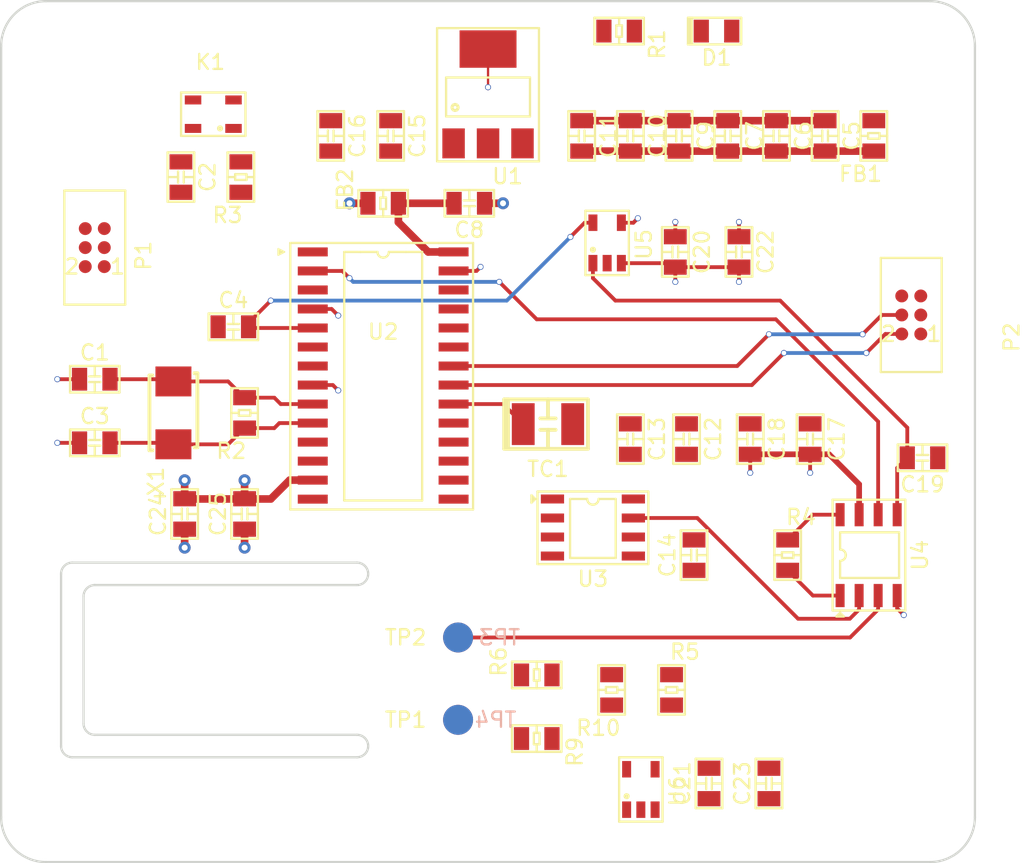
<source format=kicad_pcb>
(kicad_pcb (version 20171130) (host pcbnew "(5.1.9)-1")

  (general
    (thickness 1.6)
    (drawings 20)
    (tracks 134)
    (zones 0)
    (modules 58)
    (nets 29)
  )

  (page A4)
  (layers
    (0 F.Cu signal)
    (1 GND signal)
    (2 PWR signal)
    (31 B.Cu signal)
    (35 F.Paste user)
    (36 B.SilkS user)
    (37 F.SilkS user)
    (38 B.Mask user)
    (39 F.Mask user)
    (40 Dwgs.User user)
    (41 Cmts.User user hide)
    (44 Edge.Cuts user)
    (45 Margin user hide)
    (46 B.CrtYd user hide)
    (47 F.CrtYd user hide)
    (49 F.Fab user hide)
  )

  (setup
    (last_trace_width 0.1524)
    (user_trace_width 0.1524)
    (user_trace_width 0.254)
    (user_trace_width 0.381)
    (user_trace_width 0.508)
    (user_trace_width 1.016)
    (user_trace_width 1.27)
    (user_trace_width 1.524)
    (trace_clearance 0.1524)
    (zone_clearance 0.508)
    (zone_45_only no)
    (trace_min 0.1524)
    (via_size 0.4)
    (via_drill 0.3)
    (via_min_size 0.3)
    (via_min_drill 0.3)
    (user_via 0.4 0.3)
    (user_via 0.8 0.4)
    (user_via 1.016 0.508)
    (user_via 1.524 0.762)
    (uvia_size 0.4)
    (uvia_drill 0.3)
    (uvias_allowed no)
    (uvia_min_size 0.3)
    (uvia_min_drill 0.3)
    (edge_width 0.1524)
    (segment_width 0.1524)
    (pcb_text_width 0.1524)
    (pcb_text_size 1.016 1.016)
    (mod_edge_width 0.1524)
    (mod_text_size 1.016 1.016)
    (mod_text_width 0.1524)
    (pad_size 2 2.4)
    (pad_drill 0)
    (pad_to_mask_clearance 0)
    (aux_axis_origin 117.5 125)
    (grid_origin 117.5 125)
    (visible_elements 7FFFF77F)
    (pcbplotparams
      (layerselection 0x010fc_ffffffff)
      (usegerberextensions false)
      (usegerberattributes true)
      (usegerberadvancedattributes true)
      (creategerberjobfile true)
      (excludeedgelayer true)
      (linewidth 0.100000)
      (plotframeref false)
      (viasonmask false)
      (mode 1)
      (useauxorigin false)
      (hpglpennumber 1)
      (hpglpenspeed 20)
      (hpglpendiameter 15.000000)
      (psnegative false)
      (psa4output false)
      (plotreference true)
      (plotvalue true)
      (plotinvisibletext false)
      (padsonsilk false)
      (subtractmaskfromsilk false)
      (outputformat 1)
      (mirror false)
      (drillshape 1)
      (scaleselection 1)
      (outputdirectory ""))
  )

  (net 0 "")
  (net 1 GND)
  (net 2 +3V3)
  (net 3 "Net-(D1-Pad1)")
  (net 4 "Net-(C2-Pad1)")
  (net 5 /Vref)
  (net 6 "Net-(C10-Pad1)")
  (net 7 "Net-(C8-Pad1)")
  (net 8 /Vbias)
  (net 9 "Net-(R4-Pad1)")
  (net 10 "Net-(R4-Pad2)")
  (net 11 "Net-(R10-Pad1)")
  (net 12 "Net-(R10-Pad2)")
  (net 13 /ucRX)
  (net 14 /ucTX)
  (net 15 "Net-(TC1-Pad1)")
  (net 16 "Net-(U2-Pad17)")
  (net 17 "Net-(U2-Pad16)")
  (net 18 "Net-(U2-Pad15)")
  (net 19 /PGD)
  (net 20 /PGC)
  (net 21 /sensVal)
  (net 22 "Net-(U3-Pad7)")
  (net 23 "Net-(R6-Pad2)")
  (net 24 "Net-(R9-Pad1)")
  (net 25 /Vsen)
  (net 26 /OSC1)
  (net 27 /OSC2)
  (net 28 "Net-(FB1-Pad1)")

  (net_class Default "This is the default net class."
    (clearance 0.1524)
    (trace_width 0.254)
    (via_dia 0.4)
    (via_drill 0.3)
    (uvia_dia 0.4)
    (uvia_drill 0.3)
    (add_net /OSC1)
    (add_net /OSC2)
    (add_net /PGC)
    (add_net /PGD)
    (add_net /Vbias)
    (add_net /Vref)
    (add_net /Vsen)
    (add_net /sensVal)
    (add_net /ucRX)
    (add_net /ucTX)
    (add_net GND)
    (add_net "Net-(C10-Pad1)")
    (add_net "Net-(C2-Pad1)")
    (add_net "Net-(C8-Pad1)")
    (add_net "Net-(D1-Pad1)")
    (add_net "Net-(FB1-Pad1)")
    (add_net "Net-(R10-Pad1)")
    (add_net "Net-(R10-Pad2)")
    (add_net "Net-(R4-Pad1)")
    (add_net "Net-(R4-Pad2)")
    (add_net "Net-(R6-Pad2)")
    (add_net "Net-(R9-Pad1)")
    (add_net "Net-(TC1-Pad1)")
    (add_net "Net-(U2-Pad15)")
    (add_net "Net-(U2-Pad16)")
    (add_net "Net-(U2-Pad17)")
    (add_net "Net-(U3-Pad7)")
  )

  (net_class 3V3 ""
    (clearance 0.1524)
    (trace_width 0.381)
    (via_dia 0.4)
    (via_drill 0.3)
    (uvia_dia 0.4)
    (uvia_drill 0.3)
    (add_net +3V3)
  )

  (module SensorDemo_pcb:SOIC-28 (layer F.Cu) (tedit 603942D7) (tstamp 603822F7)
    (at 143 84.25)
    (path /600D29E3)
    (attr smd)
    (fp_text reference U2 (at 0 5.334) (layer F.SilkS)
      (effects (font (size 1.016 1.016) (thickness 0.1524)))
    )
    (fp_text value dsPIC33EP32GP502 (at 0 1.905) (layer F.Fab)
      (effects (font (size 1.016 1.016) (thickness 0.1524)))
    )
    (fp_arc (start 0 0) (end 0.381 0) (angle 90) (layer F.SilkS) (width 0.1524))
    (fp_arc (start 0 0) (end 0 0.381) (angle 90) (layer F.SilkS) (width 0.1524))
    (fp_line (start 6 -0.6) (end 3.7 -0.6) (layer F.SilkS) (width 0.1524))
    (fp_line (start 6 17.2) (end 6 -0.6) (layer F.SilkS) (width 0.1524))
    (fp_line (start -6.2 17.2) (end 6 17.2) (layer F.SilkS) (width 0.1524))
    (fp_line (start -6.2 -0.6) (end -6.2 17.2) (layer F.SilkS) (width 0.1524))
    (fp_line (start -3.8 -0.6) (end -6.2 -0.6) (layer F.SilkS) (width 0.1524))
    (fp_line (start -0.381 0) (end -1.524 0) (layer F.SilkS) (width 0.1524))
    (fp_line (start 0.381 0) (end 1.524 0) (layer F.SilkS) (width 0.1524))
    (fp_line (start -3.8 -0.6) (end 3.7 -0.6) (layer F.SilkS) (width 0.1524))
    (fp_line (start -3.8 -0.6) (end 3.6 -0.6) (layer F.Fab) (width 0.1524))
    (fp_line (start -3.8 -0.6) (end -6.2 -0.6) (layer F.Fab) (width 0.1524))
    (fp_line (start -6.2 -0.6) (end -6.2 17.2) (layer F.Fab) (width 0.1524))
    (fp_line (start -6.2 17.2) (end 6 17.2) (layer F.Fab) (width 0.1524))
    (fp_line (start 6 17.2) (end 6 -0.6) (layer F.Fab) (width 0.1524))
    (fp_line (start 6 -0.6) (end 3.6 -0.6) (layer F.Fab) (width 0.1524))
    (fp_line (start -6.6 0) (end -7 -0.2) (layer F.SilkS) (width 0.12))
    (fp_line (start -7 -0.2) (end -7 0.2) (layer F.SilkS) (width 0.12))
    (fp_line (start -7 0.2) (end -6.6 0) (layer F.SilkS) (width 0.12))
    (fp_line (start -1.524 0) (end -2.6 0) (layer F.SilkS) (width 0.1524))
    (fp_line (start -2.6 0) (end -2.6 16.6) (layer F.SilkS) (width 0.1524))
    (fp_line (start 1.524 0) (end 2.6 0) (layer F.SilkS) (width 0.1524))
    (fp_line (start 2.6 0) (end 2.6 16.6) (layer F.SilkS) (width 0.1524))
    (fp_line (start 2.6 16.6) (end -2.6 16.6) (layer F.SilkS) (width 0.1524))
    (fp_line (start -6.9 -0.1) (end -6.9 0.1) (layer F.SilkS) (width 0.12))
    (fp_line (start -6.8 -0.1) (end -6.8 0.1) (layer F.SilkS) (width 0.12))
    (fp_line (start -6.7 0) (end -6.8 0) (layer F.SilkS) (width 0.12))
    (pad 1 smd rect (at -4.7 0) (size 2 0.6) (layers F.Cu F.Paste F.Mask)
      (net 4 "Net-(C2-Pad1)"))
    (pad 2 smd rect (at -4.7 1.27) (size 2 0.6) (layers F.Cu F.Paste F.Mask)
      (net 21 /sensVal))
    (pad 3 smd rect (at -4.7 2.54) (size 2 0.6) (layers F.Cu F.Paste F.Mask))
    (pad 4 smd rect (at -4.7 3.81) (size 2 0.6) (layers F.Cu F.Paste F.Mask)
      (net 1 GND))
    (pad 5 smd rect (at -4.7 5.08) (size 2 0.6) (layers F.Cu F.Paste F.Mask)
      (net 5 /Vref))
    (pad 6 smd rect (at -4.7 6.35) (size 2 0.6) (layers F.Cu F.Paste F.Mask)
      (net 20 /PGC))
    (pad 7 smd rect (at -4.7 7.62) (size 2 0.6) (layers F.Cu F.Paste F.Mask)
      (net 19 /PGD))
    (pad 8 smd rect (at -4.7 8.89) (size 2 0.6) (layers F.Cu F.Paste F.Mask)
      (net 1 GND))
    (pad 9 smd rect (at -4.7 10.16) (size 2 0.6) (layers F.Cu F.Paste F.Mask)
      (net 26 /OSC1))
    (pad 10 smd rect (at -4.7 11.43) (size 2 0.6) (layers F.Cu F.Paste F.Mask)
      (net 27 /OSC2))
    (pad 11 smd rect (at -4.7 12.7) (size 2 0.6) (layers F.Cu F.Paste F.Mask))
    (pad 12 smd rect (at -4.7 13.97) (size 2 0.6) (layers F.Cu F.Paste F.Mask))
    (pad 13 smd rect (at -4.7 15.24) (size 2 0.6) (layers F.Cu F.Paste F.Mask)
      (net 2 +3V3))
    (pad 14 smd rect (at -4.7 16.51) (size 2 0.6) (layers F.Cu F.Paste F.Mask))
    (pad 15 smd rect (at 4.7 16.51) (size 2 0.6) (layers F.Cu F.Paste F.Mask)
      (net 18 "Net-(U2-Pad15)"))
    (pad 16 smd rect (at 4.7 15.24) (size 2 0.6) (layers F.Cu F.Paste F.Mask)
      (net 17 "Net-(U2-Pad16)"))
    (pad 17 smd rect (at 4.7 13.97) (size 2 0.6) (layers F.Cu F.Paste F.Mask)
      (net 16 "Net-(U2-Pad17)"))
    (pad 18 smd rect (at 4.7 12.7) (size 2 0.6) (layers F.Cu F.Paste F.Mask))
    (pad 19 smd rect (at 4.7 11.43) (size 2 0.6) (layers F.Cu F.Paste F.Mask)
      (net 1 GND))
    (pad 20 smd rect (at 4.7 10.16) (size 2 0.6) (layers F.Cu F.Paste F.Mask)
      (net 15 "Net-(TC1-Pad1)"))
    (pad 21 smd rect (at 4.7 8.89) (size 2 0.6) (layers F.Cu F.Paste F.Mask)
      (net 14 /ucTX))
    (pad 22 smd rect (at 4.7 7.62) (size 2 0.6) (layers F.Cu F.Paste F.Mask)
      (net 13 /ucRX))
    (pad 23 smd rect (at 4.7 6.35) (size 2 0.6) (layers F.Cu F.Paste F.Mask))
    (pad 24 smd rect (at 4.7 5.08) (size 2 0.6) (layers F.Cu F.Paste F.Mask))
    (pad 25 smd rect (at 4.7 3.81) (size 2 0.6) (layers F.Cu F.Paste F.Mask))
    (pad 26 smd rect (at 4.7 2.54) (size 2 0.6) (layers F.Cu F.Paste F.Mask))
    (pad 27 smd rect (at 4.7 1.27) (size 2 0.6) (layers F.Cu F.Paste F.Mask)
      (net 1 GND))
    (pad 28 smd rect (at 4.7 0) (size 2 0.6) (layers F.Cu F.Paste F.Mask)
      (net 7 "Net-(C8-Pad1)"))
    (model Package_SO.3dshapes/SOIC-28W_7.5x17.9mm_P1.27mm.step
      (offset (xyz 0 -8.255000000000001 0))
      (scale (xyz 1 1 1))
      (rotate (xyz 0 0 0))
    )
  )

  (module SensorDemo_pcb:R0805 (layer F.Cu) (tedit 601B3A45) (tstamp 602C8634)
    (at 170 104.5 90)
    (path /6038215A)
    (attr smd)
    (fp_text reference R4 (at 2.54 0.889) (layer F.SilkS)
      (effects (font (size 1.016 1.016) (thickness 0.1524)))
    )
    (fp_text value R (at 0.0635 0 90) (layer F.Fab)
      (effects (font (size 0.508 0.508) (thickness 0.1016)))
    )
    (fp_line (start -1.651 -0.889) (end 1.651 -0.889) (layer F.SilkS) (width 0.1524))
    (fp_line (start -1.651 0.889) (end -1.651 -0.889) (layer F.SilkS) (width 0.1524))
    (fp_line (start 1.651 0.889) (end -1.651 0.889) (layer F.SilkS) (width 0.1524))
    (fp_line (start 1.651 -0.889) (end 1.651 0.889) (layer F.SilkS) (width 0.1524))
    (fp_line (start 0 -0.381) (end 0 -0.889) (layer F.SilkS) (width 0.1524))
    (fp_line (start 0 0.381) (end 0 0.889) (layer F.SilkS) (width 0.1524))
    (fp_line (start 0.1905 -0.381) (end 0.1905 0.381) (layer F.SilkS) (width 0.1524))
    (fp_line (start -0.1905 0.381) (end -0.1905 -0.381) (layer F.SilkS) (width 0.1524))
    (fp_line (start -0.1905 -0.381) (end 0.1905 -0.381) (layer F.SilkS) (width 0.1524))
    (fp_line (start -0.1905 0.381) (end 0.1905 0.381) (layer F.SilkS) (width 0.1524))
    (fp_line (start -1.651 0.889) (end -1.651 -0.889) (layer F.Fab) (width 0.1524))
    (fp_line (start 1.651 0.889) (end -1.651 0.889) (layer F.Fab) (width 0.1524))
    (fp_line (start 1.651 -0.889) (end 1.651 0.889) (layer F.Fab) (width 0.1524))
    (fp_line (start -1.651 -0.889) (end 1.651 -0.889) (layer F.Fab) (width 0.1524))
    (pad 1 smd rect (at -1.016 0 90) (size 1.016 1.524) (layers F.Cu F.Paste F.Mask)
      (net 9 "Net-(R4-Pad1)"))
    (pad 2 smd rect (at 1.016 0 90) (size 1.016 1.524) (layers F.Cu F.Paste F.Mask)
      (net 10 "Net-(R4-Pad2)"))
    (model Resistor_SMD.3dshapes/R_0805_2012Metric.step
      (at (xyz 0 0 0))
      (scale (xyz 1 1 1))
      (rotate (xyz 0 0 0))
    )
  )

  (module SensorDemo_pcb:LED0805 (layer F.Cu) (tedit 601B39A2) (tstamp 602205F5)
    (at 165.25 69.5)
    (path /600FF92A)
    (attr smd)
    (fp_text reference D1 (at 0 1.778) (layer F.SilkS)
      (effects (font (size 1.016 1.016) (thickness 0.1524)))
    )
    (fp_text value LED (at -0.127 0) (layer F.Fab)
      (effects (font (size 0.508 0.508) (thickness 0.1016)))
    )
    (fp_line (start -1.905 -0.889) (end 1.651 -0.889) (layer F.Fab) (width 0.1524))
    (fp_line (start 1.651 -0.889) (end 1.651 0.889) (layer F.Fab) (width 0.1524))
    (fp_line (start 1.651 0.889) (end -1.905 0.889) (layer F.Fab) (width 0.1524))
    (fp_line (start -1.905 0.889) (end -1.905 -0.889) (layer F.Fab) (width 0.1524))
    (fp_line (start -1.778 0.889) (end -1.905 0.889) (layer F.SilkS) (width 0.1524))
    (fp_line (start -1.905 0.889) (end -1.905 -0.889) (layer F.SilkS) (width 0.1524))
    (fp_line (start -1.905 -0.889) (end -1.778 -0.889) (layer F.SilkS) (width 0.1524))
    (fp_line (start -1.651 -0.889) (end -1.778 -0.889) (layer F.SilkS) (width 0.1524))
    (fp_line (start -1.778 -0.889) (end -1.778 0.889) (layer F.SilkS) (width 0.1524))
    (fp_line (start -1.778 0.889) (end -1.651 0.889) (layer F.SilkS) (width 0.1524))
    (fp_line (start 1.651 0.889) (end -1.651 0.889) (layer F.SilkS) (width 0.1524))
    (fp_line (start -1.651 0.889) (end -1.651 -0.889) (layer F.SilkS) (width 0.1524))
    (fp_line (start -1.651 -0.889) (end 1.651 -0.889) (layer F.SilkS) (width 0.1524))
    (fp_line (start 1.651 -0.889) (end 1.651 0.889) (layer F.SilkS) (width 0.1524))
    (pad 1 smd rect (at -1.016 0) (size 1.016 1.524) (layers F.Cu F.Paste F.Mask)
      (net 3 "Net-(D1-Pad1)"))
    (pad 2 smd rect (at 1.016 0) (size 1.016 1.524) (layers F.Cu F.Paste F.Mask)
      (net 1 GND))
  )

  (module SensorDemo_pcb:C0805 (layer F.Cu) (tedit 601B38EB) (tstamp 602C84D7)
    (at 148.75 81)
    (descr "SMT capacitor, 0805")
    (path /6034B814)
    (attr smd)
    (fp_text reference C8 (at 0 1.778) (layer F.SilkS)
      (effects (font (size 1.016 1.016) (thickness 0.1524)))
    )
    (fp_text value 0.1uF (at 0 0) (layer F.Fab)
      (effects (font (size 0.508 0.508) (thickness 0.1016)))
    )
    (fp_line (start 1.651 -0.889) (end -1.651 -0.889) (layer F.Fab) (width 0.1524))
    (fp_line (start -1.651 -0.889) (end -1.651 0.889) (layer F.Fab) (width 0.1524))
    (fp_line (start -1.651 0.889) (end 1.651 0.889) (layer F.Fab) (width 0.1524))
    (fp_line (start 1.651 0.889) (end 1.651 -0.889) (layer F.Fab) (width 0.1524))
    (fp_line (start 0 -0.1905) (end 0 -0.889) (layer F.SilkS) (width 0.1524))
    (fp_line (start 0 0.1905) (end 0 0.889) (layer F.SilkS) (width 0.1524))
    (fp_line (start -0.381 0.1905) (end 0.381 0.1905) (layer F.SilkS) (width 0.1524))
    (fp_line (start -0.381 -0.1905) (end 0.381 -0.1905) (layer F.SilkS) (width 0.1524))
    (fp_line (start -1.651 -0.889) (end 1.651 -0.889) (layer F.SilkS) (width 0.1524))
    (fp_line (start 1.651 -0.889) (end 1.651 0.889) (layer F.SilkS) (width 0.1524))
    (fp_line (start 1.651 0.889) (end -1.651 0.889) (layer F.SilkS) (width 0.1524))
    (fp_line (start -1.651 0.889) (end -1.651 -0.889) (layer F.SilkS) (width 0.1524))
    (pad 2 smd rect (at 1.016 0) (size 1.016 1.524) (layers F.Cu F.Paste F.Mask)
      (net 1 GND))
    (pad 1 smd rect (at -1.016 0) (size 1.016 1.524) (layers F.Cu F.Paste F.Mask)
      (net 7 "Net-(C8-Pad1)"))
    (model /Capacitor_SMD.3dshapes/C_0805_2012Metric.step
      (at (xyz 0 0 0))
      (scale (xyz 1 1 1))
      (rotate (xyz 0 0 0))
    )
  )

  (module SensorDemo_pcb:R0805 (layer F.Cu) (tedit 601B3A45) (tstamp 60356F01)
    (at 143 81 180)
    (path /6033AEDC)
    (attr smd)
    (fp_text reference FB2 (at 2.54 0.889 90) (layer F.SilkS)
      (effects (font (size 1.016 1.016) (thickness 0.1524)))
    )
    (fp_text value "12.3071 nano ohm" (at 0.0635 0) (layer F.Fab)
      (effects (font (size 0.508 0.508) (thickness 0.1016)))
    )
    (fp_line (start -1.651 -0.889) (end 1.651 -0.889) (layer F.SilkS) (width 0.1524))
    (fp_line (start -1.651 0.889) (end -1.651 -0.889) (layer F.SilkS) (width 0.1524))
    (fp_line (start 1.651 0.889) (end -1.651 0.889) (layer F.SilkS) (width 0.1524))
    (fp_line (start 1.651 -0.889) (end 1.651 0.889) (layer F.SilkS) (width 0.1524))
    (fp_line (start 0 -0.381) (end 0 -0.889) (layer F.SilkS) (width 0.1524))
    (fp_line (start 0 0.381) (end 0 0.889) (layer F.SilkS) (width 0.1524))
    (fp_line (start 0.1905 -0.381) (end 0.1905 0.381) (layer F.SilkS) (width 0.1524))
    (fp_line (start -0.1905 0.381) (end -0.1905 -0.381) (layer F.SilkS) (width 0.1524))
    (fp_line (start -0.1905 -0.381) (end 0.1905 -0.381) (layer F.SilkS) (width 0.1524))
    (fp_line (start -0.1905 0.381) (end 0.1905 0.381) (layer F.SilkS) (width 0.1524))
    (fp_line (start -1.651 0.889) (end -1.651 -0.889) (layer F.Fab) (width 0.1524))
    (fp_line (start 1.651 0.889) (end -1.651 0.889) (layer F.Fab) (width 0.1524))
    (fp_line (start 1.651 -0.889) (end 1.651 0.889) (layer F.Fab) (width 0.1524))
    (fp_line (start -1.651 -0.889) (end 1.651 -0.889) (layer F.Fab) (width 0.1524))
    (pad 1 smd rect (at -1.016 0 180) (size 1.016 1.524) (layers F.Cu F.Paste F.Mask)
      (net 7 "Net-(C8-Pad1)"))
    (pad 2 smd rect (at 1.016 0 180) (size 1.016 1.524) (layers F.Cu F.Paste F.Mask)
      (net 2 +3V3))
    (model Resistor_SMD.3dshapes/R_0805_2012Metric.step
      (at (xyz 0 0 0))
      (scale (xyz 1 1 1))
      (rotate (xyz 0 0 0))
    )
  )

  (module SensorDemo_pcb:C0805 (layer F.Cu) (tedit 601B38EB) (tstamp 602C8567)
    (at 139.5 76.5 90)
    (descr "SMT capacitor, 0805")
    (path /602FE300)
    (attr smd)
    (fp_text reference C16 (at 0 1.778 90) (layer F.SilkS)
      (effects (font (size 1.016 1.016) (thickness 0.1524)))
    )
    (fp_text value 0.1uF (at 0 0 90) (layer F.Fab)
      (effects (font (size 0.508 0.508) (thickness 0.1016)))
    )
    (fp_line (start 1.651 -0.889) (end -1.651 -0.889) (layer F.Fab) (width 0.1524))
    (fp_line (start -1.651 -0.889) (end -1.651 0.889) (layer F.Fab) (width 0.1524))
    (fp_line (start -1.651 0.889) (end 1.651 0.889) (layer F.Fab) (width 0.1524))
    (fp_line (start 1.651 0.889) (end 1.651 -0.889) (layer F.Fab) (width 0.1524))
    (fp_line (start 0 -0.1905) (end 0 -0.889) (layer F.SilkS) (width 0.1524))
    (fp_line (start 0 0.1905) (end 0 0.889) (layer F.SilkS) (width 0.1524))
    (fp_line (start -0.381 0.1905) (end 0.381 0.1905) (layer F.SilkS) (width 0.1524))
    (fp_line (start -0.381 -0.1905) (end 0.381 -0.1905) (layer F.SilkS) (width 0.1524))
    (fp_line (start -1.651 -0.889) (end 1.651 -0.889) (layer F.SilkS) (width 0.1524))
    (fp_line (start 1.651 -0.889) (end 1.651 0.889) (layer F.SilkS) (width 0.1524))
    (fp_line (start 1.651 0.889) (end -1.651 0.889) (layer F.SilkS) (width 0.1524))
    (fp_line (start -1.651 0.889) (end -1.651 -0.889) (layer F.SilkS) (width 0.1524))
    (pad 2 smd rect (at 1.016 0 90) (size 1.016 1.524) (layers F.Cu F.Paste F.Mask)
      (net 1 GND))
    (pad 1 smd rect (at -1.016 0 90) (size 1.016 1.524) (layers F.Cu F.Paste F.Mask)
      (net 2 +3V3))
    (model /Capacitor_SMD.3dshapes/C_0805_2012Metric.step
      (at (xyz 0 0 0))
      (scale (xyz 1 1 1))
      (rotate (xyz 0 0 0))
    )
  )

  (module SensorDemo_pcb:C0805 (layer F.Cu) (tedit 601B38EB) (tstamp 602C859D)
    (at 179 98)
    (descr "SMT capacitor, 0805")
    (path /604C549A)
    (attr smd)
    (fp_text reference C19 (at 0 1.778) (layer F.SilkS)
      (effects (font (size 1.016 1.016) (thickness 0.1524)))
    )
    (fp_text value 0.1uF (at 0 0) (layer F.Fab)
      (effects (font (size 0.508 0.508) (thickness 0.1016)))
    )
    (fp_line (start 1.651 -0.889) (end -1.651 -0.889) (layer F.Fab) (width 0.1524))
    (fp_line (start -1.651 -0.889) (end -1.651 0.889) (layer F.Fab) (width 0.1524))
    (fp_line (start -1.651 0.889) (end 1.651 0.889) (layer F.Fab) (width 0.1524))
    (fp_line (start 1.651 0.889) (end 1.651 -0.889) (layer F.Fab) (width 0.1524))
    (fp_line (start 0 -0.1905) (end 0 -0.889) (layer F.SilkS) (width 0.1524))
    (fp_line (start 0 0.1905) (end 0 0.889) (layer F.SilkS) (width 0.1524))
    (fp_line (start -0.381 0.1905) (end 0.381 0.1905) (layer F.SilkS) (width 0.1524))
    (fp_line (start -0.381 -0.1905) (end 0.381 -0.1905) (layer F.SilkS) (width 0.1524))
    (fp_line (start -1.651 -0.889) (end 1.651 -0.889) (layer F.SilkS) (width 0.1524))
    (fp_line (start 1.651 -0.889) (end 1.651 0.889) (layer F.SilkS) (width 0.1524))
    (fp_line (start 1.651 0.889) (end -1.651 0.889) (layer F.SilkS) (width 0.1524))
    (fp_line (start -1.651 0.889) (end -1.651 -0.889) (layer F.SilkS) (width 0.1524))
    (pad 2 smd rect (at 1.016 0) (size 1.016 1.524) (layers F.Cu F.Paste F.Mask)
      (net 1 GND))
    (pad 1 smd rect (at -1.016 0) (size 1.016 1.524) (layers F.Cu F.Paste F.Mask)
      (net 8 /Vbias))
    (model /Capacitor_SMD.3dshapes/C_0805_2012Metric.step
      (at (xyz 0 0 0))
      (scale (xyz 1 1 1))
      (rotate (xyz 0 0 0))
    )
  )

  (module SensorDemo_pcb:R0805 (layer F.Cu) (tedit 601B3A45) (tstamp 602C865C)
    (at 153.25 112.5 180)
    (path /6037D798)
    (attr smd)
    (fp_text reference R6 (at 2.54 0.889 90) (layer F.SilkS)
      (effects (font (size 1.016 1.016) (thickness 0.1524)))
    )
    (fp_text value 100R (at 0.0635 0) (layer F.Fab)
      (effects (font (size 0.508 0.508) (thickness 0.1016)))
    )
    (fp_line (start -1.651 -0.889) (end 1.651 -0.889) (layer F.SilkS) (width 0.1524))
    (fp_line (start -1.651 0.889) (end -1.651 -0.889) (layer F.SilkS) (width 0.1524))
    (fp_line (start 1.651 0.889) (end -1.651 0.889) (layer F.SilkS) (width 0.1524))
    (fp_line (start 1.651 -0.889) (end 1.651 0.889) (layer F.SilkS) (width 0.1524))
    (fp_line (start 0 -0.381) (end 0 -0.889) (layer F.SilkS) (width 0.1524))
    (fp_line (start 0 0.381) (end 0 0.889) (layer F.SilkS) (width 0.1524))
    (fp_line (start 0.1905 -0.381) (end 0.1905 0.381) (layer F.SilkS) (width 0.1524))
    (fp_line (start -0.1905 0.381) (end -0.1905 -0.381) (layer F.SilkS) (width 0.1524))
    (fp_line (start -0.1905 -0.381) (end 0.1905 -0.381) (layer F.SilkS) (width 0.1524))
    (fp_line (start -0.1905 0.381) (end 0.1905 0.381) (layer F.SilkS) (width 0.1524))
    (fp_line (start -1.651 0.889) (end -1.651 -0.889) (layer F.Fab) (width 0.1524))
    (fp_line (start 1.651 0.889) (end -1.651 0.889) (layer F.Fab) (width 0.1524))
    (fp_line (start 1.651 -0.889) (end 1.651 0.889) (layer F.Fab) (width 0.1524))
    (fp_line (start -1.651 -0.889) (end 1.651 -0.889) (layer F.Fab) (width 0.1524))
    (pad 1 smd rect (at -1.016 0 180) (size 1.016 1.524) (layers F.Cu F.Paste F.Mask)
      (net 11 "Net-(R10-Pad1)"))
    (pad 2 smd rect (at 1.016 0 180) (size 1.016 1.524) (layers F.Cu F.Paste F.Mask)
      (net 23 "Net-(R6-Pad2)"))
    (model Resistor_SMD.3dshapes/R_0805_2012Metric.step
      (at (xyz 0 0 0))
      (scale (xyz 1 1 1))
      (rotate (xyz 0 0 0))
    )
  )

  (module SensorDemo_pcb:R0805 (layer F.Cu) (tedit 601B3A45) (tstamp 602C8670)
    (at 153.25 116.75)
    (path /6037F35E)
    (attr smd)
    (fp_text reference R9 (at 2.54 0.889 90) (layer F.SilkS)
      (effects (font (size 1.016 1.016) (thickness 0.1524)))
    )
    (fp_text value 100R (at 0.0635 0) (layer F.Fab)
      (effects (font (size 0.508 0.508) (thickness 0.1016)))
    )
    (fp_line (start -1.651 -0.889) (end 1.651 -0.889) (layer F.Fab) (width 0.1524))
    (fp_line (start 1.651 -0.889) (end 1.651 0.889) (layer F.Fab) (width 0.1524))
    (fp_line (start 1.651 0.889) (end -1.651 0.889) (layer F.Fab) (width 0.1524))
    (fp_line (start -1.651 0.889) (end -1.651 -0.889) (layer F.Fab) (width 0.1524))
    (fp_line (start -0.1905 0.381) (end 0.1905 0.381) (layer F.SilkS) (width 0.1524))
    (fp_line (start -0.1905 -0.381) (end 0.1905 -0.381) (layer F.SilkS) (width 0.1524))
    (fp_line (start -0.1905 0.381) (end -0.1905 -0.381) (layer F.SilkS) (width 0.1524))
    (fp_line (start 0.1905 -0.381) (end 0.1905 0.381) (layer F.SilkS) (width 0.1524))
    (fp_line (start 0 0.381) (end 0 0.889) (layer F.SilkS) (width 0.1524))
    (fp_line (start 0 -0.381) (end 0 -0.889) (layer F.SilkS) (width 0.1524))
    (fp_line (start 1.651 -0.889) (end 1.651 0.889) (layer F.SilkS) (width 0.1524))
    (fp_line (start 1.651 0.889) (end -1.651 0.889) (layer F.SilkS) (width 0.1524))
    (fp_line (start -1.651 0.889) (end -1.651 -0.889) (layer F.SilkS) (width 0.1524))
    (fp_line (start -1.651 -0.889) (end 1.651 -0.889) (layer F.SilkS) (width 0.1524))
    (pad 2 smd rect (at 1.016 0) (size 1.016 1.524) (layers F.Cu F.Paste F.Mask)
      (net 1 GND))
    (pad 1 smd rect (at -1.016 0) (size 1.016 1.524) (layers F.Cu F.Paste F.Mask)
      (net 24 "Net-(R9-Pad1)"))
    (model Resistor_SMD.3dshapes/R_0805_2012Metric.step
      (at (xyz 0 0 0))
      (scale (xyz 1 1 1))
      (rotate (xyz 0 0 0))
    )
  )

  (module SensorDemo_pcb:TC2030 (layer F.Cu) (tedit 603547BD) (tstamp 60307F48)
    (at 178.25 91 90)
    (path /602BAE03)
    (fp_text reference P2 (at 1.05 6.7 90) (layer F.SilkS)
      (effects (font (size 1 1) (thickness 0.15)))
    )
    (fp_text value CONN3X2 (at 0.46 5.04 90) (layer F.Fab)
      (effects (font (size 1 1) (thickness 0.15)))
    )
    (fp_poly (pts (xy 3.81 0.635) (xy 1.27 0.635) (xy 1.27 -0.635) (xy 3.81 -0.635)) (layer Cmts.User) (width 0.1524))
    (fp_line (start 6.35 -2.032) (end 6.35 2.032) (layer F.SilkS) (width 0.1524))
    (fp_line (start 6.35 2.032) (end -1.27 2.032) (layer F.SilkS) (width 0.1524))
    (fp_line (start -1.27 2.032) (end -1.27 -2.032) (layer F.SilkS) (width 0.1524))
    (fp_line (start -1.27 -2.032) (end 6.35 -2.032) (layer F.SilkS) (width 0.1524))
    (fp_line (start 6.35 -2.032) (end 6.35 2.032) (layer F.Fab) (width 0.1524))
    (fp_line (start 6.35 2.032) (end -1.27 2.032) (layer F.Fab) (width 0.1524))
    (fp_line (start -1.27 2.032) (end -1.27 -2.032) (layer F.Fab) (width 0.1524))
    (fp_line (start -1.27 -2.032) (end 6.35 -2.032) (layer F.Fab) (width 0.1524))
    (fp_text user 1 (at 1.27 1.524) (layer F.SilkS)
      (effects (font (size 1.016 1.016) (thickness 0.1524)))
    )
    (fp_text user 2 (at 1.27 -1.524) (layer F.SilkS)
      (effects (font (size 1.016 1.016) (thickness 0.1524)))
    )
    (pad "" np_thru_hole circle (at 5.08 1.016 90) (size 1.016 1.016) (drill 1.016) (layers *.Cu *.Mask))
    (pad "" np_thru_hole circle (at 5.08 -1.016 90) (size 1.016 1.016) (drill 1.016) (layers *.Cu *.Mask))
    (pad "" np_thru_hole circle (at 0 0 90) (size 1.016 1.016) (drill 1.016) (layers *.Cu *.Mask))
    (pad 5 smd circle (at 3.81 0.635 90) (size 0.863 0.863) (layers F.Cu F.Mask)
      (net 28 "Net-(FB1-Pad1)"))
    (pad 3 smd circle (at 2.54 0.635 90) (size 0.863 0.863) (layers F.Cu F.Mask)
      (net 1 GND))
    (pad 1 smd circle (at 1.27 0.635 90) (size 0.863 0.863) (layers F.Cu F.Mask)
      (net 1 GND))
    (pad 6 smd circle (at 3.81 -0.635 90) (size 0.863 0.863) (layers F.Cu F.Mask)
      (net 28 "Net-(FB1-Pad1)"))
    (pad 4 smd circle (at 2.54 -0.635 90) (size 0.863 0.863) (layers F.Cu F.Mask)
      (net 13 /ucRX))
    (pad 2 smd circle (at 1.27 -0.635 90) (size 0.863 0.863) (layers F.Cu F.Mask)
      (net 14 /ucTX))
  )

  (module SensorDemo_pcb:MH_3MM (layer F.Cu) (tedit 5E150BFE) (tstamp 6035E7B5)
    (at 148 105 180)
    (path /6041CC94)
    (fp_text reference MH4 (at 1.6 2.6) (layer F.SilkS) hide
      (effects (font (size 1.016 1.016) (thickness 0.1524)))
    )
    (fp_text value MH (at -1.5 2.6) (layer F.Fab) hide
      (effects (font (size 1.016 1.016) (thickness 0.1524)))
    )
    (fp_circle (center 0 0) (end 2.75 0) (layer F.Fab) (width 0.1524))
    (pad "" np_thru_hole circle (at 0 0 180) (size 3 3) (drill 3) (layers *.Cu *.Mask))
  )

  (module SensorDemo_pcb:MH_3MM (layer F.Cu) (tedit 5E150BFE) (tstamp 6035E7A9)
    (at 148 121.5 180)
    (path /6041C7FF)
    (fp_text reference MH2 (at 1.6 2.6) (layer F.SilkS) hide
      (effects (font (size 1.016 1.016) (thickness 0.1524)))
    )
    (fp_text value MH (at -1.5 2.6) (layer F.Fab) hide
      (effects (font (size 1.016 1.016) (thickness 0.1524)))
    )
    (fp_circle (center 0 0) (end 2.75 0) (layer F.Fab) (width 0.1524))
    (pad "" np_thru_hole circle (at 0 0 180) (size 3 3) (drill 3) (layers *.Cu *.Mask))
  )

  (module SensorDemo_pcb:SOT-23-4 (layer F.Cu) (tedit 6035A19D) (tstamp 602C85F8)
    (at 133 76 180)
    (path /60393582)
    (fp_text reference K1 (at 1.54 4.43) (layer F.SilkS)
      (effects (font (size 1 1) (thickness 0.15)))
    )
    (fp_text value PB (at 1.82 3.18) (layer F.Fab)
      (effects (font (size 1 1) (thickness 0.15)))
    )
    (fp_line (start -0.81 -0.5) (end -0.81 2.4) (layer F.SilkS) (width 0.1524))
    (fp_line (start -0.81 -0.5) (end 3.49 -0.5) (layer F.Fab) (width 0.1524))
    (fp_circle (center 0.89 0) (end 0.89 0.1) (layer F.SilkS) (width 0.1524))
    (fp_circle (center 0.89 0) (end 0.89 0.05) (layer F.SilkS) (width 0.1524))
    (fp_line (start 3.49 -0.5) (end -0.81 -0.5) (layer F.SilkS) (width 0.1524))
    (fp_line (start -0.81 2.4) (end 3.49 2.4) (layer F.SilkS) (width 0.1524))
    (fp_line (start 3.49 2.4) (end -0.81 2.4) (layer F.Fab) (width 0.1524))
    (fp_line (start -0.81 2.4) (end -0.81 -0.5) (layer F.Fab) (width 0.1524))
    (fp_line (start 3.49 -0.5) (end 3.49 2.4) (layer F.Fab) (width 0.1524))
    (fp_line (start 3.49 2.4) (end 3.49 -0.5) (layer F.SilkS) (width 0.1524))
    (fp_text user SOT-23-4 (at 1.34 1.05) (layer F.Fab)
      (effects (font (size 0.508 0.508) (thickness 0.1016)))
    )
    (pad 1 smd rect (at 2.69 1.9 180) (size 1.1 0.6) (layers F.Cu F.Paste F.Mask))
    (pad 2 smd rect (at 2.69 0 180) (size 1.1 0.6) (layers F.Cu F.Paste F.Mask)
      (net 4 "Net-(C2-Pad1)"))
    (pad 3 smd rect (at -0.01 1.9 180) (size 1.1 0.6) (layers F.Cu F.Paste F.Mask))
    (pad 4 smd rect (at -0.01 0 180) (size 1.1 0.6) (layers F.Cu F.Paste F.Mask)
      (net 1 GND))
  )

  (module SensorDemo_pcb:TP_SMD_2MM (layer F.Cu) (tedit 60355FE5) (tstamp 60356DC5)
    (at 148 115.5 180)
    (path /6037B0F1)
    (fp_text reference TP1 (at 3.5 0) (layer F.SilkS)
      (effects (font (size 1.016 1.016) (thickness 0.1524)))
    )
    (fp_text value TP (at 0 4.318) (layer F.Fab) hide
      (effects (font (size 1.016 1.016) (thickness 0.1524)))
    )
    (pad 1 smd circle (at 0 0 180) (size 2 2) (layers F.Cu F.Mask)
      (net 23 "Net-(R6-Pad2)"))
  )

  (module SensorDemo_pcb:TP_SMD_2MM (layer F.Cu) (tedit 60355FE5) (tstamp 60356DCA)
    (at 148 110 180)
    (path /6038E7D1)
    (fp_text reference TP2 (at 3.5 0) (layer F.SilkS)
      (effects (font (size 1.016 1.016) (thickness 0.1524)))
    )
    (fp_text value TP (at 0 4.318) (layer F.Fab) hide
      (effects (font (size 1.016 1.016) (thickness 0.1524)))
    )
    (pad 1 smd circle (at 0 0 180) (size 2 2) (layers F.Cu F.Mask)
      (net 25 /Vsen))
  )

  (module SensorDemo_pcb:TP_SMD_2MM (layer B.Cu) (tedit 60355FE5) (tstamp 60356DCF)
    (at 148 110 180)
    (path /603D51EB)
    (fp_text reference TP3 (at -2.75 0) (layer B.SilkS)
      (effects (font (size 1.016 1.016) (thickness 0.1524)) (justify mirror))
    )
    (fp_text value TP (at 0 -4.318) (layer B.Fab) hide
      (effects (font (size 1.016 1.016) (thickness 0.1524)) (justify mirror))
    )
    (pad 1 smd circle (at 0 0 180) (size 2 2) (layers B.Cu B.Mask)
      (net 25 /Vsen))
  )

  (module SensorDemo_pcb:TP_SMD_2MM (layer B.Cu) (tedit 60355FE5) (tstamp 60356DD4)
    (at 148 115.5 180)
    (path /603D51F5)
    (fp_text reference TP4 (at -2.5 0) (layer B.SilkS)
      (effects (font (size 1.016 1.016) (thickness 0.1524)) (justify mirror))
    )
    (fp_text value TP (at 0 -4.318) (layer B.Fab) hide
      (effects (font (size 1.016 1.016) (thickness 0.1524)) (justify mirror))
    )
    (pad 1 smd circle (at 0 0 180) (size 2 2) (layers B.Cu B.Mask)
      (net 24 "Net-(R9-Pad1)"))
  )

  (module SensorDemo_pcb:TC2030 (layer F.Cu) (tedit 603547BD) (tstamp 60307F34)
    (at 123.75 86.5 90)
    (path /602DD6B9)
    (fp_text reference P1 (at 2 3.25 90) (layer F.SilkS)
      (effects (font (size 1 1) (thickness 0.15)))
    )
    (fp_text value CONN3X2 (at 0.46 5.04 90) (layer F.Fab)
      (effects (font (size 1 1) (thickness 0.15)))
    )
    (fp_poly (pts (xy 3.81 0.635) (xy 1.27 0.635) (xy 1.27 -0.635) (xy 3.81 -0.635)) (layer Cmts.User) (width 0.1524))
    (fp_line (start 6.35 -2.032) (end 6.35 2.032) (layer F.SilkS) (width 0.1524))
    (fp_line (start 6.35 2.032) (end -1.27 2.032) (layer F.SilkS) (width 0.1524))
    (fp_line (start -1.27 2.032) (end -1.27 -2.032) (layer F.SilkS) (width 0.1524))
    (fp_line (start -1.27 -2.032) (end 6.35 -2.032) (layer F.SilkS) (width 0.1524))
    (fp_line (start 6.35 -2.032) (end 6.35 2.032) (layer F.Fab) (width 0.1524))
    (fp_line (start 6.35 2.032) (end -1.27 2.032) (layer F.Fab) (width 0.1524))
    (fp_line (start -1.27 2.032) (end -1.27 -2.032) (layer F.Fab) (width 0.1524))
    (fp_line (start -1.27 -2.032) (end 6.35 -2.032) (layer F.Fab) (width 0.1524))
    (fp_text user 1 (at 1.27 1.524) (layer F.SilkS)
      (effects (font (size 1.016 1.016) (thickness 0.1524)))
    )
    (fp_text user 2 (at 1.27 -1.524) (layer F.SilkS)
      (effects (font (size 1.016 1.016) (thickness 0.1524)))
    )
    (pad "" np_thru_hole circle (at 5.08 1.016 90) (size 1.016 1.016) (drill 1.016) (layers *.Cu *.Mask))
    (pad "" np_thru_hole circle (at 5.08 -1.016 90) (size 1.016 1.016) (drill 1.016) (layers *.Cu *.Mask))
    (pad "" np_thru_hole circle (at 0 0 90) (size 1.016 1.016) (drill 1.016) (layers *.Cu *.Mask))
    (pad 5 smd circle (at 3.81 0.635 90) (size 0.863 0.863) (layers F.Cu F.Mask)
      (net 20 /PGC))
    (pad 3 smd circle (at 2.54 0.635 90) (size 0.863 0.863) (layers F.Cu F.Mask))
    (pad 1 smd circle (at 1.27 0.635 90) (size 0.863 0.863) (layers F.Cu F.Mask))
    (pad 6 smd circle (at 3.81 -0.635 90) (size 0.863 0.863) (layers F.Cu F.Mask))
    (pad 4 smd circle (at 2.54 -0.635 90) (size 0.863 0.863) (layers F.Cu F.Mask)
      (net 19 /PGD))
    (pad 2 smd circle (at 1.27 -0.635 90) (size 0.863 0.863) (layers F.Cu F.Mask))
  )

  (module SensorDemo_pcb:R0805 (layer F.Cu) (tedit 601B3A45) (tstamp 60383153)
    (at 158.75 69.5)
    (path /601002F4)
    (attr smd)
    (fp_text reference R1 (at 2.54 0.889 -270) (layer F.SilkS)
      (effects (font (size 1.016 1.016) (thickness 0.1524)))
    )
    (fp_text value 1k (at 0.0635 0) (layer F.Fab)
      (effects (font (size 0.508 0.508) (thickness 0.1016)))
    )
    (fp_line (start -1.651 -0.889) (end 1.651 -0.889) (layer F.Fab) (width 0.1524))
    (fp_line (start 1.651 -0.889) (end 1.651 0.889) (layer F.Fab) (width 0.1524))
    (fp_line (start 1.651 0.889) (end -1.651 0.889) (layer F.Fab) (width 0.1524))
    (fp_line (start -1.651 0.889) (end -1.651 -0.889) (layer F.Fab) (width 0.1524))
    (fp_line (start -0.1905 0.381) (end 0.1905 0.381) (layer F.SilkS) (width 0.1524))
    (fp_line (start -0.1905 -0.381) (end 0.1905 -0.381) (layer F.SilkS) (width 0.1524))
    (fp_line (start -0.1905 0.381) (end -0.1905 -0.381) (layer F.SilkS) (width 0.1524))
    (fp_line (start 0.1905 -0.381) (end 0.1905 0.381) (layer F.SilkS) (width 0.1524))
    (fp_line (start 0 0.381) (end 0 0.889) (layer F.SilkS) (width 0.1524))
    (fp_line (start 0 -0.381) (end 0 -0.889) (layer F.SilkS) (width 0.1524))
    (fp_line (start 1.651 -0.889) (end 1.651 0.889) (layer F.SilkS) (width 0.1524))
    (fp_line (start 1.651 0.889) (end -1.651 0.889) (layer F.SilkS) (width 0.1524))
    (fp_line (start -1.651 0.889) (end -1.651 -0.889) (layer F.SilkS) (width 0.1524))
    (fp_line (start -1.651 -0.889) (end 1.651 -0.889) (layer F.SilkS) (width 0.1524))
    (pad 1 smd rect (at -1.016 0) (size 1.016 1.524) (layers F.Cu F.Paste F.Mask)
      (net 2 +3V3))
    (pad 2 smd rect (at 1.016 0) (size 1.016 1.524) (layers F.Cu F.Paste F.Mask)
      (net 3 "Net-(D1-Pad1)"))
    (model Resistor_SMD.3dshapes/R_0805_2012Metric.step
      (at (xyz 0 0 0))
      (scale (xyz 1 1 1))
      (rotate (xyz 0 0 0))
    )
  )

  (module SensorDemo_pcb:SOT-223 (layer F.Cu) (tedit 5E272B70) (tstamp 60382EAF)
    (at 150 77)
    (path /6022ABD4)
    (attr smd)
    (fp_text reference U1 (at 1.3 2.2) (layer F.SilkS)
      (effects (font (size 1.016 1.016) (thickness 0.1524)))
    )
    (fp_text value TLV1117-33CDCYR (at 0 -3.1) (layer F.Fab)
      (effects (font (size 1.016 1.016) (thickness 0.1524)))
    )
    (fp_line (start 3.4 1.2) (end -3.4 1.2) (layer F.SilkS) (width 0.1524))
    (fp_line (start 3.4 -7.7) (end 3.4 1.2) (layer F.SilkS) (width 0.1524))
    (fp_line (start -3.4 -7.7) (end 3.4 -7.7) (layer F.SilkS) (width 0.1524))
    (fp_line (start -3.4 1.2) (end -3.4 -7.7) (layer F.SilkS) (width 0.1524))
    (fp_line (start -2.8 -4.4) (end -2.8 -1.8) (layer F.SilkS) (width 0.1524))
    (fp_line (start 2.8 -4.4) (end -2.8 -4.4) (layer F.SilkS) (width 0.1524))
    (fp_line (start 2.8 -1.8) (end 2.8 -4.4) (layer F.SilkS) (width 0.1524))
    (fp_line (start -2.8 -1.8) (end 2.8 -1.8) (layer F.SilkS) (width 0.1524))
    (fp_circle (center -2.2 -2.4) (end -2.2 -2.3) (layer F.SilkS) (width 0.2032))
    (fp_line (start -3.4 -7.7) (end -3.4 1.2) (layer F.Fab) (width 0.1524))
    (fp_line (start 3.4 -7.7) (end -3.4 -7.7) (layer F.Fab) (width 0.1524))
    (fp_line (start 3.4 1.2) (end 3.4 -7.7) (layer F.Fab) (width 0.1524))
    (fp_line (start -3.4 1.2) (end 3.4 1.2) (layer F.Fab) (width 0.1524))
    (pad 1 smd rect (at -2.3 0) (size 1.5 2) (layers F.Cu F.Paste F.Mask)
      (net 1 GND))
    (pad 2 smd rect (at 0 0) (size 1.5 2) (layers F.Cu F.Paste F.Mask)
      (net 2 +3V3))
    (pad 3 smd rect (at 2.3 0) (size 1.5 2) (layers F.Cu F.Paste F.Mask)
      (net 6 "Net-(C10-Pad1)"))
    (pad 4 smd rect (at 0 -6.3) (size 3.8 2.5) (layers F.Cu F.Paste F.Mask)
      (net 2 +3V3))
    (model Package_TO_SOT_SMD.3dshapes/SOT-223.step
      (offset (xyz 0 3 0))
      (scale (xyz 1 1 1))
      (rotate (xyz 0 0 -90))
    )
  )

  (module SensorDemo_pcb:C0805 (layer F.Cu) (tedit 601B38EB) (tstamp 602C8459)
    (at 123.75 92.75 180)
    (descr "SMT capacitor, 0805")
    (path /60357F46)
    (attr smd)
    (fp_text reference C1 (at 0 1.778) (layer F.SilkS)
      (effects (font (size 1.016 1.016) (thickness 0.1524)))
    )
    (fp_text value 22pF (at 0 0) (layer F.Fab)
      (effects (font (size 0.508 0.508) (thickness 0.1016)))
    )
    (fp_line (start 1.651 -0.889) (end -1.651 -0.889) (layer F.Fab) (width 0.1524))
    (fp_line (start -1.651 -0.889) (end -1.651 0.889) (layer F.Fab) (width 0.1524))
    (fp_line (start -1.651 0.889) (end 1.651 0.889) (layer F.Fab) (width 0.1524))
    (fp_line (start 1.651 0.889) (end 1.651 -0.889) (layer F.Fab) (width 0.1524))
    (fp_line (start 0 -0.1905) (end 0 -0.889) (layer F.SilkS) (width 0.1524))
    (fp_line (start 0 0.1905) (end 0 0.889) (layer F.SilkS) (width 0.1524))
    (fp_line (start -0.381 0.1905) (end 0.381 0.1905) (layer F.SilkS) (width 0.1524))
    (fp_line (start -0.381 -0.1905) (end 0.381 -0.1905) (layer F.SilkS) (width 0.1524))
    (fp_line (start -1.651 -0.889) (end 1.651 -0.889) (layer F.SilkS) (width 0.1524))
    (fp_line (start 1.651 -0.889) (end 1.651 0.889) (layer F.SilkS) (width 0.1524))
    (fp_line (start 1.651 0.889) (end -1.651 0.889) (layer F.SilkS) (width 0.1524))
    (fp_line (start -1.651 0.889) (end -1.651 -0.889) (layer F.SilkS) (width 0.1524))
    (pad 2 smd rect (at 1.016 0 180) (size 1.016 1.524) (layers F.Cu F.Paste F.Mask)
      (net 1 GND))
    (pad 1 smd rect (at -1.016 0 180) (size 1.016 1.524) (layers F.Cu F.Paste F.Mask)
      (net 26 /OSC1))
    (model /Capacitor_SMD.3dshapes/C_0805_2012Metric.step
      (at (xyz 0 0 0))
      (scale (xyz 1 1 1))
      (rotate (xyz 0 0 0))
    )
  )

  (module SensorDemo_pcb:C0805 (layer F.Cu) (tedit 601B38EB) (tstamp 602C846B)
    (at 129.5 79.25 90)
    (descr "SMT capacitor, 0805")
    (path /6030E441)
    (attr smd)
    (fp_text reference C2 (at 0 1.778 90) (layer F.SilkS)
      (effects (font (size 1.016 1.016) (thickness 0.1524)))
    )
    (fp_text value .01uF (at 0 0 90) (layer F.Fab)
      (effects (font (size 0.508 0.508) (thickness 0.1016)))
    )
    (fp_line (start -1.651 0.889) (end -1.651 -0.889) (layer F.SilkS) (width 0.1524))
    (fp_line (start 1.651 0.889) (end -1.651 0.889) (layer F.SilkS) (width 0.1524))
    (fp_line (start 1.651 -0.889) (end 1.651 0.889) (layer F.SilkS) (width 0.1524))
    (fp_line (start -1.651 -0.889) (end 1.651 -0.889) (layer F.SilkS) (width 0.1524))
    (fp_line (start -0.381 -0.1905) (end 0.381 -0.1905) (layer F.SilkS) (width 0.1524))
    (fp_line (start -0.381 0.1905) (end 0.381 0.1905) (layer F.SilkS) (width 0.1524))
    (fp_line (start 0 0.1905) (end 0 0.889) (layer F.SilkS) (width 0.1524))
    (fp_line (start 0 -0.1905) (end 0 -0.889) (layer F.SilkS) (width 0.1524))
    (fp_line (start 1.651 0.889) (end 1.651 -0.889) (layer F.Fab) (width 0.1524))
    (fp_line (start -1.651 0.889) (end 1.651 0.889) (layer F.Fab) (width 0.1524))
    (fp_line (start -1.651 -0.889) (end -1.651 0.889) (layer F.Fab) (width 0.1524))
    (fp_line (start 1.651 -0.889) (end -1.651 -0.889) (layer F.Fab) (width 0.1524))
    (pad 1 smd rect (at -1.016 0 90) (size 1.016 1.524) (layers F.Cu F.Paste F.Mask)
      (net 4 "Net-(C2-Pad1)"))
    (pad 2 smd rect (at 1.016 0 90) (size 1.016 1.524) (layers F.Cu F.Paste F.Mask)
      (net 1 GND))
    (model /Capacitor_SMD.3dshapes/C_0805_2012Metric.step
      (at (xyz 0 0 0))
      (scale (xyz 1 1 1))
      (rotate (xyz 0 0 0))
    )
  )

  (module SensorDemo_pcb:C0805 (layer F.Cu) (tedit 601B38EB) (tstamp 602C847D)
    (at 123.75 97 180)
    (descr "SMT capacitor, 0805")
    (path /60358853)
    (attr smd)
    (fp_text reference C3 (at 0 1.778) (layer F.SilkS)
      (effects (font (size 1.016 1.016) (thickness 0.1524)))
    )
    (fp_text value 22pF (at 0 0) (layer F.Fab)
      (effects (font (size 0.508 0.508) (thickness 0.1016)))
    )
    (fp_line (start 1.651 -0.889) (end -1.651 -0.889) (layer F.Fab) (width 0.1524))
    (fp_line (start -1.651 -0.889) (end -1.651 0.889) (layer F.Fab) (width 0.1524))
    (fp_line (start -1.651 0.889) (end 1.651 0.889) (layer F.Fab) (width 0.1524))
    (fp_line (start 1.651 0.889) (end 1.651 -0.889) (layer F.Fab) (width 0.1524))
    (fp_line (start 0 -0.1905) (end 0 -0.889) (layer F.SilkS) (width 0.1524))
    (fp_line (start 0 0.1905) (end 0 0.889) (layer F.SilkS) (width 0.1524))
    (fp_line (start -0.381 0.1905) (end 0.381 0.1905) (layer F.SilkS) (width 0.1524))
    (fp_line (start -0.381 -0.1905) (end 0.381 -0.1905) (layer F.SilkS) (width 0.1524))
    (fp_line (start -1.651 -0.889) (end 1.651 -0.889) (layer F.SilkS) (width 0.1524))
    (fp_line (start 1.651 -0.889) (end 1.651 0.889) (layer F.SilkS) (width 0.1524))
    (fp_line (start 1.651 0.889) (end -1.651 0.889) (layer F.SilkS) (width 0.1524))
    (fp_line (start -1.651 0.889) (end -1.651 -0.889) (layer F.SilkS) (width 0.1524))
    (pad 2 smd rect (at 1.016 0 180) (size 1.016 1.524) (layers F.Cu F.Paste F.Mask)
      (net 1 GND))
    (pad 1 smd rect (at -1.016 0 180) (size 1.016 1.524) (layers F.Cu F.Paste F.Mask)
      (net 27 /OSC2))
    (model /Capacitor_SMD.3dshapes/C_0805_2012Metric.step
      (at (xyz 0 0 0))
      (scale (xyz 1 1 1))
      (rotate (xyz 0 0 0))
    )
  )

  (module SensorDemo_pcb:C0805 (layer F.Cu) (tedit 601B38EB) (tstamp 602C848F)
    (at 133 89.25 180)
    (descr "SMT capacitor, 0805")
    (path /604FA490)
    (attr smd)
    (fp_text reference C4 (at 0 1.778) (layer F.SilkS)
      (effects (font (size 1.016 1.016) (thickness 0.1524)))
    )
    (fp_text value 0.1uF (at 0 0) (layer F.Fab)
      (effects (font (size 0.508 0.508) (thickness 0.1016)))
    )
    (fp_line (start -1.651 0.889) (end -1.651 -0.889) (layer F.SilkS) (width 0.1524))
    (fp_line (start 1.651 0.889) (end -1.651 0.889) (layer F.SilkS) (width 0.1524))
    (fp_line (start 1.651 -0.889) (end 1.651 0.889) (layer F.SilkS) (width 0.1524))
    (fp_line (start -1.651 -0.889) (end 1.651 -0.889) (layer F.SilkS) (width 0.1524))
    (fp_line (start -0.381 -0.1905) (end 0.381 -0.1905) (layer F.SilkS) (width 0.1524))
    (fp_line (start -0.381 0.1905) (end 0.381 0.1905) (layer F.SilkS) (width 0.1524))
    (fp_line (start 0 0.1905) (end 0 0.889) (layer F.SilkS) (width 0.1524))
    (fp_line (start 0 -0.1905) (end 0 -0.889) (layer F.SilkS) (width 0.1524))
    (fp_line (start 1.651 0.889) (end 1.651 -0.889) (layer F.Fab) (width 0.1524))
    (fp_line (start -1.651 0.889) (end 1.651 0.889) (layer F.Fab) (width 0.1524))
    (fp_line (start -1.651 -0.889) (end -1.651 0.889) (layer F.Fab) (width 0.1524))
    (fp_line (start 1.651 -0.889) (end -1.651 -0.889) (layer F.Fab) (width 0.1524))
    (pad 1 smd rect (at -1.016 0 180) (size 1.016 1.524) (layers F.Cu F.Paste F.Mask)
      (net 5 /Vref))
    (pad 2 smd rect (at 1.016 0 180) (size 1.016 1.524) (layers F.Cu F.Paste F.Mask)
      (net 1 GND))
    (model /Capacitor_SMD.3dshapes/C_0805_2012Metric.step
      (at (xyz 0 0 0))
      (scale (xyz 1 1 1))
      (rotate (xyz 0 0 0))
    )
  )

  (module SensorDemo_pcb:C0805 (layer F.Cu) (tedit 601B38EB) (tstamp 602C84A1)
    (at 172.5 76.5 90)
    (descr "SMT capacitor, 0805")
    (path /602BBCD9)
    (attr smd)
    (fp_text reference C5 (at 0 1.778 90) (layer F.SilkS)
      (effects (font (size 1.016 1.016) (thickness 0.1524)))
    )
    (fp_text value 10nF (at 0 0 90) (layer F.Fab)
      (effects (font (size 0.508 0.508) (thickness 0.1016)))
    )
    (fp_line (start -1.651 0.889) (end -1.651 -0.889) (layer F.SilkS) (width 0.1524))
    (fp_line (start 1.651 0.889) (end -1.651 0.889) (layer F.SilkS) (width 0.1524))
    (fp_line (start 1.651 -0.889) (end 1.651 0.889) (layer F.SilkS) (width 0.1524))
    (fp_line (start -1.651 -0.889) (end 1.651 -0.889) (layer F.SilkS) (width 0.1524))
    (fp_line (start -0.381 -0.1905) (end 0.381 -0.1905) (layer F.SilkS) (width 0.1524))
    (fp_line (start -0.381 0.1905) (end 0.381 0.1905) (layer F.SilkS) (width 0.1524))
    (fp_line (start 0 0.1905) (end 0 0.889) (layer F.SilkS) (width 0.1524))
    (fp_line (start 0 -0.1905) (end 0 -0.889) (layer F.SilkS) (width 0.1524))
    (fp_line (start 1.651 0.889) (end 1.651 -0.889) (layer F.Fab) (width 0.1524))
    (fp_line (start -1.651 0.889) (end 1.651 0.889) (layer F.Fab) (width 0.1524))
    (fp_line (start -1.651 -0.889) (end -1.651 0.889) (layer F.Fab) (width 0.1524))
    (fp_line (start 1.651 -0.889) (end -1.651 -0.889) (layer F.Fab) (width 0.1524))
    (pad 1 smd rect (at -1.016 0 90) (size 1.016 1.524) (layers F.Cu F.Paste F.Mask)
      (net 6 "Net-(C10-Pad1)"))
    (pad 2 smd rect (at 1.016 0 90) (size 1.016 1.524) (layers F.Cu F.Paste F.Mask)
      (net 1 GND))
    (model /Capacitor_SMD.3dshapes/C_0805_2012Metric.step
      (at (xyz 0 0 0))
      (scale (xyz 1 1 1))
      (rotate (xyz 0 0 0))
    )
  )

  (module SensorDemo_pcb:C0805 (layer F.Cu) (tedit 601B38EB) (tstamp 602C84B3)
    (at 169.25 76.5 90)
    (descr "SMT capacitor, 0805")
    (path /60369C72)
    (attr smd)
    (fp_text reference C6 (at 0 1.778 90) (layer F.SilkS)
      (effects (font (size 1.016 1.016) (thickness 0.1524)))
    )
    (fp_text value 10uF (at 0 0 90) (layer F.Fab)
      (effects (font (size 0.508 0.508) (thickness 0.1016)))
    )
    (fp_line (start 1.651 -0.889) (end -1.651 -0.889) (layer F.Fab) (width 0.1524))
    (fp_line (start -1.651 -0.889) (end -1.651 0.889) (layer F.Fab) (width 0.1524))
    (fp_line (start -1.651 0.889) (end 1.651 0.889) (layer F.Fab) (width 0.1524))
    (fp_line (start 1.651 0.889) (end 1.651 -0.889) (layer F.Fab) (width 0.1524))
    (fp_line (start 0 -0.1905) (end 0 -0.889) (layer F.SilkS) (width 0.1524))
    (fp_line (start 0 0.1905) (end 0 0.889) (layer F.SilkS) (width 0.1524))
    (fp_line (start -0.381 0.1905) (end 0.381 0.1905) (layer F.SilkS) (width 0.1524))
    (fp_line (start -0.381 -0.1905) (end 0.381 -0.1905) (layer F.SilkS) (width 0.1524))
    (fp_line (start -1.651 -0.889) (end 1.651 -0.889) (layer F.SilkS) (width 0.1524))
    (fp_line (start 1.651 -0.889) (end 1.651 0.889) (layer F.SilkS) (width 0.1524))
    (fp_line (start 1.651 0.889) (end -1.651 0.889) (layer F.SilkS) (width 0.1524))
    (fp_line (start -1.651 0.889) (end -1.651 -0.889) (layer F.SilkS) (width 0.1524))
    (pad 2 smd rect (at 1.016 0 90) (size 1.016 1.524) (layers F.Cu F.Paste F.Mask)
      (net 1 GND))
    (pad 1 smd rect (at -1.016 0 90) (size 1.016 1.524) (layers F.Cu F.Paste F.Mask)
      (net 6 "Net-(C10-Pad1)"))
    (model /Capacitor_SMD.3dshapes/C_0805_2012Metric.step
      (at (xyz 0 0 0))
      (scale (xyz 1 1 1))
      (rotate (xyz 0 0 0))
    )
  )

  (module SensorDemo_pcb:C0805 (layer F.Cu) (tedit 601B38EB) (tstamp 602C84C5)
    (at 166 76.5 90)
    (descr "SMT capacitor, 0805")
    (path /602DB3A0)
    (attr smd)
    (fp_text reference C7 (at 0 1.778 90) (layer F.SilkS)
      (effects (font (size 1.016 1.016) (thickness 0.1524)))
    )
    (fp_text value 1uF (at 0 0 90) (layer F.Fab)
      (effects (font (size 0.508 0.508) (thickness 0.1016)))
    )
    (fp_line (start 1.651 -0.889) (end -1.651 -0.889) (layer F.Fab) (width 0.1524))
    (fp_line (start -1.651 -0.889) (end -1.651 0.889) (layer F.Fab) (width 0.1524))
    (fp_line (start -1.651 0.889) (end 1.651 0.889) (layer F.Fab) (width 0.1524))
    (fp_line (start 1.651 0.889) (end 1.651 -0.889) (layer F.Fab) (width 0.1524))
    (fp_line (start 0 -0.1905) (end 0 -0.889) (layer F.SilkS) (width 0.1524))
    (fp_line (start 0 0.1905) (end 0 0.889) (layer F.SilkS) (width 0.1524))
    (fp_line (start -0.381 0.1905) (end 0.381 0.1905) (layer F.SilkS) (width 0.1524))
    (fp_line (start -0.381 -0.1905) (end 0.381 -0.1905) (layer F.SilkS) (width 0.1524))
    (fp_line (start -1.651 -0.889) (end 1.651 -0.889) (layer F.SilkS) (width 0.1524))
    (fp_line (start 1.651 -0.889) (end 1.651 0.889) (layer F.SilkS) (width 0.1524))
    (fp_line (start 1.651 0.889) (end -1.651 0.889) (layer F.SilkS) (width 0.1524))
    (fp_line (start -1.651 0.889) (end -1.651 -0.889) (layer F.SilkS) (width 0.1524))
    (pad 2 smd rect (at 1.016 0 90) (size 1.016 1.524) (layers F.Cu F.Paste F.Mask)
      (net 1 GND))
    (pad 1 smd rect (at -1.016 0 90) (size 1.016 1.524) (layers F.Cu F.Paste F.Mask)
      (net 6 "Net-(C10-Pad1)"))
    (model /Capacitor_SMD.3dshapes/C_0805_2012Metric.step
      (at (xyz 0 0 0))
      (scale (xyz 1 1 1))
      (rotate (xyz 0 0 0))
    )
  )

  (module SensorDemo_pcb:C0805 (layer F.Cu) (tedit 601B38EB) (tstamp 602C84E9)
    (at 162.75 76.5 90)
    (descr "SMT capacitor, 0805")
    (path /602DC3AA)
    (attr smd)
    (fp_text reference C9 (at 0 1.778 90) (layer F.SilkS)
      (effects (font (size 1.016 1.016) (thickness 0.1524)))
    )
    (fp_text value 1uF (at 0 0 90) (layer F.Fab)
      (effects (font (size 0.508 0.508) (thickness 0.1016)))
    )
    (fp_line (start -1.651 0.889) (end -1.651 -0.889) (layer F.SilkS) (width 0.1524))
    (fp_line (start 1.651 0.889) (end -1.651 0.889) (layer F.SilkS) (width 0.1524))
    (fp_line (start 1.651 -0.889) (end 1.651 0.889) (layer F.SilkS) (width 0.1524))
    (fp_line (start -1.651 -0.889) (end 1.651 -0.889) (layer F.SilkS) (width 0.1524))
    (fp_line (start -0.381 -0.1905) (end 0.381 -0.1905) (layer F.SilkS) (width 0.1524))
    (fp_line (start -0.381 0.1905) (end 0.381 0.1905) (layer F.SilkS) (width 0.1524))
    (fp_line (start 0 0.1905) (end 0 0.889) (layer F.SilkS) (width 0.1524))
    (fp_line (start 0 -0.1905) (end 0 -0.889) (layer F.SilkS) (width 0.1524))
    (fp_line (start 1.651 0.889) (end 1.651 -0.889) (layer F.Fab) (width 0.1524))
    (fp_line (start -1.651 0.889) (end 1.651 0.889) (layer F.Fab) (width 0.1524))
    (fp_line (start -1.651 -0.889) (end -1.651 0.889) (layer F.Fab) (width 0.1524))
    (fp_line (start 1.651 -0.889) (end -1.651 -0.889) (layer F.Fab) (width 0.1524))
    (pad 1 smd rect (at -1.016 0 90) (size 1.016 1.524) (layers F.Cu F.Paste F.Mask)
      (net 6 "Net-(C10-Pad1)"))
    (pad 2 smd rect (at 1.016 0 90) (size 1.016 1.524) (layers F.Cu F.Paste F.Mask)
      (net 1 GND))
    (model /Capacitor_SMD.3dshapes/C_0805_2012Metric.step
      (at (xyz 0 0 0))
      (scale (xyz 1 1 1))
      (rotate (xyz 0 0 0))
    )
  )

  (module SensorDemo_pcb:C0805 (layer F.Cu) (tedit 601B38EB) (tstamp 602C84FB)
    (at 159.5 76.5 90)
    (descr "SMT capacitor, 0805")
    (path /602DC6E0)
    (attr smd)
    (fp_text reference C10 (at 0 1.778 90) (layer F.SilkS)
      (effects (font (size 1.016 1.016) (thickness 0.1524)))
    )
    (fp_text value 0.1uF (at 0 0 90) (layer F.Fab)
      (effects (font (size 0.508 0.508) (thickness 0.1016)))
    )
    (fp_line (start 1.651 -0.889) (end -1.651 -0.889) (layer F.Fab) (width 0.1524))
    (fp_line (start -1.651 -0.889) (end -1.651 0.889) (layer F.Fab) (width 0.1524))
    (fp_line (start -1.651 0.889) (end 1.651 0.889) (layer F.Fab) (width 0.1524))
    (fp_line (start 1.651 0.889) (end 1.651 -0.889) (layer F.Fab) (width 0.1524))
    (fp_line (start 0 -0.1905) (end 0 -0.889) (layer F.SilkS) (width 0.1524))
    (fp_line (start 0 0.1905) (end 0 0.889) (layer F.SilkS) (width 0.1524))
    (fp_line (start -0.381 0.1905) (end 0.381 0.1905) (layer F.SilkS) (width 0.1524))
    (fp_line (start -0.381 -0.1905) (end 0.381 -0.1905) (layer F.SilkS) (width 0.1524))
    (fp_line (start -1.651 -0.889) (end 1.651 -0.889) (layer F.SilkS) (width 0.1524))
    (fp_line (start 1.651 -0.889) (end 1.651 0.889) (layer F.SilkS) (width 0.1524))
    (fp_line (start 1.651 0.889) (end -1.651 0.889) (layer F.SilkS) (width 0.1524))
    (fp_line (start -1.651 0.889) (end -1.651 -0.889) (layer F.SilkS) (width 0.1524))
    (pad 2 smd rect (at 1.016 0 90) (size 1.016 1.524) (layers F.Cu F.Paste F.Mask)
      (net 1 GND))
    (pad 1 smd rect (at -1.016 0 90) (size 1.016 1.524) (layers F.Cu F.Paste F.Mask)
      (net 6 "Net-(C10-Pad1)"))
    (model /Capacitor_SMD.3dshapes/C_0805_2012Metric.step
      (at (xyz 0 0 0))
      (scale (xyz 1 1 1))
      (rotate (xyz 0 0 0))
    )
  )

  (module SensorDemo_pcb:C0805 (layer F.Cu) (tedit 601B38EB) (tstamp 6038321F)
    (at 156.25 76.5 90)
    (descr "SMT capacitor, 0805")
    (path /602DCB90)
    (attr smd)
    (fp_text reference C11 (at 0 1.778 90) (layer F.SilkS)
      (effects (font (size 1.016 1.016) (thickness 0.1524)))
    )
    (fp_text value 0.1uF (at 0 0 90) (layer F.Fab)
      (effects (font (size 0.508 0.508) (thickness 0.1016)))
    )
    (fp_line (start -1.651 0.889) (end -1.651 -0.889) (layer F.SilkS) (width 0.1524))
    (fp_line (start 1.651 0.889) (end -1.651 0.889) (layer F.SilkS) (width 0.1524))
    (fp_line (start 1.651 -0.889) (end 1.651 0.889) (layer F.SilkS) (width 0.1524))
    (fp_line (start -1.651 -0.889) (end 1.651 -0.889) (layer F.SilkS) (width 0.1524))
    (fp_line (start -0.381 -0.1905) (end 0.381 -0.1905) (layer F.SilkS) (width 0.1524))
    (fp_line (start -0.381 0.1905) (end 0.381 0.1905) (layer F.SilkS) (width 0.1524))
    (fp_line (start 0 0.1905) (end 0 0.889) (layer F.SilkS) (width 0.1524))
    (fp_line (start 0 -0.1905) (end 0 -0.889) (layer F.SilkS) (width 0.1524))
    (fp_line (start 1.651 0.889) (end 1.651 -0.889) (layer F.Fab) (width 0.1524))
    (fp_line (start -1.651 0.889) (end 1.651 0.889) (layer F.Fab) (width 0.1524))
    (fp_line (start -1.651 -0.889) (end -1.651 0.889) (layer F.Fab) (width 0.1524))
    (fp_line (start 1.651 -0.889) (end -1.651 -0.889) (layer F.Fab) (width 0.1524))
    (pad 1 smd rect (at -1.016 0 90) (size 1.016 1.524) (layers F.Cu F.Paste F.Mask)
      (net 6 "Net-(C10-Pad1)"))
    (pad 2 smd rect (at 1.016 0 90) (size 1.016 1.524) (layers F.Cu F.Paste F.Mask)
      (net 1 GND))
    (model /Capacitor_SMD.3dshapes/C_0805_2012Metric.step
      (at (xyz 0 0 0))
      (scale (xyz 1 1 1))
      (rotate (xyz 0 0 0))
    )
  )

  (module SensorDemo_pcb:C0805 (layer F.Cu) (tedit 601B38EB) (tstamp 602C851F)
    (at 163.25 96.75 90)
    (descr "SMT capacitor, 0805")
    (path /602BF7E6)
    (attr smd)
    (fp_text reference C12 (at 0 1.778 90) (layer F.SilkS)
      (effects (font (size 1.016 1.016) (thickness 0.1524)))
    )
    (fp_text value 1uF (at 0 0 90) (layer F.Fab)
      (effects (font (size 0.508 0.508) (thickness 0.1016)))
    )
    (fp_line (start -1.651 0.889) (end -1.651 -0.889) (layer F.SilkS) (width 0.1524))
    (fp_line (start 1.651 0.889) (end -1.651 0.889) (layer F.SilkS) (width 0.1524))
    (fp_line (start 1.651 -0.889) (end 1.651 0.889) (layer F.SilkS) (width 0.1524))
    (fp_line (start -1.651 -0.889) (end 1.651 -0.889) (layer F.SilkS) (width 0.1524))
    (fp_line (start -0.381 -0.1905) (end 0.381 -0.1905) (layer F.SilkS) (width 0.1524))
    (fp_line (start -0.381 0.1905) (end 0.381 0.1905) (layer F.SilkS) (width 0.1524))
    (fp_line (start 0 0.1905) (end 0 0.889) (layer F.SilkS) (width 0.1524))
    (fp_line (start 0 -0.1905) (end 0 -0.889) (layer F.SilkS) (width 0.1524))
    (fp_line (start 1.651 0.889) (end 1.651 -0.889) (layer F.Fab) (width 0.1524))
    (fp_line (start -1.651 0.889) (end 1.651 0.889) (layer F.Fab) (width 0.1524))
    (fp_line (start -1.651 -0.889) (end -1.651 0.889) (layer F.Fab) (width 0.1524))
    (fp_line (start 1.651 -0.889) (end -1.651 -0.889) (layer F.Fab) (width 0.1524))
    (pad 1 smd rect (at -1.016 0 90) (size 1.016 1.524) (layers F.Cu F.Paste F.Mask)
      (net 2 +3V3))
    (pad 2 smd rect (at 1.016 0 90) (size 1.016 1.524) (layers F.Cu F.Paste F.Mask)
      (net 1 GND))
    (model /Capacitor_SMD.3dshapes/C_0805_2012Metric.step
      (at (xyz 0 0 0))
      (scale (xyz 1 1 1))
      (rotate (xyz 0 0 0))
    )
  )

  (module SensorDemo_pcb:C0805 (layer F.Cu) (tedit 601B38EB) (tstamp 602C8531)
    (at 159.5 96.75 90)
    (descr "SMT capacitor, 0805")
    (path /602BF7F0)
    (attr smd)
    (fp_text reference C13 (at 0 1.778 90) (layer F.SilkS)
      (effects (font (size 1.016 1.016) (thickness 0.1524)))
    )
    (fp_text value .1uF (at 0 0 90) (layer F.Fab)
      (effects (font (size 0.508 0.508) (thickness 0.1016)))
    )
    (fp_line (start 1.651 -0.889) (end -1.651 -0.889) (layer F.Fab) (width 0.1524))
    (fp_line (start -1.651 -0.889) (end -1.651 0.889) (layer F.Fab) (width 0.1524))
    (fp_line (start -1.651 0.889) (end 1.651 0.889) (layer F.Fab) (width 0.1524))
    (fp_line (start 1.651 0.889) (end 1.651 -0.889) (layer F.Fab) (width 0.1524))
    (fp_line (start 0 -0.1905) (end 0 -0.889) (layer F.SilkS) (width 0.1524))
    (fp_line (start 0 0.1905) (end 0 0.889) (layer F.SilkS) (width 0.1524))
    (fp_line (start -0.381 0.1905) (end 0.381 0.1905) (layer F.SilkS) (width 0.1524))
    (fp_line (start -0.381 -0.1905) (end 0.381 -0.1905) (layer F.SilkS) (width 0.1524))
    (fp_line (start -1.651 -0.889) (end 1.651 -0.889) (layer F.SilkS) (width 0.1524))
    (fp_line (start 1.651 -0.889) (end 1.651 0.889) (layer F.SilkS) (width 0.1524))
    (fp_line (start 1.651 0.889) (end -1.651 0.889) (layer F.SilkS) (width 0.1524))
    (fp_line (start -1.651 0.889) (end -1.651 -0.889) (layer F.SilkS) (width 0.1524))
    (pad 2 smd rect (at 1.016 0 90) (size 1.016 1.524) (layers F.Cu F.Paste F.Mask)
      (net 1 GND))
    (pad 1 smd rect (at -1.016 0 90) (size 1.016 1.524) (layers F.Cu F.Paste F.Mask)
      (net 2 +3V3))
    (model /Capacitor_SMD.3dshapes/C_0805_2012Metric.step
      (at (xyz 0 0 0))
      (scale (xyz 1 1 1))
      (rotate (xyz 0 0 0))
    )
  )

  (module SensorDemo_pcb:C0805 (layer F.Cu) (tedit 601B38EB) (tstamp 602C8555)
    (at 143.5 76.5 90)
    (descr "SMT capacitor, 0805")
    (path /602FD8A2)
    (attr smd)
    (fp_text reference C15 (at 0 1.778 90) (layer F.SilkS)
      (effects (font (size 1.016 1.016) (thickness 0.1524)))
    )
    (fp_text value 1uF (at 0 0 90) (layer F.Fab)
      (effects (font (size 0.508 0.508) (thickness 0.1016)))
    )
    (fp_line (start -1.651 0.889) (end -1.651 -0.889) (layer F.SilkS) (width 0.1524))
    (fp_line (start 1.651 0.889) (end -1.651 0.889) (layer F.SilkS) (width 0.1524))
    (fp_line (start 1.651 -0.889) (end 1.651 0.889) (layer F.SilkS) (width 0.1524))
    (fp_line (start -1.651 -0.889) (end 1.651 -0.889) (layer F.SilkS) (width 0.1524))
    (fp_line (start -0.381 -0.1905) (end 0.381 -0.1905) (layer F.SilkS) (width 0.1524))
    (fp_line (start -0.381 0.1905) (end 0.381 0.1905) (layer F.SilkS) (width 0.1524))
    (fp_line (start 0 0.1905) (end 0 0.889) (layer F.SilkS) (width 0.1524))
    (fp_line (start 0 -0.1905) (end 0 -0.889) (layer F.SilkS) (width 0.1524))
    (fp_line (start 1.651 0.889) (end 1.651 -0.889) (layer F.Fab) (width 0.1524))
    (fp_line (start -1.651 0.889) (end 1.651 0.889) (layer F.Fab) (width 0.1524))
    (fp_line (start -1.651 -0.889) (end -1.651 0.889) (layer F.Fab) (width 0.1524))
    (fp_line (start 1.651 -0.889) (end -1.651 -0.889) (layer F.Fab) (width 0.1524))
    (pad 1 smd rect (at -1.016 0 90) (size 1.016 1.524) (layers F.Cu F.Paste F.Mask)
      (net 2 +3V3))
    (pad 2 smd rect (at 1.016 0 90) (size 1.016 1.524) (layers F.Cu F.Paste F.Mask)
      (net 1 GND))
    (model /Capacitor_SMD.3dshapes/C_0805_2012Metric.step
      (at (xyz 0 0 0))
      (scale (xyz 1 1 1))
      (rotate (xyz 0 0 0))
    )
  )

  (module SensorDemo_pcb:C0805 (layer F.Cu) (tedit 601B38EB) (tstamp 603923C9)
    (at 171.5 96.75 90)
    (descr "SMT capacitor, 0805")
    (path /602E1ADA)
    (attr smd)
    (fp_text reference C17 (at 0 1.778 90) (layer F.SilkS)
      (effects (font (size 1.016 1.016) (thickness 0.1524)))
    )
    (fp_text value 1uF (at 0 0 90) (layer F.Fab)
      (effects (font (size 0.508 0.508) (thickness 0.1016)))
    )
    (fp_line (start -1.651 0.889) (end -1.651 -0.889) (layer F.SilkS) (width 0.1524))
    (fp_line (start 1.651 0.889) (end -1.651 0.889) (layer F.SilkS) (width 0.1524))
    (fp_line (start 1.651 -0.889) (end 1.651 0.889) (layer F.SilkS) (width 0.1524))
    (fp_line (start -1.651 -0.889) (end 1.651 -0.889) (layer F.SilkS) (width 0.1524))
    (fp_line (start -0.381 -0.1905) (end 0.381 -0.1905) (layer F.SilkS) (width 0.1524))
    (fp_line (start -0.381 0.1905) (end 0.381 0.1905) (layer F.SilkS) (width 0.1524))
    (fp_line (start 0 0.1905) (end 0 0.889) (layer F.SilkS) (width 0.1524))
    (fp_line (start 0 -0.1905) (end 0 -0.889) (layer F.SilkS) (width 0.1524))
    (fp_line (start 1.651 0.889) (end 1.651 -0.889) (layer F.Fab) (width 0.1524))
    (fp_line (start -1.651 0.889) (end 1.651 0.889) (layer F.Fab) (width 0.1524))
    (fp_line (start -1.651 -0.889) (end -1.651 0.889) (layer F.Fab) (width 0.1524))
    (fp_line (start 1.651 -0.889) (end -1.651 -0.889) (layer F.Fab) (width 0.1524))
    (pad 1 smd rect (at -1.016 0 90) (size 1.016 1.524) (layers F.Cu F.Paste F.Mask)
      (net 2 +3V3))
    (pad 2 smd rect (at 1.016 0 90) (size 1.016 1.524) (layers F.Cu F.Paste F.Mask)
      (net 1 GND))
    (model /Capacitor_SMD.3dshapes/C_0805_2012Metric.step
      (at (xyz 0 0 0))
      (scale (xyz 1 1 1))
      (rotate (xyz 0 0 0))
    )
  )

  (module SensorDemo_pcb:C0805 (layer F.Cu) (tedit 601B38EB) (tstamp 60392396)
    (at 167.5 96.75 90)
    (descr "SMT capacitor, 0805")
    (path /602E1AF2)
    (attr smd)
    (fp_text reference C18 (at 0 1.778 90) (layer F.SilkS)
      (effects (font (size 1.016 1.016) (thickness 0.1524)))
    )
    (fp_text value .1uF (at 0 0 90) (layer F.Fab)
      (effects (font (size 0.508 0.508) (thickness 0.1016)))
    )
    (fp_line (start 1.651 -0.889) (end -1.651 -0.889) (layer F.Fab) (width 0.1524))
    (fp_line (start -1.651 -0.889) (end -1.651 0.889) (layer F.Fab) (width 0.1524))
    (fp_line (start -1.651 0.889) (end 1.651 0.889) (layer F.Fab) (width 0.1524))
    (fp_line (start 1.651 0.889) (end 1.651 -0.889) (layer F.Fab) (width 0.1524))
    (fp_line (start 0 -0.1905) (end 0 -0.889) (layer F.SilkS) (width 0.1524))
    (fp_line (start 0 0.1905) (end 0 0.889) (layer F.SilkS) (width 0.1524))
    (fp_line (start -0.381 0.1905) (end 0.381 0.1905) (layer F.SilkS) (width 0.1524))
    (fp_line (start -0.381 -0.1905) (end 0.381 -0.1905) (layer F.SilkS) (width 0.1524))
    (fp_line (start -1.651 -0.889) (end 1.651 -0.889) (layer F.SilkS) (width 0.1524))
    (fp_line (start 1.651 -0.889) (end 1.651 0.889) (layer F.SilkS) (width 0.1524))
    (fp_line (start 1.651 0.889) (end -1.651 0.889) (layer F.SilkS) (width 0.1524))
    (fp_line (start -1.651 0.889) (end -1.651 -0.889) (layer F.SilkS) (width 0.1524))
    (pad 2 smd rect (at 1.016 0 90) (size 1.016 1.524) (layers F.Cu F.Paste F.Mask)
      (net 1 GND))
    (pad 1 smd rect (at -1.016 0 90) (size 1.016 1.524) (layers F.Cu F.Paste F.Mask)
      (net 2 +3V3))
    (model /Capacitor_SMD.3dshapes/C_0805_2012Metric.step
      (at (xyz 0 0 0))
      (scale (xyz 1 1 1))
      (rotate (xyz 0 0 0))
    )
  )

  (module SensorDemo_pcb:C0805 (layer F.Cu) (tedit 601B38EB) (tstamp 602C85AF)
    (at 162.5 84.25 90)
    (descr "SMT capacitor, 0805")
    (path /6040FB49)
    (attr smd)
    (fp_text reference C20 (at 0 1.778 90) (layer F.SilkS)
      (effects (font (size 1.016 1.016) (thickness 0.1524)))
    )
    (fp_text value 1uF (at 0 0 90) (layer F.Fab)
      (effects (font (size 0.508 0.508) (thickness 0.1016)))
    )
    (fp_line (start 1.651 -0.889) (end -1.651 -0.889) (layer F.Fab) (width 0.1524))
    (fp_line (start -1.651 -0.889) (end -1.651 0.889) (layer F.Fab) (width 0.1524))
    (fp_line (start -1.651 0.889) (end 1.651 0.889) (layer F.Fab) (width 0.1524))
    (fp_line (start 1.651 0.889) (end 1.651 -0.889) (layer F.Fab) (width 0.1524))
    (fp_line (start 0 -0.1905) (end 0 -0.889) (layer F.SilkS) (width 0.1524))
    (fp_line (start 0 0.1905) (end 0 0.889) (layer F.SilkS) (width 0.1524))
    (fp_line (start -0.381 0.1905) (end 0.381 0.1905) (layer F.SilkS) (width 0.1524))
    (fp_line (start -0.381 -0.1905) (end 0.381 -0.1905) (layer F.SilkS) (width 0.1524))
    (fp_line (start -1.651 -0.889) (end 1.651 -0.889) (layer F.SilkS) (width 0.1524))
    (fp_line (start 1.651 -0.889) (end 1.651 0.889) (layer F.SilkS) (width 0.1524))
    (fp_line (start 1.651 0.889) (end -1.651 0.889) (layer F.SilkS) (width 0.1524))
    (fp_line (start -1.651 0.889) (end -1.651 -0.889) (layer F.SilkS) (width 0.1524))
    (pad 2 smd rect (at 1.016 0 90) (size 1.016 1.524) (layers F.Cu F.Paste F.Mask)
      (net 1 GND))
    (pad 1 smd rect (at -1.016 0 90) (size 1.016 1.524) (layers F.Cu F.Paste F.Mask)
      (net 2 +3V3))
    (model /Capacitor_SMD.3dshapes/C_0805_2012Metric.step
      (at (xyz 0 0 0))
      (scale (xyz 1 1 1))
      (rotate (xyz 0 0 0))
    )
  )

  (module SensorDemo_pcb:C0805 (layer F.Cu) (tedit 601B38EB) (tstamp 602C85C1)
    (at 164.75 119.75 270)
    (descr "SMT capacitor, 0805")
    (path /602F58E5)
    (attr smd)
    (fp_text reference C21 (at 0 1.778 90) (layer F.SilkS)
      (effects (font (size 1.016 1.016) (thickness 0.1524)))
    )
    (fp_text value 1uF (at 0 0 90) (layer F.Fab)
      (effects (font (size 0.508 0.508) (thickness 0.1016)))
    )
    (fp_line (start -1.651 0.889) (end -1.651 -0.889) (layer F.SilkS) (width 0.1524))
    (fp_line (start 1.651 0.889) (end -1.651 0.889) (layer F.SilkS) (width 0.1524))
    (fp_line (start 1.651 -0.889) (end 1.651 0.889) (layer F.SilkS) (width 0.1524))
    (fp_line (start -1.651 -0.889) (end 1.651 -0.889) (layer F.SilkS) (width 0.1524))
    (fp_line (start -0.381 -0.1905) (end 0.381 -0.1905) (layer F.SilkS) (width 0.1524))
    (fp_line (start -0.381 0.1905) (end 0.381 0.1905) (layer F.SilkS) (width 0.1524))
    (fp_line (start 0 0.1905) (end 0 0.889) (layer F.SilkS) (width 0.1524))
    (fp_line (start 0 -0.1905) (end 0 -0.889) (layer F.SilkS) (width 0.1524))
    (fp_line (start 1.651 0.889) (end 1.651 -0.889) (layer F.Fab) (width 0.1524))
    (fp_line (start -1.651 0.889) (end 1.651 0.889) (layer F.Fab) (width 0.1524))
    (fp_line (start -1.651 -0.889) (end -1.651 0.889) (layer F.Fab) (width 0.1524))
    (fp_line (start 1.651 -0.889) (end -1.651 -0.889) (layer F.Fab) (width 0.1524))
    (pad 1 smd rect (at -1.016 0 270) (size 1.016 1.524) (layers F.Cu F.Paste F.Mask)
      (net 2 +3V3))
    (pad 2 smd rect (at 1.016 0 270) (size 1.016 1.524) (layers F.Cu F.Paste F.Mask)
      (net 1 GND))
    (model /Capacitor_SMD.3dshapes/C_0805_2012Metric.step
      (at (xyz 0 0 0))
      (scale (xyz 1 1 1))
      (rotate (xyz 0 0 0))
    )
  )

  (module SensorDemo_pcb:C0805 (layer F.Cu) (tedit 601B38EB) (tstamp 60383A4E)
    (at 166.75 84.25 90)
    (descr "SMT capacitor, 0805")
    (path /6043DFE4)
    (attr smd)
    (fp_text reference C22 (at 0 1.778 90) (layer F.SilkS)
      (effects (font (size 1.016 1.016) (thickness 0.1524)))
    )
    (fp_text value .1uF (at 0 0 90) (layer F.Fab)
      (effects (font (size 0.508 0.508) (thickness 0.1016)))
    )
    (fp_line (start -1.651 0.889) (end -1.651 -0.889) (layer F.SilkS) (width 0.1524))
    (fp_line (start 1.651 0.889) (end -1.651 0.889) (layer F.SilkS) (width 0.1524))
    (fp_line (start 1.651 -0.889) (end 1.651 0.889) (layer F.SilkS) (width 0.1524))
    (fp_line (start -1.651 -0.889) (end 1.651 -0.889) (layer F.SilkS) (width 0.1524))
    (fp_line (start -0.381 -0.1905) (end 0.381 -0.1905) (layer F.SilkS) (width 0.1524))
    (fp_line (start -0.381 0.1905) (end 0.381 0.1905) (layer F.SilkS) (width 0.1524))
    (fp_line (start 0 0.1905) (end 0 0.889) (layer F.SilkS) (width 0.1524))
    (fp_line (start 0 -0.1905) (end 0 -0.889) (layer F.SilkS) (width 0.1524))
    (fp_line (start 1.651 0.889) (end 1.651 -0.889) (layer F.Fab) (width 0.1524))
    (fp_line (start -1.651 0.889) (end 1.651 0.889) (layer F.Fab) (width 0.1524))
    (fp_line (start -1.651 -0.889) (end -1.651 0.889) (layer F.Fab) (width 0.1524))
    (fp_line (start 1.651 -0.889) (end -1.651 -0.889) (layer F.Fab) (width 0.1524))
    (pad 1 smd rect (at -1.016 0 90) (size 1.016 1.524) (layers F.Cu F.Paste F.Mask)
      (net 2 +3V3))
    (pad 2 smd rect (at 1.016 0 90) (size 1.016 1.524) (layers F.Cu F.Paste F.Mask)
      (net 1 GND))
    (model /Capacitor_SMD.3dshapes/C_0805_2012Metric.step
      (at (xyz 0 0 0))
      (scale (xyz 1 1 1))
      (rotate (xyz 0 0 0))
    )
  )

  (module SensorDemo_pcb:C0805 (layer F.Cu) (tedit 601B38EB) (tstamp 602C85E5)
    (at 168.75 119.75 270)
    (descr "SMT capacitor, 0805")
    (path /602F5913)
    (attr smd)
    (fp_text reference C23 (at 0 1.778 90) (layer F.SilkS)
      (effects (font (size 1.016 1.016) (thickness 0.1524)))
    )
    (fp_text value .1uF (at 0 0 90) (layer F.Fab)
      (effects (font (size 0.508 0.508) (thickness 0.1016)))
    )
    (fp_line (start -1.651 0.889) (end -1.651 -0.889) (layer F.SilkS) (width 0.1524))
    (fp_line (start 1.651 0.889) (end -1.651 0.889) (layer F.SilkS) (width 0.1524))
    (fp_line (start 1.651 -0.889) (end 1.651 0.889) (layer F.SilkS) (width 0.1524))
    (fp_line (start -1.651 -0.889) (end 1.651 -0.889) (layer F.SilkS) (width 0.1524))
    (fp_line (start -0.381 -0.1905) (end 0.381 -0.1905) (layer F.SilkS) (width 0.1524))
    (fp_line (start -0.381 0.1905) (end 0.381 0.1905) (layer F.SilkS) (width 0.1524))
    (fp_line (start 0 0.1905) (end 0 0.889) (layer F.SilkS) (width 0.1524))
    (fp_line (start 0 -0.1905) (end 0 -0.889) (layer F.SilkS) (width 0.1524))
    (fp_line (start 1.651 0.889) (end 1.651 -0.889) (layer F.Fab) (width 0.1524))
    (fp_line (start -1.651 0.889) (end 1.651 0.889) (layer F.Fab) (width 0.1524))
    (fp_line (start -1.651 -0.889) (end -1.651 0.889) (layer F.Fab) (width 0.1524))
    (fp_line (start 1.651 -0.889) (end -1.651 -0.889) (layer F.Fab) (width 0.1524))
    (pad 1 smd rect (at -1.016 0 270) (size 1.016 1.524) (layers F.Cu F.Paste F.Mask)
      (net 2 +3V3))
    (pad 2 smd rect (at 1.016 0 270) (size 1.016 1.524) (layers F.Cu F.Paste F.Mask)
      (net 1 GND))
    (model /Capacitor_SMD.3dshapes/C_0805_2012Metric.step
      (at (xyz 0 0 0))
      (scale (xyz 1 1 1))
      (rotate (xyz 0 0 0))
    )
  )

  (module SensorDemo_pcb:R0805 (layer F.Cu) (tedit 601B3A45) (tstamp 60381FA1)
    (at 133.75 95 270)
    (path /60353991)
    (attr smd)
    (fp_text reference R2 (at 2.54 0.889) (layer F.SilkS)
      (effects (font (size 1.016 1.016) (thickness 0.1524)))
    )
    (fp_text value 1M (at 0.0635 0 90) (layer F.Fab)
      (effects (font (size 0.508 0.508) (thickness 0.1016)))
    )
    (fp_line (start -1.651 -0.889) (end 1.651 -0.889) (layer F.SilkS) (width 0.1524))
    (fp_line (start -1.651 0.889) (end -1.651 -0.889) (layer F.SilkS) (width 0.1524))
    (fp_line (start 1.651 0.889) (end -1.651 0.889) (layer F.SilkS) (width 0.1524))
    (fp_line (start 1.651 -0.889) (end 1.651 0.889) (layer F.SilkS) (width 0.1524))
    (fp_line (start 0 -0.381) (end 0 -0.889) (layer F.SilkS) (width 0.1524))
    (fp_line (start 0 0.381) (end 0 0.889) (layer F.SilkS) (width 0.1524))
    (fp_line (start 0.1905 -0.381) (end 0.1905 0.381) (layer F.SilkS) (width 0.1524))
    (fp_line (start -0.1905 0.381) (end -0.1905 -0.381) (layer F.SilkS) (width 0.1524))
    (fp_line (start -0.1905 -0.381) (end 0.1905 -0.381) (layer F.SilkS) (width 0.1524))
    (fp_line (start -0.1905 0.381) (end 0.1905 0.381) (layer F.SilkS) (width 0.1524))
    (fp_line (start -1.651 0.889) (end -1.651 -0.889) (layer F.Fab) (width 0.1524))
    (fp_line (start 1.651 0.889) (end -1.651 0.889) (layer F.Fab) (width 0.1524))
    (fp_line (start 1.651 -0.889) (end 1.651 0.889) (layer F.Fab) (width 0.1524))
    (fp_line (start -1.651 -0.889) (end 1.651 -0.889) (layer F.Fab) (width 0.1524))
    (pad 1 smd rect (at -1.016 0 270) (size 1.016 1.524) (layers F.Cu F.Paste F.Mask)
      (net 26 /OSC1))
    (pad 2 smd rect (at 1.016 0 270) (size 1.016 1.524) (layers F.Cu F.Paste F.Mask)
      (net 27 /OSC2))
    (model Resistor_SMD.3dshapes/R_0805_2012Metric.step
      (at (xyz 0 0 0))
      (scale (xyz 1 1 1))
      (rotate (xyz 0 0 0))
    )
  )

  (module SensorDemo_pcb:R0805 (layer F.Cu) (tedit 601B3A45) (tstamp 602C8620)
    (at 133.5 79.25 270)
    (path /602D3910)
    (attr smd)
    (fp_text reference R3 (at 2.54 0.889) (layer F.SilkS)
      (effects (font (size 1.016 1.016) (thickness 0.1524)))
    )
    (fp_text value 10k (at 0.0635 0 90) (layer F.Fab)
      (effects (font (size 0.508 0.508) (thickness 0.1016)))
    )
    (fp_line (start -1.651 -0.889) (end 1.651 -0.889) (layer F.Fab) (width 0.1524))
    (fp_line (start 1.651 -0.889) (end 1.651 0.889) (layer F.Fab) (width 0.1524))
    (fp_line (start 1.651 0.889) (end -1.651 0.889) (layer F.Fab) (width 0.1524))
    (fp_line (start -1.651 0.889) (end -1.651 -0.889) (layer F.Fab) (width 0.1524))
    (fp_line (start -0.1905 0.381) (end 0.1905 0.381) (layer F.SilkS) (width 0.1524))
    (fp_line (start -0.1905 -0.381) (end 0.1905 -0.381) (layer F.SilkS) (width 0.1524))
    (fp_line (start -0.1905 0.381) (end -0.1905 -0.381) (layer F.SilkS) (width 0.1524))
    (fp_line (start 0.1905 -0.381) (end 0.1905 0.381) (layer F.SilkS) (width 0.1524))
    (fp_line (start 0 0.381) (end 0 0.889) (layer F.SilkS) (width 0.1524))
    (fp_line (start 0 -0.381) (end 0 -0.889) (layer F.SilkS) (width 0.1524))
    (fp_line (start 1.651 -0.889) (end 1.651 0.889) (layer F.SilkS) (width 0.1524))
    (fp_line (start 1.651 0.889) (end -1.651 0.889) (layer F.SilkS) (width 0.1524))
    (fp_line (start -1.651 0.889) (end -1.651 -0.889) (layer F.SilkS) (width 0.1524))
    (fp_line (start -1.651 -0.889) (end 1.651 -0.889) (layer F.SilkS) (width 0.1524))
    (pad 2 smd rect (at 1.016 0 270) (size 1.016 1.524) (layers F.Cu F.Paste F.Mask)
      (net 4 "Net-(C2-Pad1)"))
    (pad 1 smd rect (at -1.016 0 270) (size 1.016 1.524) (layers F.Cu F.Paste F.Mask)
      (net 2 +3V3))
    (model Resistor_SMD.3dshapes/R_0805_2012Metric.step
      (at (xyz 0 0 0))
      (scale (xyz 1 1 1))
      (rotate (xyz 0 0 0))
    )
  )

  (module SensorDemo_pcb:R0805 (layer F.Cu) (tedit 601B3A45) (tstamp 602C8648)
    (at 162.25 113.5 90)
    (path /6040CF70)
    (attr smd)
    (fp_text reference R5 (at 2.54 0.889) (layer F.SilkS)
      (effects (font (size 1.016 1.016) (thickness 0.1524)))
    )
    (fp_text value 0R (at 0.0635 0 90) (layer F.Fab)
      (effects (font (size 0.508 0.508) (thickness 0.1016)))
    )
    (fp_line (start -1.651 -0.889) (end 1.651 -0.889) (layer F.Fab) (width 0.1524))
    (fp_line (start 1.651 -0.889) (end 1.651 0.889) (layer F.Fab) (width 0.1524))
    (fp_line (start 1.651 0.889) (end -1.651 0.889) (layer F.Fab) (width 0.1524))
    (fp_line (start -1.651 0.889) (end -1.651 -0.889) (layer F.Fab) (width 0.1524))
    (fp_line (start -0.1905 0.381) (end 0.1905 0.381) (layer F.SilkS) (width 0.1524))
    (fp_line (start -0.1905 -0.381) (end 0.1905 -0.381) (layer F.SilkS) (width 0.1524))
    (fp_line (start -0.1905 0.381) (end -0.1905 -0.381) (layer F.SilkS) (width 0.1524))
    (fp_line (start 0.1905 -0.381) (end 0.1905 0.381) (layer F.SilkS) (width 0.1524))
    (fp_line (start 0 0.381) (end 0 0.889) (layer F.SilkS) (width 0.1524))
    (fp_line (start 0 -0.381) (end 0 -0.889) (layer F.SilkS) (width 0.1524))
    (fp_line (start 1.651 -0.889) (end 1.651 0.889) (layer F.SilkS) (width 0.1524))
    (fp_line (start 1.651 0.889) (end -1.651 0.889) (layer F.SilkS) (width 0.1524))
    (fp_line (start -1.651 0.889) (end -1.651 -0.889) (layer F.SilkS) (width 0.1524))
    (fp_line (start -1.651 -0.889) (end 1.651 -0.889) (layer F.SilkS) (width 0.1524))
    (pad 2 smd rect (at 1.016 0 90) (size 1.016 1.524) (layers F.Cu F.Paste F.Mask)
      (net 11 "Net-(R10-Pad1)"))
    (pad 1 smd rect (at -1.016 0 90) (size 1.016 1.524) (layers F.Cu F.Paste F.Mask)
      (net 2 +3V3))
    (model Resistor_SMD.3dshapes/R_0805_2012Metric.step
      (at (xyz 0 0 0))
      (scale (xyz 1 1 1))
      (rotate (xyz 0 0 0))
    )
  )

  (module SensorDemo_pcb:R0805 (layer F.Cu) (tedit 601B3A45) (tstamp 602C8684)
    (at 158.25 113.5 270)
    (path /60446EE9)
    (attr smd)
    (fp_text reference R10 (at 2.54 0.889) (layer F.SilkS)
      (effects (font (size 1.016 1.016) (thickness 0.1524)))
    )
    (fp_text value 0R (at 0.0635 0 90) (layer F.Fab)
      (effects (font (size 0.508 0.508) (thickness 0.1016)))
    )
    (fp_line (start -1.651 -0.889) (end 1.651 -0.889) (layer F.SilkS) (width 0.1524))
    (fp_line (start -1.651 0.889) (end -1.651 -0.889) (layer F.SilkS) (width 0.1524))
    (fp_line (start 1.651 0.889) (end -1.651 0.889) (layer F.SilkS) (width 0.1524))
    (fp_line (start 1.651 -0.889) (end 1.651 0.889) (layer F.SilkS) (width 0.1524))
    (fp_line (start 0 -0.381) (end 0 -0.889) (layer F.SilkS) (width 0.1524))
    (fp_line (start 0 0.381) (end 0 0.889) (layer F.SilkS) (width 0.1524))
    (fp_line (start 0.1905 -0.381) (end 0.1905 0.381) (layer F.SilkS) (width 0.1524))
    (fp_line (start -0.1905 0.381) (end -0.1905 -0.381) (layer F.SilkS) (width 0.1524))
    (fp_line (start -0.1905 -0.381) (end 0.1905 -0.381) (layer F.SilkS) (width 0.1524))
    (fp_line (start -0.1905 0.381) (end 0.1905 0.381) (layer F.SilkS) (width 0.1524))
    (fp_line (start -1.651 0.889) (end -1.651 -0.889) (layer F.Fab) (width 0.1524))
    (fp_line (start 1.651 0.889) (end -1.651 0.889) (layer F.Fab) (width 0.1524))
    (fp_line (start 1.651 -0.889) (end 1.651 0.889) (layer F.Fab) (width 0.1524))
    (fp_line (start -1.651 -0.889) (end 1.651 -0.889) (layer F.Fab) (width 0.1524))
    (pad 1 smd rect (at -1.016 0 270) (size 1.016 1.524) (layers F.Cu F.Paste F.Mask)
      (net 11 "Net-(R10-Pad1)"))
    (pad 2 smd rect (at 1.016 0 270) (size 1.016 1.524) (layers F.Cu F.Paste F.Mask)
      (net 12 "Net-(R10-Pad2)"))
    (model Resistor_SMD.3dshapes/R_0805_2012Metric.step
      (at (xyz 0 0 0))
      (scale (xyz 1 1 1))
      (rotate (xyz 0 0 0))
    )
  )

  (module SensorDemo_pcb:SOIC-8 (layer F.Cu) (tedit 601B3A71) (tstamp 602C86A3)
    (at 157 100.75)
    (path /602576B4)
    (attr smd)
    (fp_text reference U3 (at 0 5.334) (layer F.SilkS)
      (effects (font (size 1.016 1.016) (thickness 0.1524)))
    )
    (fp_text value LTC1658 (at 0 1.905) (layer F.Fab)
      (effects (font (size 1.016 1.016) (thickness 0.1524)))
    )
    (fp_line (start -3.7 4.35) (end -3.7 -0.5) (layer F.Fab) (width 0.1524))
    (fp_line (start 3.7 4.35) (end -3.7 4.35) (layer F.Fab) (width 0.1524))
    (fp_line (start 3.7 -0.5) (end 3.7 4.35) (layer F.Fab) (width 0.1524))
    (fp_line (start -3.7 -0.5) (end 3.7 -0.5) (layer F.Fab) (width 0.1524))
    (fp_line (start -4.1 0) (end -3.85 0) (layer F.SilkS) (width 0.1524))
    (fp_line (start -4.1 0.25) (end -4.1 -0.25) (layer F.SilkS) (width 0.1524))
    (fp_line (start -3.85 0) (end -4.1 0.25) (layer F.SilkS) (width 0.1524))
    (fp_line (start -3.85 0) (end -4.1 -0.25) (layer F.SilkS) (width 0.1524))
    (fp_line (start -3.7 -0.5) (end 3.7 -0.5) (layer F.SilkS) (width 0.1524))
    (fp_line (start 3.7 -0.5) (end 3.7 4.35) (layer F.SilkS) (width 0.1524))
    (fp_line (start 3.7 4.35) (end -3.7 4.35) (layer F.SilkS) (width 0.1524))
    (fp_line (start -3.7 4.35) (end -3.7 -0.5) (layer F.SilkS) (width 0.1524))
    (fp_line (start 0.381 0) (end 1.524 0) (layer F.SilkS) (width 0.1524))
    (fp_line (start -0.381 0) (end -1.524 0) (layer F.SilkS) (width 0.1524))
    (fp_line (start -1.524 0) (end -1.524 3.937) (layer F.SilkS) (width 0.1524))
    (fp_line (start -1.524 3.937) (end 1.524 3.937) (layer F.SilkS) (width 0.1524))
    (fp_line (start 1.524 3.937) (end 1.524 0) (layer F.SilkS) (width 0.1524))
    (fp_arc (start 0 0) (end 0 0.381) (angle 90) (layer F.SilkS) (width 0.1524))
    (fp_arc (start 0 0) (end 0.381 0) (angle 90) (layer F.SilkS) (width 0.1524))
    (pad 8 smd rect (at 2.7 0) (size 1.55 0.6) (layers F.Cu F.Paste F.Mask)
      (net 2 +3V3))
    (pad 7 smd rect (at 2.7 1.27) (size 1.55 0.6) (layers F.Cu F.Paste F.Mask)
      (net 22 "Net-(U3-Pad7)"))
    (pad 6 smd rect (at 2.7 2.54) (size 1.55 0.6) (layers F.Cu F.Paste F.Mask)
      (net 5 /Vref))
    (pad 5 smd rect (at 2.7 3.81) (size 1.55 0.6) (layers F.Cu F.Paste F.Mask)
      (net 1 GND))
    (pad 4 smd rect (at -2.7 3.81) (size 1.55 0.6) (layers F.Cu F.Paste F.Mask))
    (pad 3 smd rect (at -2.7 2.54) (size 1.55 0.6) (layers F.Cu F.Paste F.Mask)
      (net 18 "Net-(U2-Pad15)"))
    (pad 2 smd rect (at -2.7 1.27) (size 1.55 0.6) (layers F.Cu F.Paste F.Mask)
      (net 17 "Net-(U2-Pad16)"))
    (pad 1 smd rect (at -2.7 0) (size 1.55 0.6) (layers F.Cu F.Paste F.Mask)
      (net 16 "Net-(U2-Pad17)"))
    (model Package_SO.3dshapes/SOIC-8_3.9x4.9mm_P1.27mm.step
      (offset (xyz 0 -1.905 0))
      (scale (xyz 1 1 1))
      (rotate (xyz 0 0 0))
    )
  )

  (module SensorDemo_pcb:SOIC-8 (layer F.Cu) (tedit 601B3A71) (tstamp 602C86C2)
    (at 173.5 104.5 90)
    (path /602358E6)
    (attr smd)
    (fp_text reference U4 (at 0 5.334 90) (layer F.SilkS)
      (effects (font (size 1.016 1.016) (thickness 0.1524)))
    )
    (fp_text value INA126 (at 0 1.905 90) (layer F.Fab)
      (effects (font (size 1.016 1.016) (thickness 0.1524)))
    )
    (fp_line (start 1.524 3.937) (end 1.524 0) (layer F.SilkS) (width 0.1524))
    (fp_line (start -1.524 3.937) (end 1.524 3.937) (layer F.SilkS) (width 0.1524))
    (fp_line (start -1.524 0) (end -1.524 3.937) (layer F.SilkS) (width 0.1524))
    (fp_line (start -0.381 0) (end -1.524 0) (layer F.SilkS) (width 0.1524))
    (fp_line (start 0.381 0) (end 1.524 0) (layer F.SilkS) (width 0.1524))
    (fp_line (start -3.7 4.35) (end -3.7 -0.5) (layer F.SilkS) (width 0.1524))
    (fp_line (start 3.7 4.35) (end -3.7 4.35) (layer F.SilkS) (width 0.1524))
    (fp_line (start 3.7 -0.5) (end 3.7 4.35) (layer F.SilkS) (width 0.1524))
    (fp_line (start -3.7 -0.5) (end 3.7 -0.5) (layer F.SilkS) (width 0.1524))
    (fp_line (start -3.85 0) (end -4.1 -0.25) (layer F.SilkS) (width 0.1524))
    (fp_line (start -3.85 0) (end -4.1 0.25) (layer F.SilkS) (width 0.1524))
    (fp_line (start -4.1 0.25) (end -4.1 -0.25) (layer F.SilkS) (width 0.1524))
    (fp_line (start -4.1 0) (end -3.85 0) (layer F.SilkS) (width 0.1524))
    (fp_line (start -3.7 -0.5) (end 3.7 -0.5) (layer F.Fab) (width 0.1524))
    (fp_line (start 3.7 -0.5) (end 3.7 4.35) (layer F.Fab) (width 0.1524))
    (fp_line (start 3.7 4.35) (end -3.7 4.35) (layer F.Fab) (width 0.1524))
    (fp_line (start -3.7 4.35) (end -3.7 -0.5) (layer F.Fab) (width 0.1524))
    (fp_arc (start 0 0) (end 0.381 0) (angle 90) (layer F.SilkS) (width 0.1524))
    (fp_arc (start 0 0) (end 0 0.381) (angle 90) (layer F.SilkS) (width 0.1524))
    (pad 1 smd rect (at -2.7 0 90) (size 1.55 0.6) (layers F.Cu F.Paste F.Mask)
      (net 9 "Net-(R4-Pad1)"))
    (pad 2 smd rect (at -2.7 1.27 90) (size 1.55 0.6) (layers F.Cu F.Paste F.Mask)
      (net 22 "Net-(U3-Pad7)"))
    (pad 3 smd rect (at -2.7 2.54 90) (size 1.55 0.6) (layers F.Cu F.Paste F.Mask)
      (net 25 /Vsen))
    (pad 4 smd rect (at -2.7 3.81 90) (size 1.55 0.6) (layers F.Cu F.Paste F.Mask)
      (net 1 GND))
    (pad 5 smd rect (at 2.7 3.81 90) (size 1.55 0.6) (layers F.Cu F.Paste F.Mask)
      (net 8 /Vbias))
    (pad 6 smd rect (at 2.7 2.54 90) (size 1.55 0.6) (layers F.Cu F.Paste F.Mask)
      (net 21 /sensVal))
    (pad 7 smd rect (at 2.7 1.27 90) (size 1.55 0.6) (layers F.Cu F.Paste F.Mask)
      (net 2 +3V3))
    (pad 8 smd rect (at 2.7 0 90) (size 1.55 0.6) (layers F.Cu F.Paste F.Mask)
      (net 10 "Net-(R4-Pad2)"))
    (model Package_SO.3dshapes/SOIC-8_3.9x4.9mm_P1.27mm.step
      (offset (xyz 0 -1.905 0))
      (scale (xyz 1 1 1))
      (rotate (xyz 0 0 0))
    )
  )

  (module SensorDemo_pcb:SOT-23-5 (layer F.Cu) (tedit 5E2730D7) (tstamp 60382D60)
    (at 157 85 90)
    (path /6032F828)
    (attr smd)
    (fp_text reference U5 (at 1.25 3.4 90) (layer F.SilkS)
      (effects (font (size 1.016 1.016) (thickness 0.1524)))
    )
    (fp_text value REF1925 (at 1.35 1.05 90) (layer F.Fab)
      (effects (font (size 0.508 0.508) (thickness 0.1016)))
    )
    (fp_line (start -0.8 2.4) (end 3.5 2.4) (layer F.SilkS) (width 0.1524))
    (fp_line (start -0.8 -0.5) (end -0.8 2.4) (layer F.SilkS) (width 0.1524))
    (fp_line (start 3.5 -0.5) (end -0.8 -0.5) (layer F.SilkS) (width 0.1524))
    (fp_line (start 3.5 2.4) (end 3.5 -0.5) (layer F.SilkS) (width 0.1524))
    (fp_line (start -0.8 2.4) (end -0.8 -0.5) (layer F.Fab) (width 0.1524))
    (fp_line (start 3.5 2.4) (end -0.8 2.4) (layer F.Fab) (width 0.1524))
    (fp_line (start 3.5 -0.5) (end 3.5 2.4) (layer F.Fab) (width 0.1524))
    (fp_line (start -0.8 -0.5) (end 3.5 -0.5) (layer F.Fab) (width 0.1524))
    (fp_circle (center 0.9 0) (end 0.9 0.1) (layer F.SilkS) (width 0.1524))
    (fp_circle (center 0.9 0) (end 0.9 0.05) (layer F.SilkS) (width 0.1524))
    (pad 5 smd rect (at 2.7 0 90) (size 1.1 0.6) (layers F.Cu F.Paste F.Mask)
      (net 5 /Vref))
    (pad 4 smd rect (at 2.7 1.9 90) (size 1.1 0.6) (layers F.Cu F.Paste F.Mask)
      (net 2 +3V3))
    (pad 3 smd rect (at 0 1.9 90) (size 1.1 0.6) (layers F.Cu F.Paste F.Mask)
      (net 2 +3V3))
    (pad 2 smd rect (at 0 0.95 90) (size 1.1 0.6) (layers F.Cu F.Paste F.Mask)
      (net 1 GND))
    (pad 1 smd rect (at 0 0 90) (size 1.1 0.6) (layers F.Cu F.Paste F.Mask)
      (net 8 /Vbias))
    (model Package_TO_SOT_SMD.3dshapes/SOT-23-5.step
      (offset (xyz 1.35 -0.95 0))
      (scale (xyz 1 1 1))
      (rotate (xyz 0 0 0))
    )
  )

  (module SensorDemo_pcb:SOT-23-5 (layer F.Cu) (tedit 5E2730D7) (tstamp 602C86E8)
    (at 159.25 121.5 90)
    (path /602F58F0)
    (attr smd)
    (fp_text reference U6 (at 1.25 3.4 90) (layer F.SilkS)
      (effects (font (size 1.016 1.016) (thickness 0.1524)))
    )
    (fp_text value REF1925 (at 1.35 1.05 90) (layer F.Fab)
      (effects (font (size 0.508 0.508) (thickness 0.1016)))
    )
    (fp_circle (center 0.9 0) (end 0.9 0.05) (layer F.SilkS) (width 0.1524))
    (fp_circle (center 0.9 0) (end 0.9 0.1) (layer F.SilkS) (width 0.1524))
    (fp_line (start -0.8 -0.5) (end 3.5 -0.5) (layer F.Fab) (width 0.1524))
    (fp_line (start 3.5 -0.5) (end 3.5 2.4) (layer F.Fab) (width 0.1524))
    (fp_line (start 3.5 2.4) (end -0.8 2.4) (layer F.Fab) (width 0.1524))
    (fp_line (start -0.8 2.4) (end -0.8 -0.5) (layer F.Fab) (width 0.1524))
    (fp_line (start 3.5 2.4) (end 3.5 -0.5) (layer F.SilkS) (width 0.1524))
    (fp_line (start 3.5 -0.5) (end -0.8 -0.5) (layer F.SilkS) (width 0.1524))
    (fp_line (start -0.8 -0.5) (end -0.8 2.4) (layer F.SilkS) (width 0.1524))
    (fp_line (start -0.8 2.4) (end 3.5 2.4) (layer F.SilkS) (width 0.1524))
    (pad 1 smd rect (at 0 0 90) (size 1.1 0.6) (layers F.Cu F.Paste F.Mask))
    (pad 2 smd rect (at 0 0.95 90) (size 1.1 0.6) (layers F.Cu F.Paste F.Mask)
      (net 1 GND))
    (pad 3 smd rect (at 0 1.9 90) (size 1.1 0.6) (layers F.Cu F.Paste F.Mask)
      (net 2 +3V3))
    (pad 4 smd rect (at 2.7 1.9 90) (size 1.1 0.6) (layers F.Cu F.Paste F.Mask)
      (net 2 +3V3))
    (pad 5 smd rect (at 2.7 0 90) (size 1.1 0.6) (layers F.Cu F.Paste F.Mask)
      (net 12 "Net-(R10-Pad2)"))
    (model Package_TO_SOT_SMD.3dshapes/SOT-23-5.step
      (offset (xyz 1.35 -0.95 0))
      (scale (xyz 1 1 1))
      (rotate (xyz 0 0 0))
    )
  )

  (module SensorDemo_pcb:CRYSTAL_ABM3-8.000MHz-D2Y-T (layer F.Cu) (tedit 601B3922) (tstamp 602C86F8)
    (at 129 95 270)
    (path /60354DB4)
    (attr smd)
    (fp_text reference X1 (at 4.579931 1.167433 270) (layer F.SilkS)
      (effects (font (size 1.016 1.016) (thickness 0.1524)))
    )
    (fp_text value 8MHz (at 0 0 90) (layer F.Fab)
      (effects (font (size 1.016 1.016) (thickness 0.1524)))
    )
    (fp_line (start -2.5 1.6) (end 2.5 1.6) (layer F.SilkS) (width 0.254))
    (fp_line (start -2.65 -1.6) (end 2.3 -1.6) (layer F.SilkS) (width 0.254))
    (fp_line (start 2.3 -1.6) (end 2.3 -1.4) (layer F.SilkS) (width 0.254))
    (fp_line (start -2.65 -1.6) (end -2.65 -1.4) (layer F.SilkS) (width 0.254))
    (fp_line (start -2.5 1.6) (end -2.5 1.4) (layer F.SilkS) (width 0.254))
    (fp_line (start 2.5 1.6) (end 2.5 1.4) (layer F.SilkS) (width 0.254))
    (fp_line (start 3.4 1.6) (end 3.4 -1.6) (layer F.Fab) (width 0.254))
    (fp_line (start -3.4 1.6) (end 3.4 1.6) (layer F.Fab) (width 0.254))
    (fp_line (start -3.4 -1.6) (end -3.4 1.6) (layer F.Fab) (width 0.254))
    (fp_line (start -3.4 -1.6) (end 3.4 -1.6) (layer F.Fab) (width 0.254))
    (pad 1 smd rect (at -2.1 0 270) (size 2 2.4) (layers F.Cu F.Paste F.Mask)
      (net 26 /OSC1))
    (pad 2 smd rect (at 2.1 0 270) (size 2 2.4) (layers F.Cu F.Paste F.Mask)
      (net 27 /OSC2))
    (model ${USR3DMOD}/ABM3.STEP
      (at (xyz 0 0 0))
      (scale (xyz 1 1 1))
      (rotate (xyz -90 0 0))
    )
  )

  (module SensorDemo_pcb:C1210 (layer F.Cu) (tedit 601B3907) (tstamp 60307F5C)
    (at 154 95.75)
    (path /6046A72B)
    (attr smd)
    (fp_text reference TC1 (at 0 2.9972) (layer F.SilkS)
      (effects (font (size 1.016 1.016) (thickness 0.1524)))
    )
    (fp_text value 10uF (at 0 0) (layer F.Fab)
      (effects (font (size 1.016 1.016) (thickness 0.1524)))
    )
    (fp_line (start -2.667 1.651) (end -2.667 -1.651) (layer F.SilkS) (width 0.254))
    (fp_line (start 2.667 -1.651) (end 2.667 1.651) (layer F.SilkS) (width 0.254))
    (fp_line (start -2.794 -1.651) (end -2.794 1.651) (layer F.SilkS) (width 0.254))
    (fp_line (start -2.921 -1.651) (end -2.921 1.651) (layer F.SilkS) (width 0.254))
    (fp_line (start 2.667 -1.651) (end -2.921 -1.651) (layer F.SilkS) (width 0.254))
    (fp_line (start -2.921 1.651) (end 2.667 1.651) (layer F.SilkS) (width 0.254))
    (fp_line (start -0.508 -0.381) (end 0.508 -0.381) (layer F.SilkS) (width 0.254))
    (fp_line (start -0.508 0.381) (end 0.508 0.381) (layer F.SilkS) (width 0.254))
    (fp_line (start 0 0.381) (end 0 1.651) (layer F.SilkS) (width 0.254))
    (fp_line (start 0 -0.381) (end 0 -1.651) (layer F.SilkS) (width 0.254))
    (fp_line (start -2.921 1.651) (end -2.921 -1.651) (layer F.Fab) (width 0.254))
    (fp_line (start 2.667 1.651) (end -2.921 1.651) (layer F.Fab) (width 0.254))
    (fp_line (start 2.667 -1.651) (end 2.667 1.651) (layer F.Fab) (width 0.254))
    (fp_line (start -2.921 -1.651) (end 2.667 -1.651) (layer F.Fab) (width 0.254))
    (pad 1 smd rect (at -1.651 0) (size 1.524 2.794) (layers F.Cu F.Paste F.Mask)
      (net 15 "Net-(TC1-Pad1)"))
    (pad 2 smd rect (at 1.651 0) (size 1.524 2.794) (layers F.Cu F.Paste F.Mask)
      (net 1 GND))
    (model /Capacitor_SMD.3dshapes/C_1210_3225Metric.step
      (at (xyz 0 0 0))
      (scale (xyz 1 1 1))
      (rotate (xyz 0 0 0))
    )
  )

  (module SensorDemo_pcb:R0805 (layer F.Cu) (tedit 601B3A45) (tstamp 60356EED)
    (at 175.75 76.5 270)
    (path /602BAFCD)
    (attr smd)
    (fp_text reference FB1 (at 2.54 0.889) (layer F.SilkS)
      (effects (font (size 1.016 1.016) (thickness 0.1524)))
    )
    (fp_text value "12.3071 nano ohm" (at 0.0635 0 90) (layer F.Fab)
      (effects (font (size 0.508 0.508) (thickness 0.1016)))
    )
    (fp_line (start -1.651 -0.889) (end 1.651 -0.889) (layer F.Fab) (width 0.1524))
    (fp_line (start 1.651 -0.889) (end 1.651 0.889) (layer F.Fab) (width 0.1524))
    (fp_line (start 1.651 0.889) (end -1.651 0.889) (layer F.Fab) (width 0.1524))
    (fp_line (start -1.651 0.889) (end -1.651 -0.889) (layer F.Fab) (width 0.1524))
    (fp_line (start -0.1905 0.381) (end 0.1905 0.381) (layer F.SilkS) (width 0.1524))
    (fp_line (start -0.1905 -0.381) (end 0.1905 -0.381) (layer F.SilkS) (width 0.1524))
    (fp_line (start -0.1905 0.381) (end -0.1905 -0.381) (layer F.SilkS) (width 0.1524))
    (fp_line (start 0.1905 -0.381) (end 0.1905 0.381) (layer F.SilkS) (width 0.1524))
    (fp_line (start 0 0.381) (end 0 0.889) (layer F.SilkS) (width 0.1524))
    (fp_line (start 0 -0.381) (end 0 -0.889) (layer F.SilkS) (width 0.1524))
    (fp_line (start 1.651 -0.889) (end 1.651 0.889) (layer F.SilkS) (width 0.1524))
    (fp_line (start 1.651 0.889) (end -1.651 0.889) (layer F.SilkS) (width 0.1524))
    (fp_line (start -1.651 0.889) (end -1.651 -0.889) (layer F.SilkS) (width 0.1524))
    (fp_line (start -1.651 -0.889) (end 1.651 -0.889) (layer F.SilkS) (width 0.1524))
    (pad 2 smd rect (at 1.016 0 270) (size 1.016 1.524) (layers F.Cu F.Paste F.Mask)
      (net 6 "Net-(C10-Pad1)"))
    (pad 1 smd rect (at -1.016 0 270) (size 1.016 1.524) (layers F.Cu F.Paste F.Mask)
      (net 28 "Net-(FB1-Pad1)"))
    (model Resistor_SMD.3dshapes/R_0805_2012Metric.step
      (at (xyz 0 0 0))
      (scale (xyz 1 1 1))
      (rotate (xyz 0 0 0))
    )
  )

  (module SensorDemo_pcb:MH_3MM (layer F.Cu) (tedit 5E150BFE) (tstamp 6035E7A3)
    (at 120.5 122)
    (path /6041AA27)
    (fp_text reference MH1 (at 1.6 2.6) (layer F.SilkS) hide
      (effects (font (size 1.016 1.016) (thickness 0.1524)))
    )
    (fp_text value MH (at -1.5 2.6) (layer F.Fab) hide
      (effects (font (size 1.016 1.016) (thickness 0.1524)))
    )
    (fp_circle (center 0 0) (end 2.75 0) (layer F.Fab) (width 0.1524))
    (pad "" np_thru_hole circle (at 0 0) (size 3 3) (drill 3) (layers *.Cu *.Mask))
  )

  (module SensorDemo_pcb:MH_3MM (layer F.Cu) (tedit 5E150BFE) (tstamp 6035E7AF)
    (at 179.5 122)
    (path /6041B104)
    (fp_text reference MH3 (at 1.6 2.6) (layer F.SilkS) hide
      (effects (font (size 1.016 1.016) (thickness 0.1524)))
    )
    (fp_text value MH (at -1.5 2.6) (layer F.Fab) hide
      (effects (font (size 1.016 1.016) (thickness 0.1524)))
    )
    (fp_circle (center 0 0) (end 2.75 0) (layer F.Fab) (width 0.1524))
    (pad "" np_thru_hole circle (at 0 0) (size 3 3) (drill 3) (layers *.Cu *.Mask))
  )

  (module SensorDemo_pcb:MH_3MM (layer F.Cu) (tedit 5E150BFE) (tstamp 6035E7BB)
    (at 120.5 70.5)
    (path /6041B3CD)
    (fp_text reference MH5 (at 1.6 2.6) (layer F.SilkS) hide
      (effects (font (size 1.016 1.016) (thickness 0.1524)))
    )
    (fp_text value MH (at -1.5 2.6) (layer F.Fab) hide
      (effects (font (size 1.016 1.016) (thickness 0.1524)))
    )
    (fp_circle (center 0 0) (end 2.75 0) (layer F.Fab) (width 0.1524))
    (pad "" np_thru_hole circle (at 0 0) (size 3 3) (drill 3) (layers *.Cu *.Mask))
  )

  (module SensorDemo_pcb:MH_3MM (layer F.Cu) (tedit 5E150BFE) (tstamp 6035E7C1)
    (at 126.5 111.5 180)
    (path /6041D148)
    (fp_text reference MH6 (at 1.6 2.6) (layer F.SilkS) hide
      (effects (font (size 1.016 1.016) (thickness 0.1524)))
    )
    (fp_text value MH (at -1.5 2.6) (layer F.Fab) hide
      (effects (font (size 1.016 1.016) (thickness 0.1524)))
    )
    (fp_circle (center 0 0) (end 2.75 0) (layer F.Fab) (width 0.1524))
    (pad "" np_thru_hole circle (at 0 0 180) (size 3 3) (drill 3) (layers *.Cu *.Mask))
  )

  (module SensorDemo_pcb:MH_3MM (layer F.Cu) (tedit 5E150BFE) (tstamp 6035E7C7)
    (at 179.5 70.5)
    (path /6041B6C9)
    (fp_text reference MH7 (at 1.6 2.6) (layer F.SilkS) hide
      (effects (font (size 1.016 1.016) (thickness 0.1524)))
    )
    (fp_text value MH (at -1.5 2.6) (layer F.Fab) hide
      (effects (font (size 1.016 1.016) (thickness 0.1524)))
    )
    (fp_circle (center 0 0) (end 2.75 0) (layer F.Fab) (width 0.1524))
    (pad "" np_thru_hole circle (at 0 0) (size 3 3) (drill 3) (layers *.Cu *.Mask))
  )

  (module SensorDemo_pcb:C0805 (layer F.Cu) (tedit 601B38EB) (tstamp 603834B4)
    (at 129.75 101.75 270)
    (descr "SMT capacitor, 0805")
    (path /60489E51)
    (attr smd)
    (fp_text reference C24 (at 0 1.778 90) (layer F.SilkS)
      (effects (font (size 1.016 1.016) (thickness 0.1524)))
    )
    (fp_text value 1uF (at 0 0 90) (layer F.Fab)
      (effects (font (size 0.508 0.508) (thickness 0.1016)))
    )
    (fp_line (start -1.651 0.889) (end -1.651 -0.889) (layer F.SilkS) (width 0.1524))
    (fp_line (start 1.651 0.889) (end -1.651 0.889) (layer F.SilkS) (width 0.1524))
    (fp_line (start 1.651 -0.889) (end 1.651 0.889) (layer F.SilkS) (width 0.1524))
    (fp_line (start -1.651 -0.889) (end 1.651 -0.889) (layer F.SilkS) (width 0.1524))
    (fp_line (start -0.381 -0.1905) (end 0.381 -0.1905) (layer F.SilkS) (width 0.1524))
    (fp_line (start -0.381 0.1905) (end 0.381 0.1905) (layer F.SilkS) (width 0.1524))
    (fp_line (start 0 0.1905) (end 0 0.889) (layer F.SilkS) (width 0.1524))
    (fp_line (start 0 -0.1905) (end 0 -0.889) (layer F.SilkS) (width 0.1524))
    (fp_line (start 1.651 0.889) (end 1.651 -0.889) (layer F.Fab) (width 0.1524))
    (fp_line (start -1.651 0.889) (end 1.651 0.889) (layer F.Fab) (width 0.1524))
    (fp_line (start -1.651 -0.889) (end -1.651 0.889) (layer F.Fab) (width 0.1524))
    (fp_line (start 1.651 -0.889) (end -1.651 -0.889) (layer F.Fab) (width 0.1524))
    (pad 1 smd rect (at -1.016 0 270) (size 1.016 1.524) (layers F.Cu F.Paste F.Mask)
      (net 2 +3V3))
    (pad 2 smd rect (at 1.016 0 270) (size 1.016 1.524) (layers F.Cu F.Paste F.Mask)
      (net 1 GND))
    (model /Capacitor_SMD.3dshapes/C_0805_2012Metric.step
      (at (xyz 0 0 0))
      (scale (xyz 1 1 1))
      (rotate (xyz 0 0 0))
    )
  )

  (module SensorDemo_pcb:C0805 (layer F.Cu) (tedit 601B38EB) (tstamp 603834C6)
    (at 133.75 101.75 270)
    (descr "SMT capacitor, 0805")
    (path /60489E5B)
    (attr smd)
    (fp_text reference C25 (at 0 1.778 90) (layer F.SilkS)
      (effects (font (size 1.016 1.016) (thickness 0.1524)))
    )
    (fp_text value .1uF (at 0 0 90) (layer F.Fab)
      (effects (font (size 0.508 0.508) (thickness 0.1016)))
    )
    (fp_line (start 1.651 -0.889) (end -1.651 -0.889) (layer F.Fab) (width 0.1524))
    (fp_line (start -1.651 -0.889) (end -1.651 0.889) (layer F.Fab) (width 0.1524))
    (fp_line (start -1.651 0.889) (end 1.651 0.889) (layer F.Fab) (width 0.1524))
    (fp_line (start 1.651 0.889) (end 1.651 -0.889) (layer F.Fab) (width 0.1524))
    (fp_line (start 0 -0.1905) (end 0 -0.889) (layer F.SilkS) (width 0.1524))
    (fp_line (start 0 0.1905) (end 0 0.889) (layer F.SilkS) (width 0.1524))
    (fp_line (start -0.381 0.1905) (end 0.381 0.1905) (layer F.SilkS) (width 0.1524))
    (fp_line (start -0.381 -0.1905) (end 0.381 -0.1905) (layer F.SilkS) (width 0.1524))
    (fp_line (start -1.651 -0.889) (end 1.651 -0.889) (layer F.SilkS) (width 0.1524))
    (fp_line (start 1.651 -0.889) (end 1.651 0.889) (layer F.SilkS) (width 0.1524))
    (fp_line (start 1.651 0.889) (end -1.651 0.889) (layer F.SilkS) (width 0.1524))
    (fp_line (start -1.651 0.889) (end -1.651 -0.889) (layer F.SilkS) (width 0.1524))
    (pad 2 smd rect (at 1.016 0 270) (size 1.016 1.524) (layers F.Cu F.Paste F.Mask)
      (net 1 GND))
    (pad 1 smd rect (at -1.016 0 270) (size 1.016 1.524) (layers F.Cu F.Paste F.Mask)
      (net 2 +3V3))
    (model /Capacitor_SMD.3dshapes/C_0805_2012Metric.step
      (at (xyz 0 0 0))
      (scale (xyz 1 1 1))
      (rotate (xyz 0 0 0))
    )
  )

  (module SensorDemo_pcb:C0805 (layer F.Cu) (tedit 601B38EB) (tstamp 603836AC)
    (at 163.75 104.5 270)
    (descr "SMT capacitor, 0805")
    (path /6037670C)
    (attr smd)
    (fp_text reference C14 (at 0 1.778 90) (layer F.SilkS)
      (effects (font (size 1.016 1.016) (thickness 0.1524)))
    )
    (fp_text value 0.1uF (at 0 0 90) (layer F.Fab)
      (effects (font (size 0.508 0.508) (thickness 0.1016)))
    )
    (fp_line (start -1.651 0.889) (end -1.651 -0.889) (layer F.SilkS) (width 0.1524))
    (fp_line (start 1.651 0.889) (end -1.651 0.889) (layer F.SilkS) (width 0.1524))
    (fp_line (start 1.651 -0.889) (end 1.651 0.889) (layer F.SilkS) (width 0.1524))
    (fp_line (start -1.651 -0.889) (end 1.651 -0.889) (layer F.SilkS) (width 0.1524))
    (fp_line (start -0.381 -0.1905) (end 0.381 -0.1905) (layer F.SilkS) (width 0.1524))
    (fp_line (start -0.381 0.1905) (end 0.381 0.1905) (layer F.SilkS) (width 0.1524))
    (fp_line (start 0 0.1905) (end 0 0.889) (layer F.SilkS) (width 0.1524))
    (fp_line (start 0 -0.1905) (end 0 -0.889) (layer F.SilkS) (width 0.1524))
    (fp_line (start 1.651 0.889) (end 1.651 -0.889) (layer F.Fab) (width 0.1524))
    (fp_line (start -1.651 0.889) (end 1.651 0.889) (layer F.Fab) (width 0.1524))
    (fp_line (start -1.651 -0.889) (end -1.651 0.889) (layer F.Fab) (width 0.1524))
    (fp_line (start 1.651 -0.889) (end -1.651 -0.889) (layer F.Fab) (width 0.1524))
    (pad 1 smd rect (at -1.016 0 270) (size 1.016 1.524) (layers F.Cu F.Paste F.Mask)
      (net 5 /Vref))
    (pad 2 smd rect (at 1.016 0 270) (size 1.016 1.524) (layers F.Cu F.Paste F.Mask)
      (net 1 GND))
    (model /Capacitor_SMD.3dshapes/C_0805_2012Metric.step
      (at (xyz 0 0 0))
      (scale (xyz 1 1 1))
      (rotate (xyz 0 0 0))
    )
  )

  (gr_arc (start 122.25 105.75) (end 122.25 105) (angle -90) (layer Edge.Cuts) (width 0.1524) (tstamp 6037CF48))
  (gr_arc (start 122.25 117.25) (end 121.5 117.25) (angle -90) (layer Edge.Cuts) (width 0.1524) (tstamp 6037CF3C))
  (gr_arc (start 123.75 115.75) (end 123 115.75) (angle -90) (layer Edge.Cuts) (width 0.1524) (tstamp 6037CEFF))
  (gr_arc (start 123.75 107.25) (end 123.75 106.5) (angle -90) (layer Edge.Cuts) (width 0.1524) (tstamp 6037CEFF))
  (gr_arc (start 141.25 117.25) (end 141.25 118) (angle -180) (layer Edge.Cuts) (width 0.1524) (tstamp 6037CEFF))
  (gr_arc (start 141.25 105.75) (end 141.25 106.5) (angle -180) (layer Edge.Cuts) (width 0.1524))
  (gr_arc (start 179.5 70.5) (end 182.5 70.5) (angle -90) (layer Edge.Cuts) (width 0.1524))
  (gr_arc (start 120.5 70.5) (end 120.5 67.5) (angle -90) (layer Edge.Cuts) (width 0.1524))
  (gr_arc (start 120.5 122) (end 117.5 122) (angle -90) (layer Edge.Cuts) (width 0.1524))
  (gr_arc (start 179.5 122) (end 179.5 125) (angle -90) (layer Edge.Cuts) (width 0.1524))
  (gr_line (start 120.5 67.5) (end 179.5 67.5) (layer Edge.Cuts) (width 0.1524) (tstamp 6037C719))
  (gr_line (start 123.75 116.5) (end 141.25 116.5) (layer Edge.Cuts) (width 0.1524) (tstamp 6035E99F))
  (gr_line (start 123 107.25) (end 123 115.75) (layer Edge.Cuts) (width 0.1524))
  (gr_line (start 141.25 106.5) (end 123.75 106.5) (layer Edge.Cuts) (width 0.1524))
  (gr_line (start 122.25 105) (end 141.25 105) (layer Edge.Cuts) (width 0.1524) (tstamp 6035E99E))
  (gr_line (start 121.5 117.25) (end 121.5 105.75) (layer Edge.Cuts) (width 0.1524))
  (gr_line (start 141.25 118) (end 122.25 118) (layer Edge.Cuts) (width 0.1524))
  (gr_line (start 179.5 125) (end 120.5 125) (layer Edge.Cuts) (width 0.1524) (tstamp 6034B651))
  (gr_line (start 182.5 70.5) (end 182.5 122) (layer Edge.Cuts) (width 0.1524))
  (gr_line (start 117.5 122) (end 117.5 70.5) (layer Edge.Cuts) (width 0.1524) (tstamp 6034ABD2))

  (segment (start 172.5 75.484) (end 169.25 75.484) (width 0.508) (layer F.Cu) (net 1) (status 30))
  (segment (start 169.25 75.484) (end 166 75.484) (width 0.508) (layer F.Cu) (net 1) (status 30))
  (segment (start 166 75.484) (end 162.75 75.484) (width 0.508) (layer F.Cu) (net 1) (status 30))
  (segment (start 162.75 75.484) (end 159.5 75.484) (width 0.508) (layer F.Cu) (net 1) (status 30))
  (segment (start 159.5 75.484) (end 156.25 75.484) (width 0.508) (layer F.Cu) (net 1) (status 30))
  (via (at 140 93.5) (size 0.4) (drill 0.3) (layers F.Cu B.Cu) (net 1))
  (segment (start 139.64 93.14) (end 140 93.5) (width 0.254) (layer F.Cu) (net 1))
  (via (at 129.75 104) (size 0.8) (drill 0.4) (layers F.Cu B.Cu) (net 1))
  (segment (start 129.75 102.766) (end 129.75 104) (width 0.508) (layer F.Cu) (net 1) (status 10))
  (via (at 133.75 104) (size 0.8) (drill 0.4) (layers F.Cu B.Cu) (net 1))
  (segment (start 133.75 102.766) (end 133.75 104) (width 0.508) (layer F.Cu) (net 1) (status 10))
  (via (at 121.25 92.75) (size 0.4) (drill 0.3) (layers F.Cu B.Cu) (net 1))
  (segment (start 122.734 92.75) (end 121.25 92.75) (width 0.254) (layer F.Cu) (net 1) (status 10))
  (via (at 121.25 97) (size 0.4) (drill 0.3) (layers F.Cu B.Cu) (net 1))
  (segment (start 122.734 97) (end 121.25 97) (width 0.254) (layer F.Cu) (net 1) (status 10))
  (segment (start 138.3 93.14) (end 139.64 93.14) (width 0.254) (layer F.Cu) (net 1) (status 10))
  (via (at 140 88.5) (size 0.4) (drill 0.3) (layers F.Cu B.Cu) (net 1))
  (segment (start 139.56 88.06) (end 140 88.5) (width 0.254) (layer F.Cu) (net 1))
  (segment (start 138.3 88.06) (end 139.56 88.06) (width 0.254) (layer F.Cu) (net 1) (status 10))
  (via (at 162.5 82.25) (size 0.4) (drill 0.3) (layers F.Cu B.Cu) (net 1))
  (segment (start 162.5 83.234) (end 162.5 82.25) (width 0.254) (layer F.Cu) (net 1) (status 10))
  (via (at 166.75 82.25) (size 0.4) (drill 0.3) (layers F.Cu B.Cu) (net 1))
  (segment (start 166.75 83.234) (end 166.75 82.25) (width 0.254) (layer F.Cu) (net 1) (status 10))
  (via (at 149.5 85.25) (size 0.4) (drill 0.3) (layers F.Cu B.Cu) (net 1))
  (segment (start 149.23 85.52) (end 149.5 85.25) (width 0.254) (layer F.Cu) (net 1))
  (segment (start 147.7 85.52) (end 149.23 85.52) (width 0.254) (layer F.Cu) (net 1))
  (via (at 151 81) (size 0.8) (drill 0.4) (layers F.Cu B.Cu) (net 1))
  (segment (start 149.766 81) (end 151 81) (width 0.508) (layer F.Cu) (net 1))
  (via (at 177.75 108.5) (size 0.4) (drill 0.3) (layers F.Cu B.Cu) (net 1))
  (segment (start 177.31 108.06) (end 177.75 108.5) (width 0.254) (layer F.Cu) (net 1))
  (segment (start 177.31 107.2) (end 177.31 108.06) (width 0.254) (layer F.Cu) (net 1))
  (via (at 150 73.25) (size 0.4) (drill 0.3) (layers F.Cu B.Cu) (net 2))
  (segment (start 150 70.7) (end 150 73.25) (width 0.1524) (layer F.Cu) (net 2) (status 10))
  (segment (start 135.5 100.75) (end 129.75 100.75) (width 0.508) (layer F.Cu) (net 2) (status 20))
  (segment (start 136.76 99.49) (end 135.5 100.75) (width 0.508) (layer F.Cu) (net 2))
  (segment (start 138.3 99.49) (end 136.76 99.49) (width 0.508) (layer F.Cu) (net 2) (status 10))
  (segment (start 133.75 100.734) (end 133.75 99.5) (width 0.508) (layer F.Cu) (net 2) (status 10))
  (via (at 133.75 99.5) (size 0.8) (drill 0.4) (layers F.Cu B.Cu) (net 2))
  (segment (start 129.75 100.734) (end 129.75 99.5) (width 0.508) (layer F.Cu) (net 2) (status 10))
  (via (at 129.75 99.5) (size 0.8) (drill 0.4) (layers F.Cu B.Cu) (net 2))
  (via (at 162.5 86.25) (size 0.4) (drill 0.3) (layers F.Cu B.Cu) (net 2))
  (segment (start 162.5 85.266) (end 162.5 86.25) (width 0.254) (layer F.Cu) (net 2) (status 10))
  (via (at 166.75 86.25) (size 0.4) (drill 0.3) (layers F.Cu B.Cu) (net 2))
  (segment (start 166.75 85.266) (end 166.75 86.25) (width 0.254) (layer F.Cu) (net 2) (status 10))
  (segment (start 166.75 85.266) (end 163.016 85.266) (width 0.254) (layer F.Cu) (net 2) (status 30))
  (segment (start 158.9 85) (end 162 85) (width 0.254) (layer F.Cu) (net 2) (status 30))
  (via (at 160 82) (size 0.4) (drill 0.3) (layers F.Cu B.Cu) (net 2))
  (segment (start 159.7 82.3) (end 160 82) (width 0.254) (layer F.Cu) (net 2))
  (segment (start 158.9 82.3) (end 159.7 82.3) (width 0.254) (layer F.Cu) (net 2) (status 10))
  (via (at 171.5 99) (size 0.4) (drill 0.3) (layers F.Cu B.Cu) (net 2) (tstamp 6039237A))
  (segment (start 171.5 97.766) (end 171.5 99) (width 0.254) (layer F.Cu) (net 2) (tstamp 603922E8))
  (via (at 167.5 99) (size 0.4) (drill 0.3) (layers F.Cu B.Cu) (net 2) (tstamp 6039237D))
  (segment (start 167.5 97.766) (end 167.5 99) (width 0.254) (layer F.Cu) (net 2) (tstamp 60392380))
  (segment (start 171.5 97.766) (end 167.5 97.766) (width 0.381) (layer F.Cu) (net 2) (tstamp 60392383))
  (via (at 140.75 81) (size 0.8) (drill 0.4) (layers F.Cu B.Cu) (net 2))
  (segment (start 141.984 81) (end 140.75 81) (width 0.508) (layer F.Cu) (net 2))
  (segment (start 174.77 101.8) (end 174.77 99.77) (width 0.381) (layer F.Cu) (net 2))
  (segment (start 172.766 97.766) (end 171.5 97.766) (width 0.381) (layer F.Cu) (net 2))
  (segment (start 174.77 99.77) (end 172.766 97.766) (width 0.381) (layer F.Cu) (net 2))
  (segment (start 138.3 89.33) (end 134.33 89.33) (width 0.254) (layer F.Cu) (net 5) (status 30))
  (segment (start 135.5 87.5) (end 134.25 88.75) (width 0.254) (layer F.Cu) (net 5) (status 20))
  (via (at 135.5 87.5) (size 0.4) (drill 0.3) (layers F.Cu B.Cu) (net 5))
  (via (at 155.499992 83.25) (size 0.4) (drill 0.3) (layers F.Cu B.Cu) (net 5))
  (segment (start 135.5 87.5) (end 151.249992 87.5) (width 0.254) (layer B.Cu) (net 5))
  (segment (start 151.249992 87.5) (end 155.499992 83.25) (width 0.254) (layer B.Cu) (net 5))
  (segment (start 157 82.3) (end 156.449992 82.3) (width 0.254) (layer F.Cu) (net 5))
  (segment (start 156.449992 82.3) (end 155.499992 83.25) (width 0.254) (layer F.Cu) (net 5))
  (segment (start 172.5 77.516) (end 169.25 77.516) (width 0.508) (layer F.Cu) (net 6) (status 30))
  (segment (start 169.25 77.516) (end 166 77.516) (width 0.508) (layer F.Cu) (net 6) (status 30))
  (segment (start 166 77.516) (end 162.75 77.516) (width 0.508) (layer F.Cu) (net 6) (status 30))
  (segment (start 162.75 77.516) (end 159.5 77.516) (width 0.508) (layer F.Cu) (net 6) (status 30))
  (segment (start 159.5 77.516) (end 156.25 77.516) (width 0.508) (layer F.Cu) (net 6) (status 30))
  (segment (start 172.5 77.516) (end 175.75 77.516) (width 0.508) (layer F.Cu) (net 6) (status 30))
  (segment (start 144.016 81) (end 144.016 82.266) (width 0.508) (layer F.Cu) (net 7))
  (segment (start 146 84.25) (end 147.7 84.25) (width 0.508) (layer F.Cu) (net 7))
  (segment (start 144.016 82.266) (end 146 84.25) (width 0.508) (layer F.Cu) (net 7))
  (segment (start 147.734 81) (end 144.016 81) (width 0.508) (layer F.Cu) (net 7))
  (segment (start 177.31 98.674) (end 177.984 98) (width 0.254) (layer F.Cu) (net 8))
  (segment (start 177.31 101.8) (end 177.31 98.674) (width 0.254) (layer F.Cu) (net 8))
  (segment (start 157 86) (end 157 85) (width 0.254) (layer F.Cu) (net 8))
  (segment (start 158.5 87.5) (end 157 86) (width 0.254) (layer F.Cu) (net 8))
  (segment (start 169.5 87.5) (end 158.5 87.5) (width 0.254) (layer F.Cu) (net 8))
  (segment (start 177.984 95.984) (end 169.5 87.5) (width 0.254) (layer F.Cu) (net 8))
  (segment (start 177.984 98) (end 177.984 95.984) (width 0.254) (layer F.Cu) (net 8))
  (segment (start 171.684 107.2) (end 170 105.516) (width 0.254) (layer F.Cu) (net 9))
  (segment (start 173.5 107.2) (end 171.684 107.2) (width 0.254) (layer F.Cu) (net 9))
  (segment (start 171.684 101.8) (end 170 103.484) (width 0.254) (layer F.Cu) (net 10))
  (segment (start 173.5 101.8) (end 171.684 101.8) (width 0.254) (layer F.Cu) (net 10))
  (via (at 175 89.75) (size 0.4) (drill 0.3) (layers F.Cu B.Cu) (net 13))
  (segment (start 176.29 88.46) (end 175 89.75) (width 0.254) (layer F.Cu) (net 13))
  (segment (start 177.615 88.46) (end 176.29 88.46) (width 0.254) (layer F.Cu) (net 13))
  (via (at 168.749992 89.75) (size 0.4) (drill 0.3) (layers F.Cu B.Cu) (net 13))
  (segment (start 175 89.75) (end 168.749992 89.75) (width 0.254) (layer B.Cu) (net 13))
  (segment (start 147.7 91.87) (end 166.629992 91.87) (width 0.254) (layer F.Cu) (net 13))
  (segment (start 166.629992 91.87) (end 168.749992 89.75) (width 0.254) (layer F.Cu) (net 13))
  (via (at 175.25 91) (size 0.4) (drill 0.3) (layers F.Cu B.Cu) (net 14))
  (segment (start 176.52 89.73) (end 175.25 91) (width 0.254) (layer F.Cu) (net 14))
  (segment (start 177.615 89.73) (end 176.52 89.73) (width 0.254) (layer F.Cu) (net 14))
  (via (at 169.750006 91) (size 0.4) (drill 0.3) (layers F.Cu B.Cu) (net 14))
  (segment (start 175.25 91) (end 169.750006 91) (width 0.254) (layer B.Cu) (net 14))
  (segment (start 147.7 93.14) (end 167.610006 93.14) (width 0.254) (layer F.Cu) (net 14))
  (segment (start 167.610006 93.14) (end 169.750006 91) (width 0.254) (layer F.Cu) (net 14))
  (segment (start 151.009 94.41) (end 147.7 94.41) (width 0.254) (layer F.Cu) (net 15))
  (segment (start 152.349 95.75) (end 151.009 94.41) (width 0.254) (layer F.Cu) (net 15))
  (via (at 140.75 86) (size 0.4) (drill 0.3) (layers F.Cu B.Cu) (net 21))
  (segment (start 140.27 85.52) (end 140.75 86) (width 0.254) (layer F.Cu) (net 21))
  (segment (start 138.3 85.52) (end 140.27 85.52) (width 0.254) (layer F.Cu) (net 21))
  (segment (start 141 86.25) (end 150.75 86.25) (width 0.254) (layer B.Cu) (net 21))
  (segment (start 140.75 86) (end 141 86.25) (width 0.254) (layer B.Cu) (net 21))
  (via (at 150.75 86.25) (size 0.4) (drill 0.3) (layers F.Cu B.Cu) (net 21))
  (segment (start 176.04 95.580486) (end 176.04 101.8) (width 0.254) (layer F.Cu) (net 21))
  (segment (start 169.209514 88.75) (end 176.04 95.580486) (width 0.254) (layer F.Cu) (net 21))
  (segment (start 153.25 88.75) (end 169.209514 88.75) (width 0.254) (layer F.Cu) (net 21))
  (segment (start 150.75 86.25) (end 153.25 88.75) (width 0.254) (layer F.Cu) (net 21))
  (segment (start 163.967482 102.02) (end 170.697482 108.75) (width 0.254) (layer F.Cu) (net 22))
  (segment (start 159.7 102.02) (end 163.967482 102.02) (width 0.254) (layer F.Cu) (net 22))
  (segment (start 174.77 108.1274) (end 174.77 107.2) (width 0.254) (layer F.Cu) (net 22))
  (segment (start 174.1474 108.75) (end 174.77 108.1274) (width 0.254) (layer F.Cu) (net 22))
  (segment (start 170.697482 108.75) (end 174.1474 108.75) (width 0.254) (layer F.Cu) (net 22))
  (segment (start 174.1674 110) (end 148 110) (width 0.254) (layer F.Cu) (net 25))
  (segment (start 176.04 108.1274) (end 174.1674 110) (width 0.254) (layer F.Cu) (net 25))
  (segment (start 176.04 107.2) (end 176.04 108.1274) (width 0.254) (layer F.Cu) (net 25))
  (segment (start 135.734 93.984) (end 133.75 93.984) (width 0.254) (layer F.Cu) (net 26) (status 20))
  (segment (start 136.16 94.41) (end 135.734 93.984) (width 0.254) (layer F.Cu) (net 26))
  (segment (start 138.3 94.41) (end 136.16 94.41) (width 0.254) (layer F.Cu) (net 26) (status 10))
  (segment (start 129 92.9) (end 132.65 92.9) (width 0.254) (layer F.Cu) (net 26) (status 10))
  (segment (start 132.65 92.9) (end 133.75 94) (width 0.254) (layer F.Cu) (net 26) (status 20))
  (segment (start 124.766 92.75) (end 128.5 92.75) (width 0.254) (layer F.Cu) (net 26) (status 30))
  (segment (start 129 97.1) (end 132.65 97.1) (width 0.254) (layer F.Cu) (net 27) (status 10))
  (segment (start 132.65 97.1) (end 133.75 96) (width 0.254) (layer F.Cu) (net 27) (status 20))
  (segment (start 133.75 96.016) (end 135.734 96.016) (width 0.254) (layer F.Cu) (net 27) (status 10))
  (segment (start 136.07 95.68) (end 135.734 96.016) (width 0.254) (layer F.Cu) (net 27))
  (segment (start 138.3 95.68) (end 136.07 95.68) (width 0.254) (layer F.Cu) (net 27) (status 10))
  (segment (start 124.766 97) (end 128.75 97) (width 0.254) (layer F.Cu) (net 27) (status 30))

  (zone (net 1) (net_name GND) (layer GND) (tstamp 0) (hatch edge 0.508)
    (connect_pads (clearance 0.508))
    (min_thickness 0.254)
    (fill yes (arc_segments 32) (thermal_gap 0.508) (thermal_bridge_width 0.508))
    (polygon
      (pts
        (xy 182.5 125) (xy 117.5 125) (xy 117.5 67.5) (xy 182.5 67.5)
      )
    )
    (filled_polygon
      (pts
        (xy 179.943902 68.258136) (xy 180.370893 68.387052) (xy 180.764716 68.596451) (xy 181.110362 68.878353) (xy 181.394676 69.222028)
        (xy 181.606815 69.614372) (xy 181.738711 70.040461) (xy 181.7888 70.517023) (xy 181.788801 121.965203) (xy 181.741864 122.443902)
        (xy 181.612946 122.870897) (xy 181.403548 123.264717) (xy 181.121645 123.610364) (xy 180.777972 123.894676) (xy 180.385627 124.106815)
        (xy 179.959541 124.238711) (xy 179.482977 124.2888) (xy 120.534787 124.2888) (xy 120.056098 124.241864) (xy 119.629103 124.112946)
        (xy 119.235283 123.903548) (xy 118.889636 123.621645) (xy 118.605324 123.277972) (xy 118.393185 122.885627) (xy 118.261289 122.459541)
        (xy 118.2112 121.982977) (xy 118.2112 121.789721) (xy 118.365 121.789721) (xy 118.365 122.210279) (xy 118.447047 122.622756)
        (xy 118.607988 123.011302) (xy 118.841637 123.360983) (xy 119.139017 123.658363) (xy 119.488698 123.892012) (xy 119.877244 124.052953)
        (xy 120.289721 124.135) (xy 120.710279 124.135) (xy 121.122756 124.052953) (xy 121.511302 123.892012) (xy 121.860983 123.658363)
        (xy 122.158363 123.360983) (xy 122.392012 123.011302) (xy 122.552953 122.622756) (xy 122.635 122.210279) (xy 122.635 121.789721)
        (xy 122.552953 121.377244) (xy 122.5167 121.289721) (xy 145.865 121.289721) (xy 145.865 121.710279) (xy 145.947047 122.122756)
        (xy 146.107988 122.511302) (xy 146.341637 122.860983) (xy 146.639017 123.158363) (xy 146.988698 123.392012) (xy 147.377244 123.552953)
        (xy 147.789721 123.635) (xy 148.210279 123.635) (xy 148.622756 123.552953) (xy 149.011302 123.392012) (xy 149.360983 123.158363)
        (xy 149.658363 122.860983) (xy 149.892012 122.511302) (xy 150.052953 122.122756) (xy 150.119197 121.789721) (xy 177.365 121.789721)
        (xy 177.365 122.210279) (xy 177.447047 122.622756) (xy 177.607988 123.011302) (xy 177.841637 123.360983) (xy 178.139017 123.658363)
        (xy 178.488698 123.892012) (xy 178.877244 124.052953) (xy 179.289721 124.135) (xy 179.710279 124.135) (xy 180.122756 124.052953)
        (xy 180.511302 123.892012) (xy 180.860983 123.658363) (xy 181.158363 123.360983) (xy 181.392012 123.011302) (xy 181.552953 122.622756)
        (xy 181.635 122.210279) (xy 181.635 121.789721) (xy 181.552953 121.377244) (xy 181.392012 120.988698) (xy 181.158363 120.639017)
        (xy 180.860983 120.341637) (xy 180.511302 120.107988) (xy 180.122756 119.947047) (xy 179.710279 119.865) (xy 179.289721 119.865)
        (xy 178.877244 119.947047) (xy 178.488698 120.107988) (xy 178.139017 120.341637) (xy 177.841637 120.639017) (xy 177.607988 120.988698)
        (xy 177.447047 121.377244) (xy 177.365 121.789721) (xy 150.119197 121.789721) (xy 150.135 121.710279) (xy 150.135 121.289721)
        (xy 150.052953 120.877244) (xy 149.892012 120.488698) (xy 149.658363 120.139017) (xy 149.360983 119.841637) (xy 149.011302 119.607988)
        (xy 148.622756 119.447047) (xy 148.210279 119.365) (xy 147.789721 119.365) (xy 147.377244 119.447047) (xy 146.988698 119.607988)
        (xy 146.639017 119.841637) (xy 146.341637 120.139017) (xy 146.107988 120.488698) (xy 145.947047 120.877244) (xy 145.865 121.289721)
        (xy 122.5167 121.289721) (xy 122.392012 120.988698) (xy 122.158363 120.639017) (xy 121.860983 120.341637) (xy 121.511302 120.107988)
        (xy 121.122756 119.947047) (xy 120.710279 119.865) (xy 120.289721 119.865) (xy 119.877244 119.947047) (xy 119.488698 120.107988)
        (xy 119.139017 120.341637) (xy 118.841637 120.639017) (xy 118.607988 120.988698) (xy 118.447047 121.377244) (xy 118.365 121.789721)
        (xy 118.2112 121.789721) (xy 118.2112 117.284935) (xy 120.7888 117.284935) (xy 120.791777 117.315157) (xy 120.791745 117.319698)
        (xy 120.792714 117.32958) (xy 120.808015 117.475152) (xy 120.82097 117.538264) (xy 120.833054 117.601608) (xy 120.835925 117.611114)
        (xy 120.835926 117.611119) (xy 120.835928 117.611124) (xy 120.879209 117.750943) (xy 120.904169 117.810321) (xy 120.928334 117.870132)
        (xy 120.932997 117.8789) (xy 121.002615 118.007658) (xy 121.03865 118.061082) (xy 121.073956 118.115035) (xy 121.080232 118.12273)
        (xy 121.173535 118.235514) (xy 121.219262 118.280923) (xy 121.264373 118.326989) (xy 121.272024 118.333318) (xy 121.385456 118.425831)
        (xy 121.4391 118.461472) (xy 121.492331 118.49792) (xy 121.501067 118.502643) (xy 121.630308 118.571362) (xy 121.689858 118.595907)
        (xy 121.749155 118.621321) (xy 121.758641 118.624257) (xy 121.898768 118.666563) (xy 121.961989 118.679081) (xy 122.025046 118.692484)
        (xy 122.034921 118.693522) (xy 122.180598 118.707806) (xy 122.180605 118.707806) (xy 122.215064 118.7112) (xy 141.284936 118.7112)
        (xy 141.320136 118.707733) (xy 141.329872 118.707733) (xy 141.339748 118.706695) (xy 141.48521 118.690379) (xy 141.548229 118.676984)
        (xy 141.611493 118.664457) (xy 141.62098 118.66152) (xy 141.760502 118.617261) (xy 141.819712 118.591883) (xy 141.879346 118.567304)
        (xy 141.888081 118.56258) (xy 142.01635 118.492063) (xy 142.069481 118.455683) (xy 142.123221 118.419979) (xy 142.130872 118.413649)
        (xy 142.243002 118.319561) (xy 142.28806 118.27355) (xy 142.333848 118.22808) (xy 142.340124 118.220384) (xy 142.431842 118.106308)
        (xy 142.467116 118.052402) (xy 142.503178 117.998938) (xy 142.50784 117.99017) (xy 142.575655 117.860453) (xy 142.599788 117.800723)
        (xy 142.624783 117.74126) (xy 142.627653 117.731754) (xy 142.66898 117.591335) (xy 142.681055 117.528031) (xy 142.694019 117.46488)
        (xy 142.694988 117.454997) (xy 142.708255 117.309226) (xy 142.707805 117.244798) (xy 142.708255 117.180303) (xy 142.707286 117.17042)
        (xy 142.691985 117.024848) (xy 142.67903 116.961736) (xy 142.666946 116.898392) (xy 142.664075 116.888886) (xy 142.664074 116.888881)
        (xy 142.664072 116.888876) (xy 142.620791 116.749057) (xy 142.595842 116.689704) (xy 142.571666 116.629867) (xy 142.567003 116.6211)
        (xy 142.497384 116.492342) (xy 142.461373 116.438953) (xy 142.426044 116.384965) (xy 142.419768 116.37727) (xy 142.326466 116.264487)
        (xy 142.280771 116.21911) (xy 142.235627 116.173011) (xy 142.227975 116.166681) (xy 142.114544 116.074169) (xy 142.060877 116.038513)
        (xy 142.007669 116.00208) (xy 141.998937 115.997359) (xy 141.998929 115.997355) (xy 141.869692 115.928638) (xy 141.810142 115.904093)
        (xy 141.750845 115.878679) (xy 141.741359 115.875743) (xy 141.601232 115.833437) (xy 141.538032 115.820924) (xy 141.474955 115.807516)
        (xy 141.465079 115.806478) (xy 141.319403 115.792194) (xy 141.319395 115.792194) (xy 141.284936 115.7888) (xy 123.784789 115.7888)
        (xy 123.743124 115.784715) (xy 123.736511 115.782718) (xy 123.730417 115.779478) (xy 123.725064 115.775112) (xy 123.720659 115.769788)
        (xy 123.717376 115.763716) (xy 123.715334 115.757119) (xy 123.7112 115.717787) (xy 123.7112 111.289721) (xy 124.365 111.289721)
        (xy 124.365 111.710279) (xy 124.447047 112.122756) (xy 124.607988 112.511302) (xy 124.841637 112.860983) (xy 125.139017 113.158363)
        (xy 125.488698 113.392012) (xy 125.877244 113.552953) (xy 126.289721 113.635) (xy 126.710279 113.635) (xy 127.122756 113.552953)
        (xy 127.511302 113.392012) (xy 127.860983 113.158363) (xy 128.158363 112.860983) (xy 128.392012 112.511302) (xy 128.552953 112.122756)
        (xy 128.635 111.710279) (xy 128.635 111.289721) (xy 128.552953 110.877244) (xy 128.392012 110.488698) (xy 128.158363 110.139017)
        (xy 127.860983 109.841637) (xy 127.511302 109.607988) (xy 127.122756 109.447047) (xy 126.710279 109.365) (xy 126.289721 109.365)
        (xy 125.877244 109.447047) (xy 125.488698 109.607988) (xy 125.139017 109.841637) (xy 124.841637 110.139017) (xy 124.607988 110.488698)
        (xy 124.447047 110.877244) (xy 124.365 111.289721) (xy 123.7112 111.289721) (xy 123.7112 107.284789) (xy 123.715285 107.243124)
        (xy 123.717282 107.236512) (xy 123.720523 107.230416) (xy 123.724888 107.225064) (xy 123.73021 107.220661) (xy 123.736286 107.217376)
        (xy 123.742881 107.215334) (xy 123.782213 107.2112) (xy 141.284936 107.2112) (xy 141.320136 107.207733) (xy 141.329872 107.207733)
        (xy 141.339748 107.206695) (xy 141.48521 107.190379) (xy 141.548229 107.176984) (xy 141.611493 107.164457) (xy 141.62098 107.16152)
        (xy 141.760502 107.117261) (xy 141.819712 107.091883) (xy 141.879346 107.067304) (xy 141.888081 107.06258) (xy 142.01635 106.992063)
        (xy 142.069481 106.955683) (xy 142.123221 106.919979) (xy 142.130872 106.913649) (xy 142.243002 106.819561) (xy 142.28806 106.77355)
        (xy 142.333848 106.72808) (xy 142.340124 106.720384) (xy 142.431842 106.606308) (xy 142.467116 106.552402) (xy 142.503178 106.498938)
        (xy 142.50784 106.49017) (xy 142.575655 106.360453) (xy 142.599788 106.300723) (xy 142.624783 106.24126) (xy 142.627653 106.231754)
        (xy 142.66898 106.091335) (xy 142.681055 106.028031) (xy 142.694019 105.96488) (xy 142.694988 105.954997) (xy 142.708255 105.809226)
        (xy 142.707805 105.744798) (xy 142.708255 105.680303) (xy 142.707286 105.67042) (xy 142.691985 105.524848) (xy 142.67903 105.461736)
        (xy 142.666946 105.398392) (xy 142.664075 105.388886) (xy 142.664074 105.388881) (xy 142.664072 105.388876) (xy 142.620791 105.249057)
        (xy 142.595842 105.189704) (xy 142.571666 105.129867) (xy 142.567003 105.1211) (xy 142.497384 104.992342) (xy 142.461373 104.938953)
        (xy 142.426044 104.884965) (xy 142.419768 104.87727) (xy 142.347342 104.789721) (xy 145.865 104.789721) (xy 145.865 105.210279)
        (xy 145.947047 105.622756) (xy 146.107988 106.011302) (xy 146.341637 106.360983) (xy 146.639017 106.658363) (xy 146.988698 106.892012)
        (xy 147.377244 107.052953) (xy 147.789721 107.135) (xy 148.210279 107.135) (xy 148.622756 107.052953) (xy 149.011302 106.892012)
        (xy 149.360983 106.658363) (xy 149.658363 106.360983) (xy 149.892012 106.011302) (xy 150.052953 105.622756) (xy 150.135 105.210279)
        (xy 150.135 104.789721) (xy 150.052953 104.377244) (xy 149.892012 103.988698) (xy 149.658363 103.639017) (xy 149.360983 103.341637)
        (xy 149.011302 103.107988) (xy 148.622756 102.947047) (xy 148.210279 102.865) (xy 147.789721 102.865) (xy 147.377244 102.947047)
        (xy 146.988698 103.107988) (xy 146.639017 103.341637) (xy 146.341637 103.639017) (xy 146.107988 103.988698) (xy 145.947047 104.377244)
        (xy 145.865 104.789721) (xy 142.347342 104.789721) (xy 142.326466 104.764487) (xy 142.280771 104.71911) (xy 142.235627 104.673011)
        (xy 142.227975 104.666681) (xy 142.114544 104.574169) (xy 142.060877 104.538513) (xy 142.007669 104.50208) (xy 141.998937 104.497359)
        (xy 141.998929 104.497355) (xy 141.869692 104.428638) (xy 141.810142 104.404093) (xy 141.750845 104.378679) (xy 141.741359 104.375743)
        (xy 141.601232 104.333437) (xy 141.538032 104.320924) (xy 141.474955 104.307516) (xy 141.465079 104.306478) (xy 141.319403 104.292194)
        (xy 141.319395 104.292194) (xy 141.284936 104.2888) (xy 122.215064 104.2888) (xy 122.184842 104.291777) (xy 122.180303 104.291745)
        (xy 122.17042 104.292714) (xy 122.024848 104.308015) (xy 121.961736 104.32097) (xy 121.898392 104.333054) (xy 121.888886 104.335925)
        (xy 121.888881 104.335926) (xy 121.888876 104.335928) (xy 121.749057 104.379209) (xy 121.689704 104.404158) (xy 121.629867 104.428334)
        (xy 121.621105 104.432994) (xy 121.621101 104.432996) (xy 121.6211 104.432997) (xy 121.492342 104.502616) (xy 121.438953 104.538627)
        (xy 121.384965 104.573956) (xy 121.37727 104.580232) (xy 121.264487 104.673534) (xy 121.21911 104.719229) (xy 121.173011 104.764373)
        (xy 121.166681 104.772025) (xy 121.074169 104.885456) (xy 121.038513 104.939123) (xy 121.00208 104.992331) (xy 120.997358 105.001066)
        (xy 120.928638 105.130308) (xy 120.904093 105.189858) (xy 120.878679 105.249155) (xy 120.875743 105.258641) (xy 120.833437 105.398768)
        (xy 120.820924 105.461968) (xy 120.807516 105.525045) (xy 120.806478 105.534921) (xy 120.792194 105.680597) (xy 120.792194 105.680615)
        (xy 120.788801 105.715064) (xy 120.7888 117.284935) (xy 118.2112 117.284935) (xy 118.2112 99.398061) (xy 128.715 99.398061)
        (xy 128.715 99.601939) (xy 128.754774 99.801898) (xy 128.832795 99.990256) (xy 128.946063 100.159774) (xy 129.090226 100.303937)
        (xy 129.259744 100.417205) (xy 129.448102 100.495226) (xy 129.648061 100.535) (xy 129.851939 100.535) (xy 130.051898 100.495226)
        (xy 130.240256 100.417205) (xy 130.409774 100.303937) (xy 130.553937 100.159774) (xy 130.667205 99.990256) (xy 130.745226 99.801898)
        (xy 130.785 99.601939) (xy 130.785 99.398061) (xy 132.715 99.398061) (xy 132.715 99.601939) (xy 132.754774 99.801898)
        (xy 132.832795 99.990256) (xy 132.946063 100.159774) (xy 133.090226 100.303937) (xy 133.259744 100.417205) (xy 133.448102 100.495226)
        (xy 133.648061 100.535) (xy 133.851939 100.535) (xy 134.051898 100.495226) (xy 134.240256 100.417205) (xy 134.409774 100.303937)
        (xy 134.553937 100.159774) (xy 134.667205 99.990256) (xy 134.745226 99.801898) (xy 134.785 99.601939) (xy 134.785 99.398061)
        (xy 134.745226 99.198102) (xy 134.667205 99.009744) (xy 134.553937 98.840226) (xy 134.409774 98.696063) (xy 134.240256 98.582795)
        (xy 134.051898 98.504774) (xy 133.851939 98.465) (xy 133.648061 98.465) (xy 133.448102 98.504774) (xy 133.259744 98.582795)
        (xy 133.090226 98.696063) (xy 132.946063 98.840226) (xy 132.832795 99.009744) (xy 132.754774 99.198102) (xy 132.715 99.398061)
        (xy 130.785 99.398061) (xy 130.745226 99.198102) (xy 130.667205 99.009744) (xy 130.553937 98.840226) (xy 130.409774 98.696063)
        (xy 130.240256 98.582795) (xy 130.051898 98.504774) (xy 129.851939 98.465) (xy 129.648061 98.465) (xy 129.448102 98.504774)
        (xy 129.259744 98.582795) (xy 129.090226 98.696063) (xy 128.946063 98.840226) (xy 128.832795 99.009744) (xy 128.754774 99.198102)
        (xy 128.715 99.398061) (xy 118.2112 99.398061) (xy 118.2112 94.387424) (xy 175.857 94.387424) (xy 175.857 94.612576)
        (xy 175.900925 94.833401) (xy 175.987087 95.041413) (xy 176.112174 95.22862) (xy 176.27138 95.387826) (xy 176.458587 95.512913)
        (xy 176.666599 95.599075) (xy 176.887424 95.643) (xy 177.112576 95.643) (xy 177.333401 95.599075) (xy 177.541413 95.512913)
        (xy 177.72862 95.387826) (xy 177.887826 95.22862) (xy 178.012913 95.041413) (xy 178.099075 94.833401) (xy 178.143 94.612576)
        (xy 178.143 94.387424) (xy 178.099075 94.166599) (xy 178.012913 93.958587) (xy 177.887826 93.77138) (xy 177.72862 93.612174)
        (xy 177.541413 93.487087) (xy 177.333401 93.400925) (xy 177.112576 93.357) (xy 176.887424 93.357) (xy 176.666599 93.400925)
        (xy 176.458587 93.487087) (xy 176.27138 93.612174) (xy 176.112174 93.77138) (xy 175.987087 93.958587) (xy 175.900925 94.166599)
        (xy 175.857 94.387424) (xy 118.2112 94.387424) (xy 118.2112 90.66776) (xy 157.165 90.66776) (xy 157.165 90.83224)
        (xy 157.197089 90.99356) (xy 157.260033 91.145521) (xy 157.351413 91.282281) (xy 157.467719 91.398587) (xy 157.604479 91.489967)
        (xy 157.75644 91.552911) (xy 157.91776 91.585) (xy 158.08224 91.585) (xy 158.24356 91.552911) (xy 158.395521 91.489967)
        (xy 158.532281 91.398587) (xy 158.648587 91.282281) (xy 158.739967 91.145521) (xy 158.802911 90.99356) (xy 158.835 90.83224)
        (xy 158.835 90.66776) (xy 161.415 90.66776) (xy 161.415 90.83224) (xy 161.447089 90.99356) (xy 161.510033 91.145521)
        (xy 161.601413 91.282281) (xy 161.717719 91.398587) (xy 161.854479 91.489967) (xy 162.00644 91.552911) (xy 162.16776 91.585)
        (xy 162.33224 91.585) (xy 162.49356 91.552911) (xy 162.645521 91.489967) (xy 162.782281 91.398587) (xy 162.898587 91.282281)
        (xy 162.989967 91.145521) (xy 163.052911 90.99356) (xy 163.085 90.83224) (xy 163.085 90.66776) (xy 163.052911 90.50644)
        (xy 162.989967 90.354479) (xy 162.898587 90.217719) (xy 162.782281 90.101413) (xy 162.645521 90.010033) (xy 162.49356 89.947089)
        (xy 162.33224 89.915) (xy 162.16776 89.915) (xy 162.00644 89.947089) (xy 161.854479 90.010033) (xy 161.717719 90.101413)
        (xy 161.601413 90.217719) (xy 161.510033 90.354479) (xy 161.447089 90.50644) (xy 161.415 90.66776) (xy 158.835 90.66776)
        (xy 158.802911 90.50644) (xy 158.739967 90.354479) (xy 158.648587 90.217719) (xy 158.532281 90.101413) (xy 158.395521 90.010033)
        (xy 158.24356 89.947089) (xy 158.08224 89.915) (xy 157.91776 89.915) (xy 157.75644 89.947089) (xy 157.604479 90.010033)
        (xy 157.467719 90.101413) (xy 157.351413 90.217719) (xy 157.260033 90.354479) (xy 157.197089 90.50644) (xy 157.165 90.66776)
        (xy 118.2112 90.66776) (xy 118.2112 89.307424) (xy 174.841 89.307424) (xy 174.841 89.532576) (xy 174.884925 89.753401)
        (xy 174.971087 89.961413) (xy 175.096174 90.14862) (xy 175.25538 90.307826) (xy 175.442587 90.432913) (xy 175.650599 90.519075)
        (xy 175.871424 90.563) (xy 176.096576 90.563) (xy 176.317401 90.519075) (xy 176.525413 90.432913) (xy 176.71262 90.307826)
        (xy 176.871826 90.14862) (xy 176.996913 89.961413) (xy 177 89.95396) (xy 177.003087 89.961413) (xy 177.128174 90.14862)
        (xy 177.28738 90.307826) (xy 177.474587 90.432913) (xy 177.682599 90.519075) (xy 177.903424 90.563) (xy 178.128576 90.563)
        (xy 178.349401 90.519075) (xy 178.557413 90.432913) (xy 178.74462 90.307826) (xy 178.903826 90.14862) (xy 179.028913 89.961413)
        (xy 179.115075 89.753401) (xy 179.159 89.532576) (xy 179.159 89.307424) (xy 179.115075 89.086599) (xy 179.028913 88.878587)
        (xy 178.903826 88.69138) (xy 178.74462 88.532174) (xy 178.557413 88.407087) (xy 178.349401 88.320925) (xy 178.128576 88.277)
        (xy 177.903424 88.277) (xy 177.682599 88.320925) (xy 177.474587 88.407087) (xy 177.28738 88.532174) (xy 177.128174 88.69138)
        (xy 177.003087 88.878587) (xy 177 88.88604) (xy 176.996913 88.878587) (xy 176.871826 88.69138) (xy 176.71262 88.532174)
        (xy 176.525413 88.407087) (xy 176.317401 88.320925) (xy 176.096576 88.277) (xy 175.871424 88.277) (xy 175.650599 88.320925)
        (xy 175.442587 88.407087) (xy 175.25538 88.532174) (xy 175.096174 88.69138) (xy 174.971087 88.878587) (xy 174.884925 89.086599)
        (xy 174.841 89.307424) (xy 118.2112 89.307424) (xy 118.2112 86.387424) (xy 122.607 86.387424) (xy 122.607 86.612576)
        (xy 122.650925 86.833401) (xy 122.737087 87.041413) (xy 122.862174 87.22862) (xy 123.02138 87.387826) (xy 123.208587 87.512913)
        (xy 123.416599 87.599075) (xy 123.637424 87.643) (xy 123.862576 87.643) (xy 124.083401 87.599075) (xy 124.291413 87.512913)
        (xy 124.43382 87.41776) (xy 134.665 87.41776) (xy 134.665 87.58224) (xy 134.697089 87.74356) (xy 134.760033 87.895521)
        (xy 134.851413 88.032281) (xy 134.967719 88.148587) (xy 135.104479 88.239967) (xy 135.25644 88.302911) (xy 135.41776 88.335)
        (xy 135.58224 88.335) (xy 135.74356 88.302911) (xy 135.895521 88.239967) (xy 136.032281 88.148587) (xy 136.148587 88.032281)
        (xy 136.239967 87.895521) (xy 136.302911 87.74356) (xy 136.335 87.58224) (xy 136.335 87.41776) (xy 136.302911 87.25644)
        (xy 136.239967 87.104479) (xy 136.198728 87.04276) (xy 150.54 87.04276) (xy 150.54 87.20724) (xy 150.572089 87.36856)
        (xy 150.635033 87.520521) (xy 150.726413 87.657281) (xy 150.842719 87.773587) (xy 150.979479 87.864967) (xy 151.13144 87.927911)
        (xy 151.29276 87.96) (xy 151.45724 87.96) (xy 151.61856 87.927911) (xy 151.770521 87.864967) (xy 151.907281 87.773587)
        (xy 152.023587 87.657281) (xy 152.114967 87.520521) (xy 152.177911 87.36856) (xy 152.21 87.20724) (xy 152.21 87.04276)
        (xy 152.177911 86.88144) (xy 152.114967 86.729479) (xy 152.023587 86.592719) (xy 151.907281 86.476413) (xy 151.819501 86.41776)
        (xy 154.665 86.41776) (xy 154.665 86.58224) (xy 154.697089 86.74356) (xy 154.760033 86.895521) (xy 154.851413 87.032281)
        (xy 154.967719 87.148587) (xy 155.104479 87.239967) (xy 155.25644 87.302911) (xy 155.41776 87.335) (xy 155.58224 87.335)
        (xy 155.74356 87.302911) (xy 155.895521 87.239967) (xy 156.032281 87.148587) (xy 156.148587 87.032281) (xy 156.239967 86.895521)
        (xy 156.302911 86.74356) (xy 156.335 86.58224) (xy 156.335 86.41776) (xy 156.302911 86.25644) (xy 156.239967 86.104479)
        (xy 156.148587 85.967719) (xy 156.032281 85.851413) (xy 155.895521 85.760033) (xy 155.74356 85.697089) (xy 155.58224 85.665)
        (xy 155.41776 85.665) (xy 155.25644 85.697089) (xy 155.104479 85.760033) (xy 154.967719 85.851413) (xy 154.851413 85.967719)
        (xy 154.760033 86.104479) (xy 154.697089 86.25644) (xy 154.665 86.41776) (xy 151.819501 86.41776) (xy 151.770521 86.385033)
        (xy 151.61856 86.322089) (xy 151.45724 86.29) (xy 151.29276 86.29) (xy 151.13144 86.322089) (xy 150.979479 86.385033)
        (xy 150.842719 86.476413) (xy 150.726413 86.592719) (xy 150.635033 86.729479) (xy 150.572089 86.88144) (xy 150.54 87.04276)
        (xy 136.198728 87.04276) (xy 136.148587 86.967719) (xy 136.032281 86.851413) (xy 135.895521 86.760033) (xy 135.74356 86.697089)
        (xy 135.58224 86.665) (xy 135.41776 86.665) (xy 135.25644 86.697089) (xy 135.104479 86.760033) (xy 134.967719 86.851413)
        (xy 134.851413 86.967719) (xy 134.760033 87.104479) (xy 134.697089 87.25644) (xy 134.665 87.41776) (xy 124.43382 87.41776)
        (xy 124.47862 87.387826) (xy 124.637826 87.22862) (xy 124.762913 87.041413) (xy 124.849075 86.833401) (xy 124.893 86.612576)
        (xy 124.893 86.387424) (xy 124.849075 86.166599) (xy 124.762913 85.958587) (xy 124.637826 85.77138) (xy 124.47862 85.612174)
        (xy 124.291413 85.487087) (xy 124.083401 85.400925) (xy 123.862576 85.357) (xy 123.637424 85.357) (xy 123.416599 85.400925)
        (xy 123.208587 85.487087) (xy 123.02138 85.612174) (xy 122.862174 85.77138) (xy 122.737087 85.958587) (xy 122.650925 86.166599)
        (xy 122.607 86.387424) (xy 118.2112 86.387424) (xy 118.2112 81.307424) (xy 121.591 81.307424) (xy 121.591 81.532576)
        (xy 121.634925 81.753401) (xy 121.721087 81.961413) (xy 121.846174 82.14862) (xy 122.00538 82.307826) (xy 122.192587 82.432913)
        (xy 122.400599 82.519075) (xy 122.621424 82.563) (xy 122.846576 82.563) (xy 123.067401 82.519075) (xy 123.275413 82.432913)
        (xy 123.46262 82.307826) (xy 123.621826 82.14862) (xy 123.746913 81.961413) (xy 123.75 81.95396) (xy 123.753087 81.961413)
        (xy 123.878174 82.14862) (xy 124.03738 82.307826) (xy 124.224587 82.432913) (xy 124.432599 82.519075) (xy 124.653424 82.563)
        (xy 124.878576 82.563) (xy 125.099401 82.519075) (xy 125.307413 82.432913) (xy 125.49462 82.307826) (xy 125.653826 82.14862)
        (xy 125.778913 81.961413) (xy 125.865075 81.753401) (xy 125.909 81.532576) (xy 125.909 81.307424) (xy 125.865075 81.086599)
        (xy 125.778913 80.878587) (xy 125.653826 80.69138) (xy 125.49462 80.532174) (xy 125.307413 80.407087) (xy 125.099401 80.320925)
        (xy 124.878576 80.277) (xy 124.653424 80.277) (xy 124.432599 80.320925) (xy 124.224587 80.407087) (xy 124.03738 80.532174)
        (xy 123.878174 80.69138) (xy 123.753087 80.878587) (xy 123.75 80.88604) (xy 123.746913 80.878587) (xy 123.621826 80.69138)
        (xy 123.46262 80.532174) (xy 123.275413 80.407087) (xy 123.067401 80.320925) (xy 122.846576 80.277) (xy 122.621424 80.277)
        (xy 122.400599 80.320925) (xy 122.192587 80.407087) (xy 122.00538 80.532174) (xy 121.846174 80.69138) (xy 121.721087 80.878587)
        (xy 121.634925 81.086599) (xy 121.591 81.307424) (xy 118.2112 81.307424) (xy 118.2112 73.16776) (xy 149.165 73.16776)
        (xy 149.165 73.33224) (xy 149.197089 73.49356) (xy 149.260033 73.645521) (xy 149.351413 73.782281) (xy 149.467719 73.898587)
        (xy 149.604479 73.989967) (xy 149.75644 74.052911) (xy 149.91776 74.085) (xy 150.08224 74.085) (xy 150.24356 74.052911)
        (xy 150.395521 73.989967) (xy 150.532281 73.898587) (xy 150.648587 73.782281) (xy 150.739967 73.645521) (xy 150.802911 73.49356)
        (xy 150.835 73.33224) (xy 150.835 73.16776) (xy 150.802911 73.00644) (xy 150.739967 72.854479) (xy 150.648587 72.717719)
        (xy 150.532281 72.601413) (xy 150.395521 72.510033) (xy 150.24356 72.447089) (xy 150.08224 72.415) (xy 149.91776 72.415)
        (xy 149.75644 72.447089) (xy 149.604479 72.510033) (xy 149.467719 72.601413) (xy 149.351413 72.717719) (xy 149.260033 72.854479)
        (xy 149.197089 73.00644) (xy 149.165 73.16776) (xy 118.2112 73.16776) (xy 118.2112 70.534788) (xy 118.235229 70.289721)
        (xy 118.365 70.289721) (xy 118.365 70.710279) (xy 118.447047 71.122756) (xy 118.607988 71.511302) (xy 118.841637 71.860983)
        (xy 119.139017 72.158363) (xy 119.488698 72.392012) (xy 119.877244 72.552953) (xy 120.289721 72.635) (xy 120.710279 72.635)
        (xy 121.122756 72.552953) (xy 121.511302 72.392012) (xy 121.860983 72.158363) (xy 122.158363 71.860983) (xy 122.392012 71.511302)
        (xy 122.552953 71.122756) (xy 122.635 70.710279) (xy 122.635 70.289721) (xy 177.365 70.289721) (xy 177.365 70.710279)
        (xy 177.447047 71.122756) (xy 177.607988 71.511302) (xy 177.841637 71.860983) (xy 178.139017 72.158363) (xy 178.488698 72.392012)
        (xy 178.877244 72.552953) (xy 179.289721 72.635) (xy 179.710279 72.635) (xy 180.122756 72.552953) (xy 180.511302 72.392012)
        (xy 180.860983 72.158363) (xy 181.158363 71.860983) (xy 181.392012 71.511302) (xy 181.552953 71.122756) (xy 181.635 70.710279)
        (xy 181.635 70.289721) (xy 181.552953 69.877244) (xy 181.392012 69.488698) (xy 181.158363 69.139017) (xy 180.860983 68.841637)
        (xy 180.511302 68.607988) (xy 180.122756 68.447047) (xy 179.710279 68.365) (xy 179.289721 68.365) (xy 178.877244 68.447047)
        (xy 178.488698 68.607988) (xy 178.139017 68.841637) (xy 177.841637 69.139017) (xy 177.607988 69.488698) (xy 177.447047 69.877244)
        (xy 177.365 70.289721) (xy 122.635 70.289721) (xy 122.552953 69.877244) (xy 122.392012 69.488698) (xy 122.158363 69.139017)
        (xy 121.860983 68.841637) (xy 121.511302 68.607988) (xy 121.122756 68.447047) (xy 120.710279 68.365) (xy 120.289721 68.365)
        (xy 119.877244 68.447047) (xy 119.488698 68.607988) (xy 119.139017 68.841637) (xy 118.841637 69.139017) (xy 118.607988 69.488698)
        (xy 118.447047 69.877244) (xy 118.365 70.289721) (xy 118.235229 70.289721) (xy 118.258136 70.056098) (xy 118.387052 69.629107)
        (xy 118.596451 69.235284) (xy 118.878353 68.889638) (xy 119.222028 68.605324) (xy 119.614372 68.393185) (xy 120.040461 68.261289)
        (xy 120.517022 68.2112) (xy 179.465212 68.2112)
      )
    )
  )
  (zone (net 2) (net_name +3V3) (layer PWR) (tstamp 603832CF) (hatch edge 0.508)
    (connect_pads (clearance 0.508))
    (min_thickness 0.254)
    (fill yes (arc_segments 32) (thermal_gap 0.508) (thermal_bridge_width 0.508))
    (polygon
      (pts
        (xy 182.5 125) (xy 117.5 125) (xy 117.5 67.5) (xy 182.5 67.5)
      )
    )
    (filled_polygon
      (pts
        (xy 179.943902 68.258136) (xy 180.370893 68.387052) (xy 180.764716 68.596451) (xy 181.110362 68.878353) (xy 181.394676 69.222028)
        (xy 181.606815 69.614372) (xy 181.738711 70.040461) (xy 181.7888 70.517023) (xy 181.788801 121.965203) (xy 181.741864 122.443902)
        (xy 181.612946 122.870897) (xy 181.403548 123.264717) (xy 181.121645 123.610364) (xy 180.777972 123.894676) (xy 180.385627 124.106815)
        (xy 179.959541 124.238711) (xy 179.482977 124.2888) (xy 120.534787 124.2888) (xy 120.056098 124.241864) (xy 119.629103 124.112946)
        (xy 119.235283 123.903548) (xy 118.889636 123.621645) (xy 118.605324 123.277972) (xy 118.393185 122.885627) (xy 118.261289 122.459541)
        (xy 118.2112 121.982977) (xy 118.2112 121.789721) (xy 118.365 121.789721) (xy 118.365 122.210279) (xy 118.447047 122.622756)
        (xy 118.607988 123.011302) (xy 118.841637 123.360983) (xy 119.139017 123.658363) (xy 119.488698 123.892012) (xy 119.877244 124.052953)
        (xy 120.289721 124.135) (xy 120.710279 124.135) (xy 121.122756 124.052953) (xy 121.511302 123.892012) (xy 121.860983 123.658363)
        (xy 122.158363 123.360983) (xy 122.392012 123.011302) (xy 122.552953 122.622756) (xy 122.635 122.210279) (xy 122.635 121.789721)
        (xy 122.552953 121.377244) (xy 122.5167 121.289721) (xy 145.865 121.289721) (xy 145.865 121.710279) (xy 145.947047 122.122756)
        (xy 146.107988 122.511302) (xy 146.341637 122.860983) (xy 146.639017 123.158363) (xy 146.988698 123.392012) (xy 147.377244 123.552953)
        (xy 147.789721 123.635) (xy 148.210279 123.635) (xy 148.622756 123.552953) (xy 149.011302 123.392012) (xy 149.360983 123.158363)
        (xy 149.658363 122.860983) (xy 149.892012 122.511302) (xy 150.052953 122.122756) (xy 150.119197 121.789721) (xy 177.365 121.789721)
        (xy 177.365 122.210279) (xy 177.447047 122.622756) (xy 177.607988 123.011302) (xy 177.841637 123.360983) (xy 178.139017 123.658363)
        (xy 178.488698 123.892012) (xy 178.877244 124.052953) (xy 179.289721 124.135) (xy 179.710279 124.135) (xy 180.122756 124.052953)
        (xy 180.511302 123.892012) (xy 180.860983 123.658363) (xy 181.158363 123.360983) (xy 181.392012 123.011302) (xy 181.552953 122.622756)
        (xy 181.635 122.210279) (xy 181.635 121.789721) (xy 181.552953 121.377244) (xy 181.392012 120.988698) (xy 181.158363 120.639017)
        (xy 180.860983 120.341637) (xy 180.511302 120.107988) (xy 180.122756 119.947047) (xy 179.710279 119.865) (xy 179.289721 119.865)
        (xy 178.877244 119.947047) (xy 178.488698 120.107988) (xy 178.139017 120.341637) (xy 177.841637 120.639017) (xy 177.607988 120.988698)
        (xy 177.447047 121.377244) (xy 177.365 121.789721) (xy 150.119197 121.789721) (xy 150.135 121.710279) (xy 150.135 121.289721)
        (xy 150.052953 120.877244) (xy 149.892012 120.488698) (xy 149.658363 120.139017) (xy 149.360983 119.841637) (xy 149.011302 119.607988)
        (xy 148.622756 119.447047) (xy 148.210279 119.365) (xy 147.789721 119.365) (xy 147.377244 119.447047) (xy 146.988698 119.607988)
        (xy 146.639017 119.841637) (xy 146.341637 120.139017) (xy 146.107988 120.488698) (xy 145.947047 120.877244) (xy 145.865 121.289721)
        (xy 122.5167 121.289721) (xy 122.392012 120.988698) (xy 122.158363 120.639017) (xy 121.860983 120.341637) (xy 121.511302 120.107988)
        (xy 121.122756 119.947047) (xy 120.710279 119.865) (xy 120.289721 119.865) (xy 119.877244 119.947047) (xy 119.488698 120.107988)
        (xy 119.139017 120.341637) (xy 118.841637 120.639017) (xy 118.607988 120.988698) (xy 118.447047 121.377244) (xy 118.365 121.789721)
        (xy 118.2112 121.789721) (xy 118.2112 117.284935) (xy 120.7888 117.284935) (xy 120.791777 117.315157) (xy 120.791745 117.319698)
        (xy 120.792714 117.32958) (xy 120.808015 117.475152) (xy 120.82097 117.538264) (xy 120.833054 117.601608) (xy 120.835925 117.611114)
        (xy 120.835926 117.611119) (xy 120.835928 117.611124) (xy 120.879209 117.750943) (xy 120.904169 117.810321) (xy 120.928334 117.870132)
        (xy 120.932997 117.8789) (xy 121.002615 118.007658) (xy 121.03865 118.061082) (xy 121.073956 118.115035) (xy 121.080232 118.12273)
        (xy 121.173535 118.235514) (xy 121.219262 118.280923) (xy 121.264373 118.326989) (xy 121.272024 118.333318) (xy 121.385456 118.425831)
        (xy 121.4391 118.461472) (xy 121.492331 118.49792) (xy 121.501067 118.502643) (xy 121.630308 118.571362) (xy 121.689858 118.595907)
        (xy 121.749155 118.621321) (xy 121.758641 118.624257) (xy 121.898768 118.666563) (xy 121.961989 118.679081) (xy 122.025046 118.692484)
        (xy 122.034921 118.693522) (xy 122.180598 118.707806) (xy 122.180605 118.707806) (xy 122.215064 118.7112) (xy 141.284936 118.7112)
        (xy 141.320136 118.707733) (xy 141.329872 118.707733) (xy 141.339748 118.706695) (xy 141.48521 118.690379) (xy 141.548229 118.676984)
        (xy 141.611493 118.664457) (xy 141.62098 118.66152) (xy 141.760502 118.617261) (xy 141.819712 118.591883) (xy 141.879346 118.567304)
        (xy 141.888081 118.56258) (xy 142.01635 118.492063) (xy 142.069481 118.455683) (xy 142.123221 118.419979) (xy 142.130872 118.413649)
        (xy 142.243002 118.319561) (xy 142.28806 118.27355) (xy 142.333848 118.22808) (xy 142.340124 118.220384) (xy 142.431842 118.106308)
        (xy 142.467116 118.052402) (xy 142.503178 117.998938) (xy 142.50784 117.99017) (xy 142.575655 117.860453) (xy 142.599788 117.800723)
        (xy 142.624783 117.74126) (xy 142.627653 117.731754) (xy 142.66898 117.591335) (xy 142.681055 117.528031) (xy 142.694019 117.46488)
        (xy 142.694988 117.454997) (xy 142.708255 117.309226) (xy 142.707805 117.244798) (xy 142.708255 117.180303) (xy 142.707286 117.17042)
        (xy 142.691985 117.024848) (xy 142.67903 116.961736) (xy 142.666946 116.898392) (xy 142.664075 116.888886) (xy 142.664074 116.888881)
        (xy 142.664072 116.888876) (xy 142.620791 116.749057) (xy 142.595842 116.689704) (xy 142.571666 116.629867) (xy 142.567003 116.6211)
        (xy 142.497384 116.492342) (xy 142.461373 116.438953) (xy 142.426044 116.384965) (xy 142.419768 116.37727) (xy 142.326466 116.264487)
        (xy 142.280771 116.21911) (xy 142.235627 116.173011) (xy 142.227975 116.166681) (xy 142.114544 116.074169) (xy 142.060877 116.038513)
        (xy 142.007669 116.00208) (xy 141.998937 115.997359) (xy 141.998929 115.997355) (xy 141.869692 115.928638) (xy 141.810142 115.904093)
        (xy 141.750845 115.878679) (xy 141.741359 115.875743) (xy 141.601232 115.833437) (xy 141.538032 115.820924) (xy 141.474955 115.807516)
        (xy 141.465079 115.806478) (xy 141.319403 115.792194) (xy 141.319395 115.792194) (xy 141.284936 115.7888) (xy 123.784789 115.7888)
        (xy 123.743124 115.784715) (xy 123.736511 115.782718) (xy 123.730417 115.779478) (xy 123.725064 115.775112) (xy 123.720659 115.769788)
        (xy 123.717376 115.763716) (xy 123.715334 115.757119) (xy 123.7112 115.717787) (xy 123.7112 111.289721) (xy 124.365 111.289721)
        (xy 124.365 111.710279) (xy 124.447047 112.122756) (xy 124.607988 112.511302) (xy 124.841637 112.860983) (xy 125.139017 113.158363)
        (xy 125.488698 113.392012) (xy 125.877244 113.552953) (xy 126.289721 113.635) (xy 126.710279 113.635) (xy 127.122756 113.552953)
        (xy 127.511302 113.392012) (xy 127.860983 113.158363) (xy 128.158363 112.860983) (xy 128.392012 112.511302) (xy 128.552953 112.122756)
        (xy 128.635 111.710279) (xy 128.635 111.289721) (xy 128.552953 110.877244) (xy 128.392012 110.488698) (xy 128.158363 110.139017)
        (xy 127.860983 109.841637) (xy 127.511302 109.607988) (xy 127.122756 109.447047) (xy 126.710279 109.365) (xy 126.289721 109.365)
        (xy 125.877244 109.447047) (xy 125.488698 109.607988) (xy 125.139017 109.841637) (xy 124.841637 110.139017) (xy 124.607988 110.488698)
        (xy 124.447047 110.877244) (xy 124.365 111.289721) (xy 123.7112 111.289721) (xy 123.7112 107.284789) (xy 123.715285 107.243124)
        (xy 123.717282 107.236512) (xy 123.720523 107.230416) (xy 123.724888 107.225064) (xy 123.73021 107.220661) (xy 123.736286 107.217376)
        (xy 123.742881 107.215334) (xy 123.782213 107.2112) (xy 141.284936 107.2112) (xy 141.320136 107.207733) (xy 141.329872 107.207733)
        (xy 141.339748 107.206695) (xy 141.48521 107.190379) (xy 141.548229 107.176984) (xy 141.611493 107.164457) (xy 141.62098 107.16152)
        (xy 141.760502 107.117261) (xy 141.819712 107.091883) (xy 141.879346 107.067304) (xy 141.888081 107.06258) (xy 142.01635 106.992063)
        (xy 142.069481 106.955683) (xy 142.123221 106.919979) (xy 142.130872 106.913649) (xy 142.243002 106.819561) (xy 142.28806 106.77355)
        (xy 142.333848 106.72808) (xy 142.340124 106.720384) (xy 142.431842 106.606308) (xy 142.467116 106.552402) (xy 142.503178 106.498938)
        (xy 142.50784 106.49017) (xy 142.575655 106.360453) (xy 142.599788 106.300723) (xy 142.624783 106.24126) (xy 142.627653 106.231754)
        (xy 142.66898 106.091335) (xy 142.681055 106.028031) (xy 142.694019 105.96488) (xy 142.694988 105.954997) (xy 142.708255 105.809226)
        (xy 142.707805 105.744798) (xy 142.708255 105.680303) (xy 142.707286 105.67042) (xy 142.691985 105.524848) (xy 142.67903 105.461736)
        (xy 142.666946 105.398392) (xy 142.664075 105.388886) (xy 142.664074 105.388881) (xy 142.664072 105.388876) (xy 142.620791 105.249057)
        (xy 142.595842 105.189704) (xy 142.571666 105.129867) (xy 142.567003 105.1211) (xy 142.497384 104.992342) (xy 142.461373 104.938953)
        (xy 142.426044 104.884965) (xy 142.419768 104.87727) (xy 142.347342 104.789721) (xy 145.865 104.789721) (xy 145.865 105.210279)
        (xy 145.947047 105.622756) (xy 146.107988 106.011302) (xy 146.341637 106.360983) (xy 146.639017 106.658363) (xy 146.988698 106.892012)
        (xy 147.377244 107.052953) (xy 147.789721 107.135) (xy 148.210279 107.135) (xy 148.622756 107.052953) (xy 149.011302 106.892012)
        (xy 149.360983 106.658363) (xy 149.658363 106.360983) (xy 149.892012 106.011302) (xy 150.052953 105.622756) (xy 150.135 105.210279)
        (xy 150.135 104.789721) (xy 150.052953 104.377244) (xy 149.892012 103.988698) (xy 149.658363 103.639017) (xy 149.360983 103.341637)
        (xy 149.011302 103.107988) (xy 148.622756 102.947047) (xy 148.210279 102.865) (xy 147.789721 102.865) (xy 147.377244 102.947047)
        (xy 146.988698 103.107988) (xy 146.639017 103.341637) (xy 146.341637 103.639017) (xy 146.107988 103.988698) (xy 145.947047 104.377244)
        (xy 145.865 104.789721) (xy 142.347342 104.789721) (xy 142.326466 104.764487) (xy 142.280771 104.71911) (xy 142.235627 104.673011)
        (xy 142.227975 104.666681) (xy 142.114544 104.574169) (xy 142.060877 104.538513) (xy 142.007669 104.50208) (xy 141.998937 104.497359)
        (xy 141.998929 104.497355) (xy 141.869692 104.428638) (xy 141.810142 104.404093) (xy 141.750845 104.378679) (xy 141.741359 104.375743)
        (xy 141.601232 104.333437) (xy 141.538032 104.320924) (xy 141.474955 104.307516) (xy 141.465079 104.306478) (xy 141.319403 104.292194)
        (xy 141.319395 104.292194) (xy 141.284936 104.2888) (xy 134.747831 104.2888) (xy 134.785 104.101939) (xy 134.785 103.898061)
        (xy 134.745226 103.698102) (xy 134.667205 103.509744) (xy 134.553937 103.340226) (xy 134.409774 103.196063) (xy 134.240256 103.082795)
        (xy 134.051898 103.004774) (xy 133.851939 102.965) (xy 133.648061 102.965) (xy 133.448102 103.004774) (xy 133.259744 103.082795)
        (xy 133.090226 103.196063) (xy 132.946063 103.340226) (xy 132.832795 103.509744) (xy 132.754774 103.698102) (xy 132.715 103.898061)
        (xy 132.715 104.101939) (xy 132.752169 104.2888) (xy 130.747831 104.2888) (xy 130.785 104.101939) (xy 130.785 103.898061)
        (xy 130.745226 103.698102) (xy 130.667205 103.509744) (xy 130.553937 103.340226) (xy 130.409774 103.196063) (xy 130.240256 103.082795)
        (xy 130.051898 103.004774) (xy 129.851939 102.965) (xy 129.648061 102.965) (xy 129.448102 103.004774) (xy 129.259744 103.082795)
        (xy 129.090226 103.196063) (xy 128.946063 103.340226) (xy 128.832795 103.509744) (xy 128.754774 103.698102) (xy 128.715 103.898061)
        (xy 128.715 104.101939) (xy 128.752169 104.2888) (xy 122.215064 104.2888) (xy 122.184842 104.291777) (xy 122.180303 104.291745)
        (xy 122.17042 104.292714) (xy 122.024848 104.308015) (xy 121.961736 104.32097) (xy 121.898392 104.333054) (xy 121.888886 104.335925)
        (xy 121.888881 104.335926) (xy 121.888876 104.335928) (xy 121.749057 104.379209) (xy 121.689704 104.404158) (xy 121.629867 104.428334)
        (xy 121.621105 104.432994) (xy 121.621101 104.432996) (xy 121.6211 104.432997) (xy 121.492342 104.502616) (xy 121.438953 104.538627)
        (xy 121.384965 104.573956) (xy 121.37727 104.580232) (xy 121.264487 104.673534) (xy 121.21911 104.719229) (xy 121.173011 104.764373)
        (xy 121.166681 104.772025) (xy 121.074169 104.885456) (xy 121.038513 104.939123) (xy 121.00208 104.992331) (xy 120.997358 105.001066)
        (xy 120.928638 105.130308) (xy 120.904093 105.189858) (xy 120.878679 105.249155) (xy 120.875743 105.258641) (xy 120.833437 105.398768)
        (xy 120.820924 105.461968) (xy 120.807516 105.525045) (xy 120.806478 105.534921) (xy 120.792194 105.680597) (xy 120.792194 105.680615)
        (xy 120.788801 105.715064) (xy 120.7888 117.284935) (xy 118.2112 117.284935) (xy 118.2112 96.91776) (xy 120.415 96.91776)
        (xy 120.415 97.08224) (xy 120.447089 97.24356) (xy 120.510033 97.395521) (xy 120.601413 97.532281) (xy 120.717719 97.648587)
        (xy 120.854479 97.739967) (xy 121.00644 97.802911) (xy 121.16776 97.835) (xy 121.33224 97.835) (xy 121.49356 97.802911)
        (xy 121.645521 97.739967) (xy 121.782281 97.648587) (xy 121.898587 97.532281) (xy 121.989967 97.395521) (xy 122.052911 97.24356)
        (xy 122.085 97.08224) (xy 122.085 96.91776) (xy 122.052911 96.75644) (xy 121.989967 96.604479) (xy 121.898587 96.467719)
        (xy 121.782281 96.351413) (xy 121.645521 96.260033) (xy 121.49356 96.197089) (xy 121.33224 96.165) (xy 121.16776 96.165)
        (xy 121.00644 96.197089) (xy 120.854479 96.260033) (xy 120.717719 96.351413) (xy 120.601413 96.467719) (xy 120.510033 96.604479)
        (xy 120.447089 96.75644) (xy 120.415 96.91776) (xy 118.2112 96.91776) (xy 118.2112 94.387424) (xy 175.857 94.387424)
        (xy 175.857 94.612576) (xy 175.900925 94.833401) (xy 175.987087 95.041413) (xy 176.112174 95.22862) (xy 176.27138 95.387826)
        (xy 176.458587 95.512913) (xy 176.666599 95.599075) (xy 176.887424 95.643) (xy 177.112576 95.643) (xy 177.333401 95.599075)
        (xy 177.541413 95.512913) (xy 177.72862 95.387826) (xy 177.887826 95.22862) (xy 178.012913 95.041413) (xy 178.099075 94.833401)
        (xy 178.143 94.612576) (xy 178.143 94.387424) (xy 178.099075 94.166599) (xy 178.012913 93.958587) (xy 177.887826 93.77138)
        (xy 177.72862 93.612174) (xy 177.541413 93.487087) (xy 177.333401 93.400925) (xy 177.112576 93.357) (xy 176.887424 93.357)
        (xy 176.666599 93.400925) (xy 176.458587 93.487087) (xy 176.27138 93.612174) (xy 176.112174 93.77138) (xy 175.987087 93.958587)
        (xy 175.900925 94.166599) (xy 175.857 94.387424) (xy 118.2112 94.387424) (xy 118.2112 92.66776) (xy 120.415 92.66776)
        (xy 120.415 92.83224) (xy 120.447089 92.99356) (xy 120.510033 93.145521) (xy 120.601413 93.282281) (xy 120.717719 93.398587)
        (xy 120.854479 93.489967) (xy 121.00644 93.552911) (xy 121.16776 93.585) (xy 121.33224 93.585) (xy 121.49356 93.552911)
        (xy 121.645521 93.489967) (xy 121.753586 93.41776) (xy 139.165 93.41776) (xy 139.165 93.58224) (xy 139.197089 93.74356)
        (xy 139.260033 93.895521) (xy 139.351413 94.032281) (xy 139.467719 94.148587) (xy 139.604479 94.239967) (xy 139.75644 94.302911)
        (xy 139.91776 94.335) (xy 140.08224 94.335) (xy 140.24356 94.302911) (xy 140.395521 94.239967) (xy 140.532281 94.148587)
        (xy 140.648587 94.032281) (xy 140.739967 93.895521) (xy 140.802911 93.74356) (xy 140.835 93.58224) (xy 140.835 93.41776)
        (xy 140.802911 93.25644) (xy 140.739967 93.104479) (xy 140.648587 92.967719) (xy 140.532281 92.851413) (xy 140.395521 92.760033)
        (xy 140.24356 92.697089) (xy 140.08224 92.665) (xy 139.91776 92.665) (xy 139.75644 92.697089) (xy 139.604479 92.760033)
        (xy 139.467719 92.851413) (xy 139.351413 92.967719) (xy 139.260033 93.104479) (xy 139.197089 93.25644) (xy 139.165 93.41776)
        (xy 121.753586 93.41776) (xy 121.782281 93.398587) (xy 121.898587 93.282281) (xy 121.989967 93.145521) (xy 122.052911 92.99356)
        (xy 122.085 92.83224) (xy 122.085 92.66776) (xy 122.052911 92.50644) (xy 121.989967 92.354479) (xy 121.898587 92.217719)
        (xy 121.782281 92.101413) (xy 121.645521 92.010033) (xy 121.49356 91.947089) (xy 121.33224 91.915) (xy 121.16776 91.915)
        (xy 121.00644 91.947089) (xy 120.854479 92.010033) (xy 120.717719 92.101413) (xy 120.601413 92.217719) (xy 120.510033 92.354479)
        (xy 120.447089 92.50644) (xy 120.415 92.66776) (xy 118.2112 92.66776) (xy 118.2112 88.41776) (xy 139.165 88.41776)
        (xy 139.165 88.58224) (xy 139.197089 88.74356) (xy 139.260033 88.895521) (xy 139.351413 89.032281) (xy 139.467719 89.148587)
        (xy 139.604479 89.239967) (xy 139.75644 89.302911) (xy 139.91776 89.335) (xy 140.08224 89.335) (xy 140.220871 89.307424)
        (xy 174.841 89.307424) (xy 174.841 89.532576) (xy 174.884925 89.753401) (xy 174.971087 89.961413) (xy 175.096174 90.14862)
        (xy 175.25538 90.307826) (xy 175.442587 90.432913) (xy 175.650599 90.519075) (xy 175.871424 90.563) (xy 176.096576 90.563)
        (xy 176.317401 90.519075) (xy 176.525413 90.432913) (xy 176.71262 90.307826) (xy 176.871826 90.14862) (xy 176.996913 89.961413)
        (xy 177 89.95396) (xy 177.003087 89.961413) (xy 177.128174 90.14862) (xy 177.28738 90.307826) (xy 177.474587 90.432913)
        (xy 177.682599 90.519075) (xy 177.903424 90.563) (xy 178.128576 90.563) (xy 178.349401 90.519075) (xy 178.557413 90.432913)
        (xy 178.74462 90.307826) (xy 178.903826 90.14862) (xy 179.028913 89.961413) (xy 179.115075 89.753401) (xy 179.159 89.532576)
        (xy 179.159 89.307424) (xy 179.115075 89.086599) (xy 179.028913 88.878587) (xy 178.903826 88.69138) (xy 178.74462 88.532174)
        (xy 178.557413 88.407087) (xy 178.349401 88.320925) (xy 178.128576 88.277) (xy 177.903424 88.277) (xy 177.682599 88.320925)
        (xy 177.474587 88.407087) (xy 177.28738 88.532174) (xy 177.128174 88.69138) (xy 177.003087 88.878587) (xy 177 88.88604)
        (xy 176.996913 88.878587) (xy 176.871826 88.69138) (xy 176.71262 88.532174) (xy 176.525413 88.407087) (xy 176.317401 88.320925)
        (xy 176.096576 88.277) (xy 175.871424 88.277) (xy 175.650599 88.320925) (xy 175.442587 88.407087) (xy 175.25538 88.532174)
        (xy 175.096174 88.69138) (xy 174.971087 88.878587) (xy 174.884925 89.086599) (xy 174.841 89.307424) (xy 140.220871 89.307424)
        (xy 140.24356 89.302911) (xy 140.395521 89.239967) (xy 140.532281 89.148587) (xy 140.648587 89.032281) (xy 140.739967 88.895521)
        (xy 140.802911 88.74356) (xy 140.835 88.58224) (xy 140.835 88.41776) (xy 140.802911 88.25644) (xy 140.739967 88.104479)
        (xy 140.648587 87.967719) (xy 140.532281 87.851413) (xy 140.395521 87.760033) (xy 140.24356 87.697089) (xy 140.08224 87.665)
        (xy 139.91776 87.665) (xy 139.75644 87.697089) (xy 139.604479 87.760033) (xy 139.467719 87.851413) (xy 139.351413 87.967719)
        (xy 139.260033 88.104479) (xy 139.197089 88.25644) (xy 139.165 88.41776) (xy 118.2112 88.41776) (xy 118.2112 86.387424)
        (xy 122.607 86.387424) (xy 122.607 86.612576) (xy 122.650925 86.833401) (xy 122.737087 87.041413) (xy 122.862174 87.22862)
        (xy 123.02138 87.387826) (xy 123.208587 87.512913) (xy 123.416599 87.599075) (xy 123.637424 87.643) (xy 123.862576 87.643)
        (xy 124.083401 87.599075) (xy 124.291413 87.512913) (xy 124.43382 87.41776) (xy 134.665 87.41776) (xy 134.665 87.58224)
        (xy 134.697089 87.74356) (xy 134.760033 87.895521) (xy 134.851413 88.032281) (xy 134.967719 88.148587) (xy 135.104479 88.239967)
        (xy 135.25644 88.302911) (xy 135.41776 88.335) (xy 135.58224 88.335) (xy 135.74356 88.302911) (xy 135.895521 88.239967)
        (xy 136.032281 88.148587) (xy 136.148587 88.032281) (xy 136.239967 87.895521) (xy 136.302911 87.74356) (xy 136.335 87.58224)
        (xy 136.335 87.41776) (xy 136.302911 87.25644) (xy 136.239967 87.104479) (xy 136.198728 87.04276) (xy 150.54 87.04276)
        (xy 150.54 87.20724) (xy 150.572089 87.36856) (xy 150.635033 87.520521) (xy 150.726413 87.657281) (xy 150.842719 87.773587)
        (xy 150.979479 87.864967) (xy 151.13144 87.927911) (xy 151.29276 87.96) (xy 151.45724 87.96) (xy 151.61856 87.927911)
        (xy 151.770521 87.864967) (xy 151.907281 87.773587) (xy 152.023587 87.657281) (xy 152.114967 87.520521) (xy 152.177911 87.36856)
        (xy 152.21 87.20724) (xy 152.21 87.04276) (xy 152.177911 86.88144) (xy 152.114967 86.729479) (xy 152.073728 86.66776)
        (xy 157.165 86.66776) (xy 157.165 86.83224) (xy 157.197089 86.99356) (xy 157.260033 87.145521) (xy 157.351413 87.282281)
        (xy 157.467719 87.398587) (xy 157.604479 87.489967) (xy 157.75644 87.552911) (xy 157.91776 87.585) (xy 158.08224 87.585)
        (xy 158.24356 87.552911) (xy 158.395521 87.489967) (xy 158.532281 87.398587) (xy 158.648587 87.282281) (xy 158.739967 87.145521)
        (xy 158.802911 86.99356) (xy 158.835 86.83224) (xy 158.835 86.66776) (xy 161.415 86.66776) (xy 161.415 86.83224)
        (xy 161.447089 86.99356) (xy 161.510033 87.145521) (xy 161.601413 87.282281) (xy 161.717719 87.398587) (xy 161.854479 87.489967)
        (xy 162.00644 87.552911) (xy 162.16776 87.585) (xy 162.33224 87.585) (xy 162.49356 87.552911) (xy 162.645521 87.489967)
        (xy 162.782281 87.398587) (xy 162.898587 87.282281) (xy 162.989967 87.145521) (xy 163.052911 86.99356) (xy 163.085 86.83224)
        (xy 163.085 86.66776) (xy 163.052911 86.50644) (xy 162.989967 86.354479) (xy 162.898587 86.217719) (xy 162.782281 86.101413)
        (xy 162.645521 86.010033) (xy 162.49356 85.947089) (xy 162.33224 85.915) (xy 162.16776 85.915) (xy 162.00644 85.947089)
        (xy 161.854479 86.010033) (xy 161.717719 86.101413) (xy 161.601413 86.217719) (xy 161.510033 86.354479) (xy 161.447089 86.50644)
        (xy 161.415 86.66776) (xy 158.835 86.66776) (xy 158.802911 86.50644) (xy 158.739967 86.354479) (xy 158.648587 86.217719)
        (xy 158.532281 86.101413) (xy 158.395521 86.010033) (xy 158.24356 85.947089) (xy 158.08224 85.915) (xy 157.91776 85.915)
        (xy 157.75644 85.947089) (xy 157.604479 86.010033) (xy 157.467719 86.101413) (xy 157.351413 86.217719) (xy 157.260033 86.354479)
        (xy 157.197089 86.50644) (xy 157.165 86.66776) (xy 152.073728 86.66776) (xy 152.023587 86.592719) (xy 151.907281 86.476413)
        (xy 151.770521 86.385033) (xy 151.61856 86.322089) (xy 151.45724 86.29) (xy 151.29276 86.29) (xy 151.13144 86.322089)
        (xy 150.979479 86.385033) (xy 150.842719 86.476413) (xy 150.726413 86.592719) (xy 150.635033 86.729479) (xy 150.572089 86.88144)
        (xy 150.54 87.04276) (xy 136.198728 87.04276) (xy 136.148587 86.967719) (xy 136.032281 86.851413) (xy 135.895521 86.760033)
        (xy 135.74356 86.697089) (xy 135.58224 86.665) (xy 135.41776 86.665) (xy 135.25644 86.697089) (xy 135.104479 86.760033)
        (xy 134.967719 86.851413) (xy 134.851413 86.967719) (xy 134.760033 87.104479) (xy 134.697089 87.25644) (xy 134.665 87.41776)
        (xy 124.43382 87.41776) (xy 124.47862 87.387826) (xy 124.637826 87.22862) (xy 124.762913 87.041413) (xy 124.849075 86.833401)
        (xy 124.893 86.612576) (xy 124.893 86.387424) (xy 124.849075 86.166599) (xy 124.762913 85.958587) (xy 124.637826 85.77138)
        (xy 124.47862 85.612174) (xy 124.291413 85.487087) (xy 124.083401 85.400925) (xy 123.862576 85.357) (xy 123.637424 85.357)
        (xy 123.416599 85.400925) (xy 123.208587 85.487087) (xy 123.02138 85.612174) (xy 122.862174 85.77138) (xy 122.737087 85.958587)
        (xy 122.650925 86.166599) (xy 122.607 86.387424) (xy 118.2112 86.387424) (xy 118.2112 81.307424) (xy 121.591 81.307424)
        (xy 121.591 81.532576) (xy 121.634925 81.753401) (xy 121.721087 81.961413) (xy 121.846174 82.14862) (xy 122.00538 82.307826)
        (xy 122.192587 82.432913) (xy 122.400599 82.519075) (xy 122.621424 82.563) (xy 122.846576 82.563) (xy 123.067401 82.519075)
        (xy 123.275413 82.432913) (xy 123.46262 82.307826) (xy 123.621826 82.14862) (xy 123.746913 81.961413) (xy 123.75 81.95396)
        (xy 123.753087 81.961413) (xy 123.878174 82.14862) (xy 124.03738 82.307826) (xy 124.224587 82.432913) (xy 124.432599 82.519075)
        (xy 124.653424 82.563) (xy 124.878576 82.563) (xy 125.099401 82.519075) (xy 125.307413 82.432913) (xy 125.49462 82.307826)
        (xy 125.653826 82.14862) (xy 125.778913 81.961413) (xy 125.865075 81.753401) (xy 125.909 81.532576) (xy 125.909 81.307424)
        (xy 125.865075 81.086599) (xy 125.778913 80.878587) (xy 125.653826 80.69138) (xy 125.49462 80.532174) (xy 125.307413 80.407087)
        (xy 125.099401 80.320925) (xy 124.878576 80.277) (xy 124.653424 80.277) (xy 124.432599 80.320925) (xy 124.224587 80.407087)
        (xy 124.03738 80.532174) (xy 123.878174 80.69138) (xy 123.753087 80.878587) (xy 123.75 80.88604) (xy 123.746913 80.878587)
        (xy 123.621826 80.69138) (xy 123.46262 80.532174) (xy 123.275413 80.407087) (xy 123.067401 80.320925) (xy 122.846576 80.277)
        (xy 122.621424 80.277) (xy 122.400599 80.320925) (xy 122.192587 80.407087) (xy 122.00538 80.532174) (xy 121.846174 80.69138)
        (xy 121.721087 80.878587) (xy 121.634925 81.086599) (xy 121.591 81.307424) (xy 118.2112 81.307424) (xy 118.2112 70.534788)
        (xy 118.235229 70.289721) (xy 118.365 70.289721) (xy 118.365 70.710279) (xy 118.447047 71.122756) (xy 118.607988 71.511302)
        (xy 118.841637 71.860983) (xy 119.139017 72.158363) (xy 119.488698 72.392012) (xy 119.877244 72.552953) (xy 120.289721 72.635)
        (xy 120.710279 72.635) (xy 121.122756 72.552953) (xy 121.511302 72.392012) (xy 121.860983 72.158363) (xy 122.158363 71.860983)
        (xy 122.392012 71.511302) (xy 122.552953 71.122756) (xy 122.635 70.710279) (xy 122.635 70.289721) (xy 177.365 70.289721)
        (xy 177.365 70.710279) (xy 177.447047 71.122756) (xy 177.607988 71.511302) (xy 177.841637 71.860983) (xy 178.139017 72.158363)
        (xy 178.488698 72.392012) (xy 178.877244 72.552953) (xy 179.289721 72.635) (xy 179.710279 72.635) (xy 180.122756 72.552953)
        (xy 180.511302 72.392012) (xy 180.860983 72.158363) (xy 181.158363 71.860983) (xy 181.392012 71.511302) (xy 181.552953 71.122756)
        (xy 181.635 70.710279) (xy 181.635 70.289721) (xy 181.552953 69.877244) (xy 181.392012 69.488698) (xy 181.158363 69.139017)
        (xy 180.860983 68.841637) (xy 180.511302 68.607988) (xy 180.122756 68.447047) (xy 179.710279 68.365) (xy 179.289721 68.365)
        (xy 178.877244 68.447047) (xy 178.488698 68.607988) (xy 178.139017 68.841637) (xy 177.841637 69.139017) (xy 177.607988 69.488698)
        (xy 177.447047 69.877244) (xy 177.365 70.289721) (xy 122.635 70.289721) (xy 122.552953 69.877244) (xy 122.392012 69.488698)
        (xy 122.158363 69.139017) (xy 121.860983 68.841637) (xy 121.511302 68.607988) (xy 121.122756 68.447047) (xy 120.710279 68.365)
        (xy 120.289721 68.365) (xy 119.877244 68.447047) (xy 119.488698 68.607988) (xy 119.139017 68.841637) (xy 118.841637 69.139017)
        (xy 118.607988 69.488698) (xy 118.447047 69.877244) (xy 118.365 70.289721) (xy 118.235229 70.289721) (xy 118.258136 70.056098)
        (xy 118.387052 69.629107) (xy 118.596451 69.235284) (xy 118.878353 68.889638) (xy 119.222028 68.605324) (xy 119.614372 68.393185)
        (xy 120.040461 68.261289) (xy 120.517022 68.2112) (xy 179.465212 68.2112)
      )
    )
  )
)

</source>
